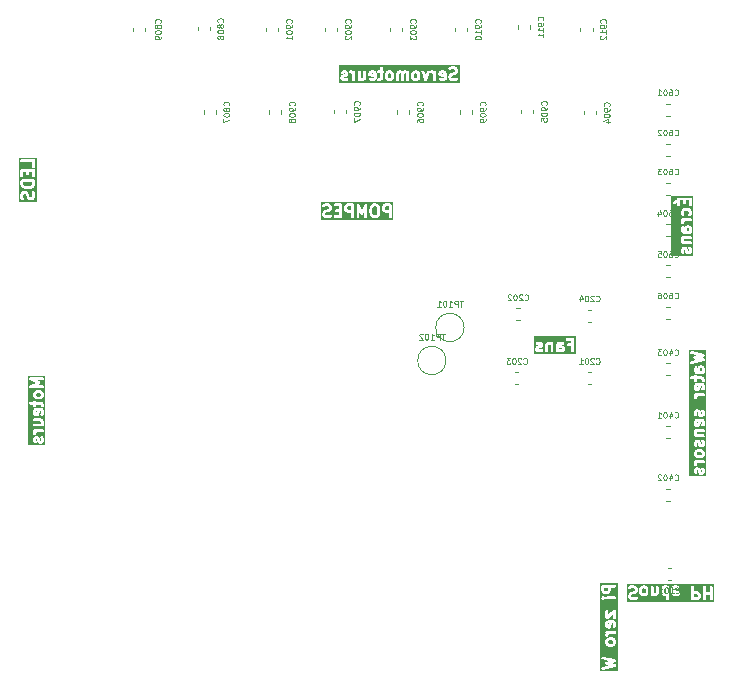
<source format=gbr>
%TF.GenerationSoftware,KiCad,Pcbnew,9.0.7*%
%TF.CreationDate,2026-02-05T13:38:50+01:00*%
%TF.ProjectId,PCB_Aquarium_v2,5043425f-4171-4756-9172-69756d5f7632,rev?*%
%TF.SameCoordinates,Original*%
%TF.FileFunction,Legend,Bot*%
%TF.FilePolarity,Positive*%
%FSLAX46Y46*%
G04 Gerber Fmt 4.6, Leading zero omitted, Abs format (unit mm)*
G04 Created by KiCad (PCBNEW 9.0.7) date 2026-02-05 13:38:50*
%MOMM*%
%LPD*%
G01*
G04 APERTURE LIST*
%ADD10C,0.250000*%
%ADD11C,0.125000*%
%ADD12C,0.120000*%
G04 APERTURE END LIST*
D10*
G36*
X181198149Y-79024970D02*
G01*
X181254560Y-79081381D01*
X181290050Y-79223341D01*
X181290050Y-79525896D01*
X181254560Y-79667855D01*
X181198146Y-79724269D01*
X181147447Y-79749619D01*
X181015988Y-79749619D01*
X180965287Y-79724268D01*
X180908873Y-79667855D01*
X180873384Y-79525896D01*
X180873384Y-79223341D01*
X180908874Y-79081381D01*
X180965284Y-79024970D01*
X181015988Y-78999619D01*
X181147447Y-78999619D01*
X181198149Y-79024970D01*
G37*
G36*
X179051955Y-79273428D02*
G01*
X178825512Y-79273428D01*
X178774810Y-79248077D01*
X178755877Y-79229145D01*
X178730527Y-79178444D01*
X178730527Y-79094603D01*
X178755877Y-79043901D01*
X178774810Y-79024969D01*
X178825512Y-78999619D01*
X179051955Y-78999619D01*
X179051955Y-79273428D01*
G37*
G36*
X182242431Y-79273428D02*
G01*
X182015988Y-79273428D01*
X181965286Y-79248077D01*
X181946353Y-79229145D01*
X181921003Y-79178444D01*
X181921003Y-79094603D01*
X181946353Y-79043901D01*
X181965286Y-79024969D01*
X182015988Y-78999619D01*
X182242431Y-78999619D01*
X182242431Y-79273428D01*
G37*
G36*
X182617431Y-80124619D02*
G01*
X176498384Y-80124619D01*
X176498384Y-79588904D01*
X176623384Y-79588904D01*
X176623384Y-79684142D01*
X176625786Y-79708528D01*
X176627504Y-79712676D01*
X176627823Y-79717158D01*
X176636581Y-79740044D01*
X176684199Y-79835281D01*
X176690806Y-79845777D01*
X176692069Y-79848825D01*
X176694886Y-79852258D01*
X176697254Y-79856019D01*
X176699748Y-79858182D01*
X176707614Y-79867767D01*
X176755233Y-79915387D01*
X176764821Y-79923256D01*
X176766983Y-79925749D01*
X176770737Y-79928112D01*
X176774174Y-79930933D01*
X176777227Y-79932197D01*
X176787720Y-79938803D01*
X176882958Y-79986422D01*
X176905844Y-79995180D01*
X176910324Y-79995498D01*
X176914474Y-79997217D01*
X176938860Y-79999619D01*
X177176955Y-79999619D01*
X177189298Y-79998403D01*
X177192589Y-79998637D01*
X177196918Y-79997652D01*
X177201341Y-79997217D01*
X177204392Y-79995953D01*
X177216483Y-79993204D01*
X177359340Y-79945586D01*
X177381715Y-79935595D01*
X177418561Y-79903640D01*
X177440373Y-79860016D01*
X177443830Y-79811366D01*
X177428407Y-79765097D01*
X177396451Y-79728251D01*
X177352827Y-79706439D01*
X177304177Y-79702982D01*
X177280283Y-79708415D01*
X177156672Y-79749619D01*
X176968369Y-79749619D01*
X176917667Y-79724268D01*
X176898735Y-79705336D01*
X176873384Y-79654634D01*
X176873384Y-79618412D01*
X176898734Y-79567710D01*
X176917667Y-79548778D01*
X176982488Y-79516368D01*
X177159653Y-79472077D01*
X177161452Y-79471433D01*
X177162352Y-79471370D01*
X177172498Y-79467487D01*
X177182728Y-79463832D01*
X177183452Y-79463295D01*
X177185238Y-79462612D01*
X177280475Y-79414994D01*
X177290973Y-79408384D01*
X177294020Y-79407123D01*
X177297451Y-79404307D01*
X177301213Y-79401939D01*
X177303376Y-79399444D01*
X177312962Y-79391578D01*
X177360581Y-79343960D01*
X177368450Y-79334371D01*
X177370942Y-79332210D01*
X177373307Y-79328452D01*
X177376126Y-79325018D01*
X177377389Y-79321967D01*
X177383996Y-79311473D01*
X177431615Y-79216235D01*
X177440373Y-79193349D01*
X177440691Y-79188868D01*
X177442410Y-79184719D01*
X177444812Y-79160333D01*
X177444812Y-79065095D01*
X177442410Y-79040709D01*
X177440691Y-79036559D01*
X177440373Y-79032079D01*
X177431615Y-79009193D01*
X177383996Y-78913955D01*
X177377389Y-78903460D01*
X177376126Y-78900410D01*
X177373307Y-78896975D01*
X177370942Y-78893218D01*
X177368450Y-78891056D01*
X177360581Y-78881468D01*
X177329345Y-78850233D01*
X177578167Y-78850233D01*
X177578167Y-78899005D01*
X177596831Y-78944065D01*
X177631319Y-78978553D01*
X177676379Y-78997217D01*
X177700765Y-78999619D01*
X178051955Y-78999619D01*
X178051955Y-79225809D01*
X177843622Y-79225809D01*
X177819236Y-79228211D01*
X177774176Y-79246875D01*
X177739688Y-79281363D01*
X177721024Y-79326423D01*
X177721024Y-79375195D01*
X177739688Y-79420255D01*
X177774176Y-79454743D01*
X177819236Y-79473407D01*
X177843622Y-79475809D01*
X178051955Y-79475809D01*
X178051955Y-79749619D01*
X177700765Y-79749619D01*
X177676379Y-79752021D01*
X177631319Y-79770685D01*
X177596831Y-79805173D01*
X177578167Y-79850233D01*
X177578167Y-79899005D01*
X177596831Y-79944065D01*
X177631319Y-79978553D01*
X177676379Y-79997217D01*
X177700765Y-79999619D01*
X178176955Y-79999619D01*
X178201341Y-79997217D01*
X178246401Y-79978553D01*
X178280889Y-79944065D01*
X178299553Y-79899005D01*
X178301955Y-79874619D01*
X178301955Y-79065095D01*
X178480527Y-79065095D01*
X178480527Y-79207952D01*
X178482929Y-79232338D01*
X178484647Y-79236486D01*
X178484966Y-79240968D01*
X178493724Y-79263854D01*
X178541342Y-79359091D01*
X178547951Y-79369589D01*
X178549213Y-79372636D01*
X178552028Y-79376067D01*
X178554397Y-79379829D01*
X178556891Y-79381992D01*
X178564758Y-79391578D01*
X178612376Y-79439197D01*
X178621964Y-79447066D01*
X178624126Y-79449558D01*
X178627883Y-79451923D01*
X178631318Y-79454742D01*
X178634368Y-79456005D01*
X178644863Y-79462612D01*
X178740101Y-79510231D01*
X178762987Y-79518989D01*
X178767467Y-79519307D01*
X178771617Y-79521026D01*
X178796003Y-79523428D01*
X179051955Y-79523428D01*
X179051955Y-79874619D01*
X179054357Y-79899005D01*
X179073021Y-79944065D01*
X179107509Y-79978553D01*
X179152569Y-79997217D01*
X179201341Y-79997217D01*
X179246401Y-79978553D01*
X179280889Y-79944065D01*
X179299553Y-79899005D01*
X179301955Y-79874619D01*
X179301955Y-78874619D01*
X179528146Y-78874619D01*
X179528146Y-79874619D01*
X179530548Y-79899005D01*
X179549212Y-79944065D01*
X179583700Y-79978553D01*
X179628760Y-79997217D01*
X179677532Y-79997217D01*
X179722592Y-79978553D01*
X179757080Y-79944065D01*
X179775744Y-79899005D01*
X179778146Y-79874619D01*
X179778146Y-79438065D01*
X179873206Y-79641765D01*
X179878495Y-79650694D01*
X179879596Y-79653720D01*
X179881555Y-79655860D01*
X179885695Y-79662847D01*
X179899703Y-79675675D01*
X179912536Y-79689688D01*
X179917568Y-79692036D01*
X179921664Y-79695787D01*
X179939514Y-79702278D01*
X179956732Y-79710313D01*
X179962281Y-79710556D01*
X179967501Y-79712455D01*
X179986479Y-79711620D01*
X180005458Y-79712455D01*
X180010677Y-79710556D01*
X180016226Y-79710313D01*
X180033439Y-79702279D01*
X180051295Y-79695787D01*
X180055391Y-79692035D01*
X180060422Y-79689688D01*
X180073252Y-79675677D01*
X180087263Y-79662847D01*
X180091402Y-79655860D01*
X180093362Y-79653720D01*
X180094462Y-79650694D01*
X180099752Y-79641765D01*
X180194812Y-79438064D01*
X180194812Y-79874619D01*
X180197214Y-79899005D01*
X180215878Y-79944065D01*
X180250366Y-79978553D01*
X180295426Y-79997217D01*
X180344198Y-79997217D01*
X180389258Y-79978553D01*
X180423746Y-79944065D01*
X180442410Y-79899005D01*
X180444812Y-79874619D01*
X180444812Y-79207952D01*
X180623384Y-79207952D01*
X180623384Y-79541285D01*
X180623803Y-79545539D01*
X180623532Y-79547361D01*
X180624881Y-79556489D01*
X180625786Y-79565671D01*
X180626490Y-79567372D01*
X180627116Y-79571602D01*
X180674735Y-79762078D01*
X180682980Y-79785153D01*
X180688512Y-79792619D01*
X180692069Y-79801207D01*
X180707614Y-79820149D01*
X180802852Y-79915388D01*
X180812440Y-79923257D01*
X180814602Y-79925749D01*
X180818359Y-79928114D01*
X180821794Y-79930933D01*
X180824844Y-79932196D01*
X180835339Y-79938803D01*
X180930577Y-79986422D01*
X180953463Y-79995180D01*
X180957943Y-79995498D01*
X180962093Y-79997217D01*
X180986479Y-79999619D01*
X181176955Y-79999619D01*
X181201341Y-79997217D01*
X181205489Y-79995498D01*
X181209971Y-79995180D01*
X181232857Y-79986422D01*
X181328094Y-79938804D01*
X181338590Y-79932196D01*
X181341640Y-79930933D01*
X181345074Y-79928114D01*
X181348832Y-79925749D01*
X181350993Y-79923257D01*
X181360582Y-79915388D01*
X181455820Y-79820149D01*
X181471365Y-79801207D01*
X181474922Y-79792618D01*
X181480454Y-79785153D01*
X181488699Y-79762078D01*
X181536318Y-79571602D01*
X181536943Y-79567372D01*
X181537648Y-79565671D01*
X181538552Y-79556491D01*
X181539902Y-79547362D01*
X181539630Y-79545539D01*
X181540050Y-79541285D01*
X181540050Y-79207952D01*
X181539630Y-79203697D01*
X181539902Y-79201875D01*
X181538552Y-79192745D01*
X181537648Y-79183566D01*
X181536943Y-79181864D01*
X181536318Y-79177635D01*
X181508183Y-79065095D01*
X181671003Y-79065095D01*
X181671003Y-79207952D01*
X181673405Y-79232338D01*
X181675123Y-79236486D01*
X181675442Y-79240968D01*
X181684200Y-79263854D01*
X181731818Y-79359091D01*
X181738427Y-79369589D01*
X181739689Y-79372636D01*
X181742504Y-79376067D01*
X181744873Y-79379829D01*
X181747367Y-79381992D01*
X181755234Y-79391578D01*
X181802852Y-79439197D01*
X181812440Y-79447066D01*
X181814602Y-79449558D01*
X181818359Y-79451923D01*
X181821794Y-79454742D01*
X181824844Y-79456005D01*
X181835339Y-79462612D01*
X181930577Y-79510231D01*
X181953463Y-79518989D01*
X181957943Y-79519307D01*
X181962093Y-79521026D01*
X181986479Y-79523428D01*
X182242431Y-79523428D01*
X182242431Y-79874619D01*
X182244833Y-79899005D01*
X182263497Y-79944065D01*
X182297985Y-79978553D01*
X182343045Y-79997217D01*
X182391817Y-79997217D01*
X182436877Y-79978553D01*
X182471365Y-79944065D01*
X182490029Y-79899005D01*
X182492431Y-79874619D01*
X182492431Y-78874619D01*
X182490029Y-78850233D01*
X182471365Y-78805173D01*
X182436877Y-78770685D01*
X182391817Y-78752021D01*
X182367431Y-78749619D01*
X181986479Y-78749619D01*
X181962093Y-78752021D01*
X181957943Y-78753739D01*
X181953463Y-78754058D01*
X181930577Y-78762816D01*
X181835339Y-78810435D01*
X181824844Y-78817041D01*
X181821794Y-78818305D01*
X181818359Y-78821123D01*
X181814602Y-78823489D01*
X181812440Y-78825980D01*
X181802852Y-78833850D01*
X181755234Y-78881469D01*
X181747367Y-78891054D01*
X181744873Y-78893218D01*
X181742504Y-78896979D01*
X181739689Y-78900411D01*
X181738427Y-78903457D01*
X181731818Y-78913956D01*
X181684200Y-79009193D01*
X181675442Y-79032079D01*
X181675123Y-79036560D01*
X181673405Y-79040709D01*
X181671003Y-79065095D01*
X181508183Y-79065095D01*
X181488699Y-78987159D01*
X181480454Y-78964084D01*
X181474920Y-78956615D01*
X181471364Y-78948030D01*
X181455819Y-78929088D01*
X181360581Y-78833850D01*
X181350995Y-78825983D01*
X181348832Y-78823489D01*
X181345070Y-78821120D01*
X181341639Y-78818305D01*
X181338592Y-78817043D01*
X181328094Y-78810434D01*
X181232857Y-78762816D01*
X181209971Y-78754058D01*
X181205489Y-78753739D01*
X181201341Y-78752021D01*
X181176955Y-78749619D01*
X180986479Y-78749619D01*
X180962093Y-78752021D01*
X180957943Y-78753739D01*
X180953463Y-78754058D01*
X180930577Y-78762816D01*
X180835339Y-78810435D01*
X180824842Y-78817042D01*
X180821795Y-78818305D01*
X180818363Y-78821121D01*
X180814602Y-78823489D01*
X180812438Y-78825983D01*
X180802853Y-78833850D01*
X180707615Y-78929088D01*
X180692070Y-78948030D01*
X180688513Y-78956615D01*
X180682980Y-78964084D01*
X180674735Y-78987159D01*
X180627116Y-79177635D01*
X180626490Y-79181864D01*
X180625786Y-79183566D01*
X180624881Y-79192747D01*
X180623532Y-79201876D01*
X180623803Y-79203697D01*
X180623384Y-79207952D01*
X180444812Y-79207952D01*
X180444812Y-78874619D01*
X180443233Y-78858591D01*
X180443363Y-78855640D01*
X180442786Y-78854054D01*
X180442410Y-78850233D01*
X180434110Y-78830196D01*
X180426695Y-78809803D01*
X180424812Y-78807747D01*
X180423746Y-78805173D01*
X180408408Y-78789835D01*
X180393755Y-78773835D01*
X180391229Y-78772656D01*
X180389258Y-78770685D01*
X180369219Y-78762384D01*
X180349559Y-78753210D01*
X180346772Y-78753087D01*
X180344198Y-78752021D01*
X180322512Y-78752021D01*
X180300834Y-78751068D01*
X180298213Y-78752021D01*
X180295426Y-78752021D01*
X180275382Y-78760323D01*
X180254997Y-78767736D01*
X180252941Y-78769618D01*
X180250366Y-78770685D01*
X180235023Y-78786027D01*
X180219028Y-78800676D01*
X180217070Y-78803980D01*
X180215878Y-78805173D01*
X180214748Y-78807900D01*
X180206539Y-78821758D01*
X179986478Y-79293315D01*
X179766419Y-78821758D01*
X179758209Y-78807900D01*
X179757080Y-78805173D01*
X179755887Y-78803980D01*
X179753930Y-78800676D01*
X179737929Y-78786022D01*
X179722592Y-78770685D01*
X179720017Y-78769618D01*
X179717962Y-78767736D01*
X179697568Y-78760320D01*
X179677532Y-78752021D01*
X179674746Y-78752021D01*
X179672125Y-78751068D01*
X179650446Y-78752021D01*
X179628760Y-78752021D01*
X179626185Y-78753087D01*
X179623399Y-78753210D01*
X179603738Y-78762384D01*
X179583700Y-78770685D01*
X179581728Y-78772656D01*
X179579203Y-78773835D01*
X179564549Y-78789835D01*
X179549212Y-78805173D01*
X179548145Y-78807747D01*
X179546263Y-78809803D01*
X179538847Y-78830196D01*
X179530548Y-78850233D01*
X179530171Y-78854054D01*
X179529595Y-78855640D01*
X179529724Y-78858591D01*
X179528146Y-78874619D01*
X179301955Y-78874619D01*
X179299553Y-78850233D01*
X179280889Y-78805173D01*
X179246401Y-78770685D01*
X179201341Y-78752021D01*
X179176955Y-78749619D01*
X178796003Y-78749619D01*
X178771617Y-78752021D01*
X178767467Y-78753739D01*
X178762987Y-78754058D01*
X178740101Y-78762816D01*
X178644863Y-78810435D01*
X178634368Y-78817041D01*
X178631318Y-78818305D01*
X178627883Y-78821123D01*
X178624126Y-78823489D01*
X178621964Y-78825980D01*
X178612376Y-78833850D01*
X178564758Y-78881469D01*
X178556891Y-78891054D01*
X178554397Y-78893218D01*
X178552028Y-78896979D01*
X178549213Y-78900411D01*
X178547951Y-78903457D01*
X178541342Y-78913956D01*
X178493724Y-79009193D01*
X178484966Y-79032079D01*
X178484647Y-79036560D01*
X178482929Y-79040709D01*
X178480527Y-79065095D01*
X178301955Y-79065095D01*
X178301955Y-78874619D01*
X178299553Y-78850233D01*
X178280889Y-78805173D01*
X178246401Y-78770685D01*
X178201341Y-78752021D01*
X178176955Y-78749619D01*
X177700765Y-78749619D01*
X177676379Y-78752021D01*
X177631319Y-78770685D01*
X177596831Y-78805173D01*
X177578167Y-78850233D01*
X177329345Y-78850233D01*
X177312962Y-78833850D01*
X177303376Y-78825983D01*
X177301213Y-78823489D01*
X177297451Y-78821120D01*
X177294020Y-78818305D01*
X177290973Y-78817043D01*
X177280475Y-78810434D01*
X177185238Y-78762816D01*
X177162352Y-78754058D01*
X177157870Y-78753739D01*
X177153722Y-78752021D01*
X177129336Y-78749619D01*
X176891241Y-78749619D01*
X176878897Y-78750834D01*
X176875606Y-78750601D01*
X176871276Y-78751585D01*
X176866855Y-78752021D01*
X176863805Y-78753284D01*
X176851712Y-78756034D01*
X176708856Y-78803653D01*
X176686481Y-78813643D01*
X176649635Y-78845598D01*
X176627823Y-78889223D01*
X176624366Y-78937872D01*
X176639789Y-78984141D01*
X176671744Y-79020987D01*
X176715369Y-79042799D01*
X176764018Y-79046256D01*
X176787912Y-79040823D01*
X176911527Y-78999619D01*
X177099828Y-78999619D01*
X177150529Y-79024969D01*
X177169461Y-79043902D01*
X177194812Y-79094603D01*
X177194812Y-79130824D01*
X177169461Y-79181525D01*
X177150529Y-79200458D01*
X177085709Y-79232868D01*
X176908543Y-79277160D01*
X176906743Y-79277803D01*
X176905844Y-79277867D01*
X176895697Y-79281749D01*
X176885468Y-79285405D01*
X176884743Y-79285941D01*
X176882958Y-79286625D01*
X176787720Y-79334244D01*
X176777225Y-79340850D01*
X176774175Y-79342114D01*
X176770740Y-79344932D01*
X176766983Y-79347298D01*
X176764821Y-79349789D01*
X176755233Y-79357659D01*
X176707615Y-79405278D01*
X176699748Y-79414863D01*
X176697254Y-79417027D01*
X176694885Y-79420788D01*
X176692070Y-79424220D01*
X176690808Y-79427266D01*
X176684199Y-79437765D01*
X176636581Y-79533002D01*
X176627823Y-79555888D01*
X176627504Y-79560369D01*
X176625786Y-79564518D01*
X176623384Y-79588904D01*
X176498384Y-79588904D01*
X176498384Y-78624619D01*
X182617431Y-78624619D01*
X182617431Y-80124619D01*
G37*
G36*
X196887118Y-90994454D02*
G01*
X196902907Y-91026031D01*
X196902907Y-91062252D01*
X196887117Y-91093831D01*
X196855542Y-91109619D01*
X196676717Y-91109619D01*
X196676717Y-90978666D01*
X196855542Y-90978666D01*
X196887118Y-90994454D01*
G37*
G36*
X198087431Y-91484619D02*
G01*
X194539812Y-91484619D01*
X194539812Y-91044142D01*
X194664812Y-91044142D01*
X194664812Y-91091761D01*
X194667214Y-91116147D01*
X194668932Y-91120296D01*
X194669251Y-91124776D01*
X194678008Y-91147662D01*
X194725627Y-91242901D01*
X194728194Y-91246979D01*
X194728836Y-91248904D01*
X194730914Y-91251300D01*
X194738681Y-91263638D01*
X194750523Y-91273909D01*
X194760792Y-91285749D01*
X194773125Y-91293513D01*
X194775526Y-91295595D01*
X194777453Y-91296237D01*
X194781529Y-91298803D01*
X194876767Y-91346422D01*
X194899653Y-91355180D01*
X194904133Y-91355498D01*
X194908283Y-91357217D01*
X194932669Y-91359619D01*
X195123145Y-91359619D01*
X195147531Y-91357217D01*
X195151679Y-91355498D01*
X195156161Y-91355180D01*
X195179047Y-91346422D01*
X195274284Y-91298804D01*
X195295022Y-91285749D01*
X195326978Y-91248904D01*
X195342401Y-91202634D01*
X195338943Y-91153984D01*
X195317132Y-91110361D01*
X195280287Y-91078405D01*
X195234016Y-91062982D01*
X195185367Y-91066439D01*
X195162481Y-91075197D01*
X195093637Y-91109619D01*
X194962178Y-91109619D01*
X194930601Y-91093830D01*
X194917661Y-91067951D01*
X194930600Y-91042073D01*
X194962178Y-91026285D01*
X195075526Y-91026285D01*
X195099912Y-91023883D01*
X195104060Y-91022164D01*
X195108542Y-91021846D01*
X195131428Y-91013088D01*
X195226665Y-90965470D01*
X195230743Y-90962902D01*
X195232668Y-90962261D01*
X195235065Y-90960181D01*
X195247403Y-90952415D01*
X195257672Y-90940574D01*
X195269513Y-90930305D01*
X195277279Y-90917968D01*
X195279359Y-90915570D01*
X195280000Y-90913644D01*
X195282567Y-90909568D01*
X195330186Y-90814330D01*
X195338944Y-90791444D01*
X195339262Y-90786963D01*
X195340981Y-90782814D01*
X195343383Y-90758428D01*
X195343383Y-90710809D01*
X195521955Y-90710809D01*
X195521955Y-91234619D01*
X195524357Y-91259005D01*
X195543021Y-91304065D01*
X195577509Y-91338553D01*
X195622569Y-91357217D01*
X195671341Y-91357217D01*
X195716401Y-91338553D01*
X195750889Y-91304065D01*
X195769553Y-91259005D01*
X195771955Y-91234619D01*
X195771955Y-90740317D01*
X195787743Y-90708740D01*
X195819321Y-90692952D01*
X195903161Y-90692952D01*
X195950526Y-90716634D01*
X195950526Y-91234619D01*
X195952928Y-91259005D01*
X195971592Y-91304065D01*
X196006080Y-91338553D01*
X196051140Y-91357217D01*
X196099912Y-91357217D01*
X196144972Y-91338553D01*
X196179460Y-91304065D01*
X196198124Y-91259005D01*
X196200526Y-91234619D01*
X196200526Y-90710809D01*
X196426717Y-90710809D01*
X196426717Y-91234619D01*
X196429119Y-91259005D01*
X196447783Y-91304065D01*
X196482271Y-91338553D01*
X196527331Y-91357217D01*
X196576103Y-91357217D01*
X196596828Y-91348632D01*
X196613939Y-91355180D01*
X196618419Y-91355498D01*
X196622569Y-91357217D01*
X196646955Y-91359619D01*
X196885050Y-91359619D01*
X196909436Y-91357217D01*
X196913584Y-91355498D01*
X196918066Y-91355180D01*
X196940952Y-91346422D01*
X197036189Y-91298804D01*
X197040266Y-91296237D01*
X197042193Y-91295595D01*
X197044592Y-91293513D01*
X197056927Y-91285749D01*
X197067193Y-91273911D01*
X197079038Y-91263639D01*
X197086805Y-91251299D01*
X197088883Y-91248904D01*
X197089524Y-91246980D01*
X197092092Y-91242901D01*
X197139711Y-91147662D01*
X197148468Y-91124777D01*
X197148786Y-91120296D01*
X197150505Y-91116147D01*
X197152907Y-91091761D01*
X197152907Y-90996523D01*
X197150505Y-90972137D01*
X197148786Y-90967987D01*
X197148468Y-90963507D01*
X197139710Y-90940621D01*
X197092091Y-90845383D01*
X197089524Y-90841306D01*
X197088883Y-90839381D01*
X197086803Y-90836982D01*
X197079037Y-90824646D01*
X197067196Y-90814376D01*
X197056927Y-90802536D01*
X197044589Y-90794769D01*
X197042192Y-90792690D01*
X197040267Y-90792048D01*
X197036189Y-90789481D01*
X196940952Y-90741863D01*
X196918066Y-90733105D01*
X196913584Y-90732786D01*
X196909436Y-90731068D01*
X196885050Y-90728666D01*
X196682542Y-90728666D01*
X196692505Y-90708740D01*
X196724083Y-90692952D01*
X196855542Y-90692952D01*
X196924386Y-90727374D01*
X196947272Y-90736132D01*
X196995921Y-90739589D01*
X197042192Y-90724166D01*
X197079037Y-90692210D01*
X197100848Y-90648587D01*
X197104306Y-90599937D01*
X197088883Y-90553667D01*
X197056927Y-90516822D01*
X197036189Y-90503767D01*
X196940952Y-90456149D01*
X196918066Y-90447391D01*
X196913584Y-90447072D01*
X196909436Y-90445354D01*
X196885050Y-90442952D01*
X196694574Y-90442952D01*
X196670188Y-90445354D01*
X196666038Y-90447072D01*
X196661558Y-90447391D01*
X196638672Y-90456149D01*
X196543434Y-90503768D01*
X196539357Y-90506334D01*
X196537432Y-90506976D01*
X196535033Y-90509055D01*
X196522697Y-90516822D01*
X196512427Y-90528662D01*
X196500587Y-90538932D01*
X196492820Y-90551269D01*
X196490741Y-90553667D01*
X196490099Y-90555591D01*
X196487532Y-90559670D01*
X196439914Y-90654907D01*
X196431156Y-90677793D01*
X196430837Y-90682274D01*
X196429119Y-90686423D01*
X196426717Y-90710809D01*
X196200526Y-90710809D01*
X196200526Y-90567952D01*
X196198124Y-90543566D01*
X196179460Y-90498506D01*
X196144972Y-90464018D01*
X196099912Y-90445354D01*
X196051140Y-90445354D01*
X196006080Y-90464018D01*
X196005489Y-90464608D01*
X195988571Y-90456149D01*
X195965685Y-90447391D01*
X195961203Y-90447072D01*
X195957055Y-90445354D01*
X195932669Y-90442952D01*
X195789812Y-90442952D01*
X195765426Y-90445354D01*
X195761276Y-90447072D01*
X195756796Y-90447391D01*
X195733910Y-90456149D01*
X195638672Y-90503768D01*
X195634595Y-90506334D01*
X195632670Y-90506976D01*
X195630271Y-90509055D01*
X195617935Y-90516822D01*
X195607665Y-90528662D01*
X195595825Y-90538932D01*
X195588058Y-90551269D01*
X195585979Y-90553667D01*
X195585337Y-90555591D01*
X195582770Y-90559670D01*
X195535152Y-90654907D01*
X195526394Y-90677793D01*
X195526075Y-90682274D01*
X195524357Y-90686423D01*
X195521955Y-90710809D01*
X195343383Y-90710809D01*
X195340981Y-90686423D01*
X195339262Y-90682273D01*
X195338944Y-90677793D01*
X195330186Y-90654907D01*
X195282567Y-90559669D01*
X195280000Y-90555592D01*
X195279359Y-90553667D01*
X195277279Y-90551268D01*
X195269513Y-90538932D01*
X195257672Y-90528662D01*
X195247403Y-90516822D01*
X195235065Y-90509055D01*
X195232668Y-90506976D01*
X195230743Y-90506334D01*
X195226665Y-90503767D01*
X195131428Y-90456149D01*
X195108542Y-90447391D01*
X195104060Y-90447072D01*
X195099912Y-90445354D01*
X195075526Y-90442952D01*
X194932669Y-90442952D01*
X194908283Y-90445354D01*
X194904133Y-90447072D01*
X194899653Y-90447391D01*
X194876767Y-90456149D01*
X194781529Y-90503768D01*
X194760792Y-90516822D01*
X194728836Y-90553667D01*
X194713412Y-90599937D01*
X194716870Y-90648587D01*
X194738682Y-90692210D01*
X194775527Y-90724166D01*
X194821797Y-90739590D01*
X194870447Y-90736132D01*
X194893333Y-90727374D01*
X194962178Y-90692952D01*
X195046018Y-90692952D01*
X195077594Y-90708740D01*
X195090533Y-90734618D01*
X195077594Y-90760496D01*
X195046018Y-90776285D01*
X194932669Y-90776285D01*
X194908283Y-90778687D01*
X194904133Y-90780405D01*
X194899653Y-90780724D01*
X194876767Y-90789482D01*
X194781529Y-90837101D01*
X194777452Y-90839667D01*
X194775527Y-90840309D01*
X194773128Y-90842388D01*
X194760792Y-90850155D01*
X194750522Y-90861995D01*
X194738682Y-90872265D01*
X194730915Y-90884602D01*
X194728836Y-90887000D01*
X194728194Y-90888924D01*
X194725627Y-90893003D01*
X194678009Y-90988240D01*
X194669251Y-91011126D01*
X194668932Y-91015607D01*
X194667214Y-91019756D01*
X194664812Y-91044142D01*
X194539812Y-91044142D01*
X194539812Y-90210233D01*
X197238643Y-90210233D01*
X197238643Y-90259005D01*
X197257307Y-90304065D01*
X197291795Y-90338553D01*
X197336855Y-90357217D01*
X197361241Y-90359619D01*
X197712431Y-90359619D01*
X197712431Y-90585809D01*
X197504098Y-90585809D01*
X197479712Y-90588211D01*
X197434652Y-90606875D01*
X197400164Y-90641363D01*
X197381500Y-90686423D01*
X197381500Y-90735195D01*
X197400164Y-90780255D01*
X197434652Y-90814743D01*
X197479712Y-90833407D01*
X197504098Y-90835809D01*
X197712431Y-90835809D01*
X197712431Y-91234619D01*
X197714833Y-91259005D01*
X197733497Y-91304065D01*
X197767985Y-91338553D01*
X197813045Y-91357217D01*
X197861817Y-91357217D01*
X197906877Y-91338553D01*
X197941365Y-91304065D01*
X197960029Y-91259005D01*
X197962431Y-91234619D01*
X197962431Y-90234619D01*
X197960029Y-90210233D01*
X197941365Y-90165173D01*
X197906877Y-90130685D01*
X197861817Y-90112021D01*
X197837431Y-90109619D01*
X197361241Y-90109619D01*
X197336855Y-90112021D01*
X197291795Y-90130685D01*
X197257307Y-90165173D01*
X197238643Y-90210233D01*
X194539812Y-90210233D01*
X194539812Y-89984619D01*
X198087431Y-89984619D01*
X198087431Y-91484619D01*
G37*
G36*
X152407303Y-96506524D02*
G01*
X152392952Y-96477822D01*
X152392952Y-96346362D01*
X152408740Y-96314785D01*
X152440318Y-96298997D01*
X152448809Y-96298997D01*
X152407303Y-96506524D01*
G37*
G36*
X152765336Y-94848157D02*
G01*
X152784268Y-94867089D01*
X152809619Y-94917790D01*
X152809619Y-95001630D01*
X152784268Y-95052331D01*
X152765336Y-95071264D01*
X152714634Y-95096615D01*
X152487937Y-95096615D01*
X152437235Y-95071264D01*
X152418302Y-95052332D01*
X152392952Y-95001631D01*
X152392952Y-94917790D01*
X152418302Y-94867088D01*
X152437235Y-94848156D01*
X152487937Y-94822806D01*
X152714634Y-94822806D01*
X152765336Y-94848157D01*
G37*
G36*
X153184619Y-99233521D02*
G01*
X151686068Y-99233521D01*
X151686068Y-98697807D01*
X152142952Y-98697807D01*
X152142952Y-98840664D01*
X152145354Y-98865050D01*
X152147072Y-98869198D01*
X152147391Y-98873680D01*
X152156149Y-98896566D01*
X152203767Y-98991803D01*
X152216822Y-99012541D01*
X152253667Y-99044497D01*
X152299937Y-99059920D01*
X152348587Y-99056462D01*
X152392210Y-99034651D01*
X152424166Y-98997806D01*
X152439589Y-98951535D01*
X152436132Y-98902886D01*
X152427374Y-98880000D01*
X152392952Y-98811156D01*
X152392952Y-98727315D01*
X152408740Y-98695738D01*
X152434618Y-98682799D01*
X152460496Y-98695738D01*
X152476285Y-98727315D01*
X152476285Y-98840664D01*
X152478687Y-98865050D01*
X152480405Y-98869198D01*
X152480724Y-98873680D01*
X152489482Y-98896566D01*
X152537100Y-98991803D01*
X152539667Y-98995881D01*
X152540309Y-98997806D01*
X152542388Y-99000203D01*
X152550155Y-99012541D01*
X152561995Y-99022810D01*
X152572265Y-99034651D01*
X152584601Y-99042417D01*
X152587000Y-99044497D01*
X152588925Y-99045138D01*
X152593002Y-99047705D01*
X152688240Y-99095324D01*
X152711126Y-99104082D01*
X152715606Y-99104400D01*
X152719756Y-99106119D01*
X152744142Y-99108521D01*
X152791761Y-99108521D01*
X152816147Y-99106119D01*
X152820296Y-99104400D01*
X152824776Y-99104082D01*
X152847662Y-99095325D01*
X152942901Y-99047706D01*
X152946979Y-99045138D01*
X152948904Y-99044497D01*
X152951300Y-99042418D01*
X152963638Y-99034652D01*
X152973909Y-99022809D01*
X152985749Y-99012541D01*
X152993513Y-99000207D01*
X152995595Y-98997807D01*
X152996237Y-98995879D01*
X152998803Y-98991804D01*
X153046422Y-98896566D01*
X153055180Y-98873680D01*
X153055498Y-98869199D01*
X153057217Y-98865050D01*
X153059619Y-98840664D01*
X153059619Y-98650188D01*
X153057217Y-98625802D01*
X153055498Y-98621652D01*
X153055180Y-98617172D01*
X153046422Y-98594286D01*
X152998803Y-98499048D01*
X152985749Y-98478311D01*
X152948904Y-98446355D01*
X152902634Y-98430931D01*
X152853984Y-98434389D01*
X152810361Y-98456201D01*
X152778405Y-98493046D01*
X152762981Y-98539316D01*
X152766439Y-98587966D01*
X152775197Y-98610852D01*
X152809619Y-98679696D01*
X152809619Y-98811155D01*
X152793830Y-98842731D01*
X152767951Y-98855671D01*
X152742073Y-98842732D01*
X152726285Y-98811156D01*
X152726285Y-98697807D01*
X152723883Y-98673421D01*
X152722164Y-98669271D01*
X152721846Y-98664791D01*
X152713088Y-98641905D01*
X152665469Y-98546667D01*
X152662902Y-98542590D01*
X152662261Y-98540665D01*
X152660181Y-98538266D01*
X152652415Y-98525930D01*
X152640574Y-98515660D01*
X152630305Y-98503820D01*
X152617967Y-98496053D01*
X152615570Y-98493974D01*
X152613645Y-98493332D01*
X152609567Y-98490765D01*
X152514330Y-98443147D01*
X152491444Y-98434389D01*
X152486962Y-98434070D01*
X152482814Y-98432352D01*
X152458428Y-98429950D01*
X152410809Y-98429950D01*
X152386423Y-98432352D01*
X152382273Y-98434070D01*
X152377793Y-98434389D01*
X152354907Y-98443147D01*
X152259669Y-98490766D01*
X152255592Y-98493332D01*
X152253667Y-98493974D01*
X152251268Y-98496053D01*
X152238932Y-98503820D01*
X152228662Y-98515660D01*
X152216822Y-98525930D01*
X152209055Y-98538267D01*
X152206976Y-98540665D01*
X152206334Y-98542589D01*
X152203767Y-98546668D01*
X152156149Y-98641905D01*
X152147391Y-98664791D01*
X152147072Y-98669272D01*
X152145354Y-98673421D01*
X152142952Y-98697807D01*
X151686068Y-98697807D01*
X151686068Y-98173997D01*
X152142952Y-98173997D01*
X152142952Y-98269235D01*
X152145354Y-98293621D01*
X152164018Y-98338681D01*
X152198506Y-98373169D01*
X152243566Y-98391833D01*
X152292338Y-98391833D01*
X152337398Y-98373169D01*
X152371886Y-98338681D01*
X152390550Y-98293621D01*
X152392952Y-98269235D01*
X152392952Y-98203505D01*
X152418302Y-98152803D01*
X152437235Y-98133871D01*
X152487937Y-98108521D01*
X152934619Y-98108521D01*
X152959005Y-98106119D01*
X153004065Y-98087455D01*
X153038553Y-98052967D01*
X153057217Y-98007907D01*
X153057217Y-97959135D01*
X153038553Y-97914075D01*
X153004065Y-97879587D01*
X152959005Y-97860923D01*
X152934619Y-97858521D01*
X152267952Y-97858521D01*
X152243566Y-97860923D01*
X152198506Y-97879587D01*
X152164018Y-97914075D01*
X152145354Y-97959135D01*
X152145354Y-98007907D01*
X152164018Y-98052967D01*
X152180481Y-98069430D01*
X152156149Y-98118095D01*
X152147391Y-98140981D01*
X152147072Y-98145462D01*
X152145354Y-98149611D01*
X152142952Y-98173997D01*
X151686068Y-98173997D01*
X151686068Y-97054373D01*
X152145354Y-97054373D01*
X152145354Y-97103145D01*
X152164018Y-97148205D01*
X152198506Y-97182693D01*
X152243566Y-97201357D01*
X152267952Y-97203759D01*
X152762252Y-97203759D01*
X152793830Y-97219548D01*
X152809619Y-97251124D01*
X152809619Y-97334964D01*
X152785936Y-97382330D01*
X152267952Y-97382330D01*
X152243566Y-97384732D01*
X152198506Y-97403396D01*
X152164018Y-97437884D01*
X152145354Y-97482944D01*
X152145354Y-97531716D01*
X152164018Y-97576776D01*
X152198506Y-97611264D01*
X152243566Y-97629928D01*
X152267952Y-97632330D01*
X152934619Y-97632330D01*
X152959005Y-97629928D01*
X153004065Y-97611264D01*
X153038553Y-97576776D01*
X153057217Y-97531716D01*
X153057217Y-97482944D01*
X153038553Y-97437884D01*
X153037962Y-97437293D01*
X153046422Y-97420375D01*
X153055180Y-97397489D01*
X153055498Y-97393008D01*
X153057217Y-97388859D01*
X153059619Y-97364473D01*
X153059619Y-97221616D01*
X153057217Y-97197230D01*
X153055498Y-97193080D01*
X153055180Y-97188600D01*
X153046422Y-97165714D01*
X152998803Y-97070476D01*
X152996237Y-97066400D01*
X152995595Y-97064473D01*
X152993513Y-97062072D01*
X152985749Y-97049739D01*
X152973909Y-97039470D01*
X152963638Y-97027628D01*
X152951300Y-97019861D01*
X152948904Y-97017783D01*
X152946979Y-97017141D01*
X152942901Y-97014574D01*
X152847662Y-96966955D01*
X152824776Y-96958198D01*
X152820296Y-96957879D01*
X152816147Y-96956161D01*
X152791761Y-96953759D01*
X152267952Y-96953759D01*
X152243566Y-96956161D01*
X152198506Y-96974825D01*
X152164018Y-97009313D01*
X152145354Y-97054373D01*
X151686068Y-97054373D01*
X151686068Y-96316854D01*
X152142952Y-96316854D01*
X152142952Y-96507330D01*
X152145354Y-96531716D01*
X152147072Y-96535864D01*
X152147391Y-96540346D01*
X152156149Y-96563232D01*
X152203767Y-96658469D01*
X152206334Y-96662547D01*
X152206976Y-96664472D01*
X152209055Y-96666869D01*
X152216822Y-96679207D01*
X152228662Y-96689476D01*
X152238932Y-96701317D01*
X152251268Y-96709083D01*
X152253667Y-96711163D01*
X152255592Y-96711804D01*
X152259669Y-96714371D01*
X152354907Y-96761990D01*
X152377793Y-96770748D01*
X152382273Y-96771066D01*
X152386423Y-96772785D01*
X152410809Y-96775187D01*
X152505916Y-96775187D01*
X152506047Y-96775187D01*
X152530433Y-96772785D01*
X152541747Y-96768098D01*
X152553761Y-96765722D01*
X152564058Y-96758857D01*
X152575493Y-96754121D01*
X152584152Y-96745461D01*
X152594343Y-96738668D01*
X152601230Y-96728383D01*
X152609981Y-96719633D01*
X152614667Y-96708318D01*
X152621482Y-96698143D01*
X152628620Y-96674702D01*
X152703761Y-96298997D01*
X152762252Y-96298997D01*
X152793830Y-96314786D01*
X152809619Y-96346362D01*
X152809619Y-96477821D01*
X152775197Y-96546666D01*
X152766439Y-96569552D01*
X152762981Y-96618202D01*
X152778405Y-96664472D01*
X152810361Y-96701317D01*
X152853984Y-96723129D01*
X152902634Y-96726587D01*
X152948904Y-96711163D01*
X152985749Y-96679207D01*
X152998803Y-96658470D01*
X153046422Y-96563232D01*
X153055180Y-96540346D01*
X153055498Y-96535865D01*
X153057217Y-96531716D01*
X153059619Y-96507330D01*
X153059619Y-96316854D01*
X153057217Y-96292468D01*
X153055498Y-96288318D01*
X153055180Y-96283838D01*
X153046422Y-96260952D01*
X152998803Y-96165714D01*
X152996237Y-96161638D01*
X152995595Y-96159711D01*
X152993513Y-96157310D01*
X152985749Y-96144977D01*
X152973909Y-96134708D01*
X152963638Y-96122866D01*
X152951300Y-96115099D01*
X152948904Y-96113021D01*
X152946979Y-96112379D01*
X152942901Y-96109812D01*
X152847662Y-96062193D01*
X152824776Y-96053436D01*
X152820296Y-96053117D01*
X152816147Y-96051399D01*
X152791761Y-96048997D01*
X152410809Y-96048997D01*
X152386423Y-96051399D01*
X152382273Y-96053117D01*
X152377793Y-96053436D01*
X152354907Y-96062194D01*
X152259669Y-96109813D01*
X152255592Y-96112379D01*
X152253667Y-96113021D01*
X152251268Y-96115100D01*
X152238932Y-96122867D01*
X152228662Y-96134707D01*
X152216822Y-96144977D01*
X152209055Y-96157314D01*
X152206976Y-96159712D01*
X152206334Y-96161636D01*
X152203767Y-96165715D01*
X152156149Y-96260952D01*
X152147391Y-96283838D01*
X152147072Y-96288319D01*
X152145354Y-96292468D01*
X152142952Y-96316854D01*
X151686068Y-96316854D01*
X151686068Y-95625801D01*
X151812021Y-95625801D01*
X151812021Y-95674573D01*
X151830685Y-95719633D01*
X151865173Y-95754121D01*
X151910233Y-95772785D01*
X151934619Y-95775187D01*
X152142952Y-95775187D01*
X152142952Y-95888282D01*
X152145354Y-95912668D01*
X152164018Y-95957728D01*
X152198506Y-95992216D01*
X152243566Y-96010880D01*
X152292338Y-96010880D01*
X152337398Y-95992216D01*
X152371886Y-95957728D01*
X152390550Y-95912668D01*
X152392952Y-95888282D01*
X152392952Y-95775187D01*
X152762252Y-95775187D01*
X152793830Y-95790976D01*
X152809619Y-95822552D01*
X152809619Y-95888282D01*
X152812021Y-95912668D01*
X152830685Y-95957728D01*
X152865173Y-95992216D01*
X152910233Y-96010880D01*
X152959005Y-96010880D01*
X153004065Y-95992216D01*
X153038553Y-95957728D01*
X153057217Y-95912668D01*
X153059619Y-95888282D01*
X153059619Y-95793044D01*
X153057217Y-95768658D01*
X153055498Y-95764508D01*
X153055180Y-95760028D01*
X153046422Y-95737142D01*
X152998803Y-95641904D01*
X152996237Y-95637828D01*
X152995595Y-95635901D01*
X152993513Y-95633500D01*
X152985749Y-95621167D01*
X152973909Y-95610898D01*
X152963638Y-95599056D01*
X152951300Y-95591289D01*
X152948904Y-95589211D01*
X152946979Y-95588569D01*
X152942901Y-95586002D01*
X152847662Y-95538383D01*
X152824776Y-95529626D01*
X152820296Y-95529307D01*
X152816147Y-95527589D01*
X152791761Y-95525187D01*
X152392952Y-95525187D01*
X152392952Y-95507330D01*
X152390550Y-95482944D01*
X152371886Y-95437884D01*
X152337398Y-95403396D01*
X152292338Y-95384732D01*
X152243566Y-95384732D01*
X152198506Y-95403396D01*
X152164018Y-95437884D01*
X152145354Y-95482944D01*
X152142952Y-95507330D01*
X152142952Y-95525187D01*
X151934619Y-95525187D01*
X151910233Y-95527589D01*
X151865173Y-95546253D01*
X151830685Y-95580741D01*
X151812021Y-95625801D01*
X151686068Y-95625801D01*
X151686068Y-94888282D01*
X152142952Y-94888282D01*
X152142952Y-95031139D01*
X152145354Y-95055525D01*
X152147072Y-95059673D01*
X152147391Y-95064155D01*
X152156149Y-95087041D01*
X152203767Y-95182278D01*
X152210376Y-95192776D01*
X152211638Y-95195823D01*
X152214453Y-95199254D01*
X152216822Y-95203016D01*
X152219316Y-95205179D01*
X152227183Y-95214765D01*
X152274801Y-95262384D01*
X152284389Y-95270253D01*
X152286551Y-95272745D01*
X152290308Y-95275110D01*
X152293743Y-95277929D01*
X152296793Y-95279192D01*
X152307288Y-95285799D01*
X152402526Y-95333418D01*
X152425412Y-95342176D01*
X152429892Y-95342494D01*
X152434042Y-95344213D01*
X152458428Y-95346615D01*
X152744142Y-95346615D01*
X152768528Y-95344213D01*
X152772676Y-95342494D01*
X152777158Y-95342176D01*
X152800044Y-95333418D01*
X152895281Y-95285800D01*
X152905777Y-95279192D01*
X152908825Y-95277930D01*
X152912258Y-95275112D01*
X152916019Y-95272745D01*
X152918182Y-95270250D01*
X152927767Y-95262385D01*
X152975387Y-95214766D01*
X152983256Y-95205177D01*
X152985749Y-95203016D01*
X152988112Y-95199261D01*
X152990933Y-95195825D01*
X152992197Y-95192771D01*
X152998803Y-95182279D01*
X153046422Y-95087041D01*
X153055180Y-95064155D01*
X153055498Y-95059674D01*
X153057217Y-95055525D01*
X153059619Y-95031139D01*
X153059619Y-94888282D01*
X153057217Y-94863896D01*
X153055498Y-94859746D01*
X153055180Y-94855266D01*
X153046422Y-94832380D01*
X152998803Y-94737142D01*
X152992197Y-94726649D01*
X152990933Y-94723596D01*
X152988112Y-94720159D01*
X152985749Y-94716405D01*
X152983256Y-94714243D01*
X152975387Y-94704655D01*
X152927767Y-94657036D01*
X152918182Y-94649170D01*
X152916019Y-94646676D01*
X152912258Y-94644308D01*
X152908825Y-94641491D01*
X152905777Y-94640228D01*
X152895281Y-94633621D01*
X152800044Y-94586003D01*
X152777158Y-94577245D01*
X152772676Y-94576926D01*
X152768528Y-94575208D01*
X152744142Y-94572806D01*
X152458428Y-94572806D01*
X152434042Y-94575208D01*
X152429892Y-94576926D01*
X152425412Y-94577245D01*
X152402526Y-94586003D01*
X152307288Y-94633622D01*
X152296793Y-94640228D01*
X152293743Y-94641492D01*
X152290308Y-94644310D01*
X152286551Y-94646676D01*
X152284389Y-94649167D01*
X152274801Y-94657037D01*
X152227183Y-94704656D01*
X152219316Y-94714241D01*
X152216822Y-94716405D01*
X152214453Y-94720166D01*
X152211638Y-94723598D01*
X152210376Y-94726644D01*
X152203767Y-94737143D01*
X152156149Y-94832380D01*
X152147391Y-94855266D01*
X152147072Y-94859747D01*
X152145354Y-94863896D01*
X152142952Y-94888282D01*
X151686068Y-94888282D01*
X151686068Y-93621547D01*
X151811068Y-93621547D01*
X151812021Y-93624167D01*
X151812021Y-93626954D01*
X151820320Y-93646990D01*
X151827736Y-93667384D01*
X151829618Y-93669439D01*
X151830685Y-93672014D01*
X151846022Y-93687351D01*
X151860676Y-93703352D01*
X151863980Y-93705309D01*
X151865173Y-93706502D01*
X151867900Y-93707631D01*
X151881758Y-93715841D01*
X152353315Y-93935901D01*
X151881758Y-94155961D01*
X151867900Y-94164170D01*
X151865173Y-94165300D01*
X151863980Y-94166492D01*
X151860676Y-94168450D01*
X151846022Y-94184450D01*
X151830685Y-94199788D01*
X151829618Y-94202362D01*
X151827736Y-94204418D01*
X151820320Y-94224811D01*
X151812021Y-94244848D01*
X151812021Y-94247634D01*
X151811068Y-94250255D01*
X151812021Y-94271933D01*
X151812021Y-94293620D01*
X151813087Y-94296194D01*
X151813210Y-94298981D01*
X151822384Y-94318641D01*
X151830685Y-94338680D01*
X151832656Y-94340651D01*
X151833835Y-94343177D01*
X151849835Y-94357830D01*
X151865173Y-94373168D01*
X151867747Y-94374234D01*
X151869803Y-94376117D01*
X151890196Y-94383532D01*
X151910233Y-94391832D01*
X151914054Y-94392208D01*
X151915640Y-94392785D01*
X151918591Y-94392655D01*
X151934619Y-94394234D01*
X152934619Y-94394234D01*
X152959005Y-94391832D01*
X153004065Y-94373168D01*
X153038553Y-94338680D01*
X153057217Y-94293620D01*
X153057217Y-94244848D01*
X153038553Y-94199788D01*
X153004065Y-94165300D01*
X152959005Y-94146636D01*
X152934619Y-94144234D01*
X152498065Y-94144234D01*
X152701765Y-94049174D01*
X152710694Y-94043884D01*
X152713720Y-94042784D01*
X152715860Y-94040824D01*
X152722847Y-94036685D01*
X152735675Y-94022676D01*
X152749688Y-94009844D01*
X152752036Y-94004811D01*
X152755787Y-94000716D01*
X152762278Y-93982865D01*
X152770313Y-93965648D01*
X152770556Y-93960098D01*
X152772455Y-93954879D01*
X152771620Y-93935901D01*
X152772455Y-93916923D01*
X152770556Y-93911703D01*
X152770313Y-93906154D01*
X152762278Y-93888936D01*
X152755787Y-93871086D01*
X152752036Y-93866990D01*
X152749688Y-93861958D01*
X152735675Y-93849125D01*
X152722847Y-93835117D01*
X152715860Y-93830977D01*
X152713720Y-93829018D01*
X152710694Y-93827917D01*
X152701765Y-93822628D01*
X152498065Y-93727568D01*
X152934619Y-93727568D01*
X152959005Y-93725166D01*
X153004065Y-93706502D01*
X153038553Y-93672014D01*
X153057217Y-93626954D01*
X153057217Y-93578182D01*
X153038553Y-93533122D01*
X153004065Y-93498634D01*
X152959005Y-93479970D01*
X152934619Y-93477568D01*
X151934619Y-93477568D01*
X151918591Y-93479146D01*
X151915640Y-93479017D01*
X151914054Y-93479593D01*
X151910233Y-93479970D01*
X151890196Y-93488269D01*
X151869803Y-93495685D01*
X151867747Y-93497567D01*
X151865173Y-93498634D01*
X151849835Y-93513971D01*
X151833835Y-93528625D01*
X151832656Y-93531150D01*
X151830685Y-93533122D01*
X151822384Y-93553160D01*
X151813210Y-93572821D01*
X151813087Y-93575607D01*
X151812021Y-93578182D01*
X151812021Y-93599868D01*
X151811068Y-93621547D01*
X151686068Y-93621547D01*
X151686068Y-93352568D01*
X153184619Y-93352568D01*
X153184619Y-99233521D01*
G37*
G36*
X208380428Y-111841921D02*
G01*
X208399360Y-111860854D01*
X208424711Y-111911555D01*
X208424711Y-111995395D01*
X208399360Y-112046096D01*
X208380428Y-112065029D01*
X208329727Y-112090380D01*
X208103283Y-112090380D01*
X208103283Y-111816571D01*
X208329727Y-111816571D01*
X208380428Y-111841921D01*
G37*
G36*
X205758044Y-111757047D02*
G01*
X205626839Y-111757047D01*
X205576137Y-111731696D01*
X205557204Y-111712764D01*
X205531854Y-111662063D01*
X205531854Y-111435365D01*
X205557204Y-111384663D01*
X205576136Y-111365731D01*
X205626840Y-111340380D01*
X205758044Y-111340380D01*
X205758044Y-111757047D01*
G37*
G36*
X203951856Y-111365731D02*
G01*
X203970788Y-111384664D01*
X203996139Y-111435365D01*
X203996139Y-111662062D01*
X203970788Y-111712763D01*
X203951856Y-111731696D01*
X203901155Y-111757047D01*
X203817315Y-111757047D01*
X203766613Y-111731696D01*
X203747680Y-111712764D01*
X203722330Y-111662063D01*
X203722330Y-111435365D01*
X203747680Y-111384663D01*
X203766612Y-111365731D01*
X203817316Y-111340380D01*
X203901154Y-111340380D01*
X203951856Y-111365731D01*
G37*
G36*
X206644143Y-111742695D02*
G01*
X206615441Y-111757047D01*
X206483982Y-111757047D01*
X206452404Y-111741258D01*
X206436616Y-111709682D01*
X206436616Y-111701190D01*
X206644143Y-111742695D01*
G37*
G36*
X209799711Y-112465380D02*
G01*
X202394949Y-112465380D01*
X202394949Y-111929666D01*
X202519949Y-111929666D01*
X202519949Y-112024904D01*
X202522351Y-112049290D01*
X202524069Y-112053438D01*
X202524388Y-112057920D01*
X202533146Y-112080806D01*
X202580764Y-112176043D01*
X202587373Y-112186541D01*
X202588635Y-112189588D01*
X202591450Y-112193019D01*
X202593819Y-112196781D01*
X202596313Y-112198944D01*
X202604180Y-112208530D01*
X202651798Y-112256149D01*
X202661386Y-112264018D01*
X202663548Y-112266510D01*
X202667305Y-112268875D01*
X202670740Y-112271694D01*
X202673790Y-112272957D01*
X202684285Y-112279564D01*
X202779523Y-112327183D01*
X202802409Y-112335941D01*
X202806889Y-112336259D01*
X202811039Y-112337978D01*
X202835425Y-112340380D01*
X203073520Y-112340380D01*
X203085863Y-112339164D01*
X203089154Y-112339398D01*
X203093483Y-112338413D01*
X203097906Y-112337978D01*
X203100957Y-112336714D01*
X203113048Y-112333965D01*
X203255905Y-112286347D01*
X203278280Y-112276356D01*
X203315126Y-112244401D01*
X203336938Y-112200777D01*
X203340395Y-112152127D01*
X203324972Y-112105858D01*
X203293016Y-112069012D01*
X203249392Y-112047200D01*
X203200742Y-112043743D01*
X203176848Y-112049176D01*
X203053237Y-112090380D01*
X202864934Y-112090380D01*
X202814232Y-112065029D01*
X202795299Y-112046097D01*
X202769949Y-111995396D01*
X202769949Y-111959174D01*
X202795299Y-111908472D01*
X202814232Y-111889540D01*
X202879053Y-111857130D01*
X203056218Y-111812839D01*
X203058017Y-111812195D01*
X203058917Y-111812132D01*
X203069063Y-111808249D01*
X203079293Y-111804594D01*
X203080017Y-111804057D01*
X203081803Y-111803374D01*
X203177040Y-111755756D01*
X203187538Y-111749146D01*
X203190585Y-111747885D01*
X203194016Y-111745069D01*
X203197778Y-111742701D01*
X203199941Y-111740206D01*
X203209527Y-111732340D01*
X203257146Y-111684722D01*
X203265015Y-111675133D01*
X203267507Y-111672972D01*
X203269872Y-111669214D01*
X203272691Y-111665780D01*
X203273954Y-111662729D01*
X203280561Y-111652235D01*
X203328180Y-111556997D01*
X203336938Y-111534111D01*
X203337256Y-111529630D01*
X203338975Y-111525481D01*
X203341377Y-111501095D01*
X203341377Y-111405857D01*
X203472330Y-111405857D01*
X203472330Y-111691571D01*
X203474732Y-111715957D01*
X203476450Y-111720105D01*
X203476769Y-111724587D01*
X203485527Y-111747473D01*
X203533145Y-111842710D01*
X203539754Y-111853208D01*
X203541016Y-111856255D01*
X203543831Y-111859686D01*
X203546200Y-111863448D01*
X203548694Y-111865611D01*
X203556561Y-111875197D01*
X203604179Y-111922816D01*
X203613767Y-111930685D01*
X203615929Y-111933177D01*
X203619686Y-111935542D01*
X203623121Y-111938361D01*
X203626171Y-111939624D01*
X203636666Y-111946231D01*
X203731904Y-111993850D01*
X203754790Y-112002608D01*
X203759270Y-112002926D01*
X203763420Y-112004645D01*
X203787806Y-112007047D01*
X203930663Y-112007047D01*
X203955049Y-112004645D01*
X203959197Y-112002926D01*
X203963679Y-112002608D01*
X203986565Y-111993850D01*
X204081802Y-111946232D01*
X204092300Y-111939622D01*
X204095347Y-111938361D01*
X204098778Y-111935545D01*
X204102540Y-111933177D01*
X204104703Y-111930682D01*
X204114289Y-111922816D01*
X204161908Y-111875198D01*
X204169777Y-111865609D01*
X204172269Y-111863448D01*
X204174634Y-111859690D01*
X204177453Y-111856256D01*
X204178716Y-111853205D01*
X204185323Y-111842711D01*
X204232942Y-111747473D01*
X204241700Y-111724587D01*
X204242018Y-111720106D01*
X204243737Y-111715957D01*
X204246139Y-111691571D01*
X204246139Y-111405857D01*
X204243737Y-111381471D01*
X204242018Y-111377321D01*
X204241700Y-111372841D01*
X204232942Y-111349955D01*
X204185323Y-111254717D01*
X204178716Y-111244222D01*
X204177453Y-111241172D01*
X204174634Y-111237737D01*
X204172269Y-111233980D01*
X204169777Y-111231818D01*
X204161908Y-111222230D01*
X204155058Y-111215380D01*
X204424711Y-111215380D01*
X204424711Y-111882047D01*
X204427113Y-111906433D01*
X204445777Y-111951493D01*
X204480265Y-111985981D01*
X204525325Y-112004645D01*
X204574097Y-112004645D01*
X204619157Y-111985981D01*
X204619747Y-111985390D01*
X204636666Y-111993850D01*
X204659552Y-112002608D01*
X204664032Y-112002926D01*
X204668182Y-112004645D01*
X204692568Y-112007047D01*
X204835425Y-112007047D01*
X204859811Y-112004645D01*
X204863959Y-112002926D01*
X204868441Y-112002608D01*
X204891327Y-111993850D01*
X204986564Y-111946232D01*
X204990642Y-111943664D01*
X204992567Y-111943023D01*
X204994964Y-111940943D01*
X205007302Y-111933177D01*
X205017571Y-111921336D01*
X205029412Y-111911067D01*
X205037178Y-111898730D01*
X205039258Y-111896332D01*
X205039899Y-111894406D01*
X205042466Y-111890330D01*
X205090085Y-111795092D01*
X205098843Y-111772206D01*
X205099161Y-111767725D01*
X205100880Y-111763576D01*
X205103282Y-111739190D01*
X205103282Y-111405857D01*
X205281854Y-111405857D01*
X205281854Y-111691571D01*
X205284256Y-111715957D01*
X205285974Y-111720105D01*
X205286293Y-111724587D01*
X205295051Y-111747473D01*
X205342669Y-111842710D01*
X205349278Y-111853208D01*
X205350540Y-111856255D01*
X205353355Y-111859686D01*
X205355724Y-111863448D01*
X205358218Y-111865611D01*
X205366085Y-111875197D01*
X205413703Y-111922816D01*
X205423291Y-111930685D01*
X205425453Y-111933177D01*
X205429210Y-111935542D01*
X205432645Y-111938361D01*
X205435695Y-111939624D01*
X205446190Y-111946231D01*
X205541428Y-111993850D01*
X205564314Y-112002608D01*
X205568794Y-112002926D01*
X205572944Y-112004645D01*
X205597330Y-112007047D01*
X205758044Y-112007047D01*
X205758044Y-112215380D01*
X205760446Y-112239766D01*
X205779110Y-112284826D01*
X205813598Y-112319314D01*
X205858658Y-112337978D01*
X205907430Y-112337978D01*
X205952490Y-112319314D01*
X205986978Y-112284826D01*
X206005642Y-112239766D01*
X206008044Y-112215380D01*
X206008044Y-111358238D01*
X206186616Y-111358238D01*
X206186616Y-111739190D01*
X206189018Y-111763576D01*
X206190736Y-111767724D01*
X206191055Y-111772206D01*
X206199813Y-111795092D01*
X206247431Y-111890329D01*
X206249998Y-111894407D01*
X206250640Y-111896332D01*
X206252719Y-111898729D01*
X206260486Y-111911067D01*
X206272326Y-111921336D01*
X206282596Y-111933177D01*
X206294932Y-111940943D01*
X206297331Y-111943023D01*
X206299256Y-111943664D01*
X206303333Y-111946231D01*
X206398571Y-111993850D01*
X206421457Y-112002608D01*
X206425937Y-112002926D01*
X206430087Y-112004645D01*
X206454473Y-112007047D01*
X206644949Y-112007047D01*
X206669335Y-112004645D01*
X206673483Y-112002926D01*
X206677965Y-112002608D01*
X206700851Y-111993850D01*
X206796088Y-111946232D01*
X206800166Y-111943664D01*
X206802091Y-111943023D01*
X206804488Y-111940943D01*
X206816826Y-111933177D01*
X206827095Y-111921336D01*
X206838936Y-111911067D01*
X206846702Y-111898730D01*
X206848782Y-111896332D01*
X206849423Y-111894406D01*
X206851990Y-111890330D01*
X206899609Y-111795092D01*
X206908367Y-111772206D01*
X206908685Y-111767725D01*
X206910404Y-111763576D01*
X206912806Y-111739190D01*
X206912806Y-111643952D01*
X206910404Y-111619566D01*
X206905717Y-111608250D01*
X206903341Y-111596238D01*
X206896476Y-111585941D01*
X206891740Y-111574506D01*
X206883078Y-111565844D01*
X206876286Y-111555656D01*
X206866004Y-111548770D01*
X206857252Y-111540018D01*
X206845935Y-111535330D01*
X206835761Y-111528517D01*
X206812320Y-111521379D01*
X206436616Y-111446238D01*
X206436616Y-111387746D01*
X206452404Y-111356169D01*
X206483983Y-111340380D01*
X206615440Y-111340380D01*
X206684285Y-111374803D01*
X206707170Y-111383561D01*
X206755820Y-111387019D01*
X206802090Y-111371596D01*
X206838936Y-111339640D01*
X206860748Y-111296017D01*
X206864206Y-111247367D01*
X206853544Y-111215380D01*
X207853283Y-111215380D01*
X207853283Y-112215380D01*
X207855685Y-112239766D01*
X207874349Y-112284826D01*
X207908837Y-112319314D01*
X207953897Y-112337978D01*
X207978283Y-112340380D01*
X208359235Y-112340380D01*
X208383621Y-112337978D01*
X208387769Y-112336259D01*
X208392251Y-112335941D01*
X208415137Y-112327183D01*
X208510374Y-112279565D01*
X208520872Y-112272955D01*
X208523919Y-112271694D01*
X208527350Y-112268878D01*
X208531112Y-112266510D01*
X208533275Y-112264015D01*
X208542861Y-112256149D01*
X208590480Y-112208531D01*
X208598349Y-112198942D01*
X208600841Y-112196781D01*
X208603206Y-112193023D01*
X208606025Y-112189589D01*
X208607288Y-112186538D01*
X208613895Y-112176044D01*
X208661514Y-112080806D01*
X208670272Y-112057920D01*
X208670590Y-112053439D01*
X208672309Y-112049290D01*
X208674711Y-112024904D01*
X208674711Y-111882047D01*
X208672309Y-111857661D01*
X208670590Y-111853511D01*
X208670272Y-111849031D01*
X208661514Y-111826145D01*
X208613895Y-111730907D01*
X208607288Y-111720412D01*
X208606025Y-111717362D01*
X208603206Y-111713927D01*
X208600841Y-111710170D01*
X208598349Y-111708008D01*
X208590480Y-111698420D01*
X208542861Y-111650802D01*
X208533275Y-111642935D01*
X208531112Y-111640441D01*
X208527350Y-111638072D01*
X208523919Y-111635257D01*
X208520872Y-111633995D01*
X208510374Y-111627386D01*
X208415137Y-111579768D01*
X208392251Y-111571010D01*
X208387769Y-111570691D01*
X208383621Y-111568973D01*
X208359235Y-111566571D01*
X208103283Y-111566571D01*
X208103283Y-111215380D01*
X208853283Y-111215380D01*
X208853283Y-112215380D01*
X208855685Y-112239766D01*
X208874349Y-112284826D01*
X208908837Y-112319314D01*
X208953897Y-112337978D01*
X209002669Y-112337978D01*
X209047729Y-112319314D01*
X209082217Y-112284826D01*
X209100881Y-112239766D01*
X209103283Y-112215380D01*
X209103283Y-111864190D01*
X209424711Y-111864190D01*
X209424711Y-112215380D01*
X209427113Y-112239766D01*
X209445777Y-112284826D01*
X209480265Y-112319314D01*
X209525325Y-112337978D01*
X209574097Y-112337978D01*
X209619157Y-112319314D01*
X209653645Y-112284826D01*
X209672309Y-112239766D01*
X209674711Y-112215380D01*
X209674711Y-111215380D01*
X209672309Y-111190994D01*
X209653645Y-111145934D01*
X209619157Y-111111446D01*
X209574097Y-111092782D01*
X209525325Y-111092782D01*
X209480265Y-111111446D01*
X209445777Y-111145934D01*
X209427113Y-111190994D01*
X209424711Y-111215380D01*
X209424711Y-111614190D01*
X209103283Y-111614190D01*
X209103283Y-111215380D01*
X209100881Y-111190994D01*
X209082217Y-111145934D01*
X209047729Y-111111446D01*
X209002669Y-111092782D01*
X208953897Y-111092782D01*
X208908837Y-111111446D01*
X208874349Y-111145934D01*
X208855685Y-111190994D01*
X208853283Y-111215380D01*
X208103283Y-111215380D01*
X208100881Y-111190994D01*
X208082217Y-111145934D01*
X208047729Y-111111446D01*
X208002669Y-111092782D01*
X207953897Y-111092782D01*
X207908837Y-111111446D01*
X207874349Y-111145934D01*
X207855685Y-111190994D01*
X207853283Y-111215380D01*
X206853544Y-111215380D01*
X206848783Y-111201097D01*
X206816827Y-111164252D01*
X206796090Y-111151197D01*
X206700852Y-111103577D01*
X206677966Y-111094820D01*
X206673486Y-111094501D01*
X206669335Y-111092782D01*
X206644949Y-111090380D01*
X206454473Y-111090380D01*
X206430087Y-111092782D01*
X206425938Y-111094500D01*
X206421456Y-111094819D01*
X206398571Y-111103577D01*
X206303332Y-111151197D01*
X206299254Y-111153763D01*
X206297331Y-111154405D01*
X206294935Y-111156482D01*
X206282595Y-111164251D01*
X206272323Y-111176094D01*
X206260486Y-111186361D01*
X206252719Y-111198698D01*
X206250639Y-111201097D01*
X206249997Y-111203022D01*
X206247431Y-111207099D01*
X206199813Y-111302336D01*
X206191055Y-111325222D01*
X206190736Y-111329703D01*
X206189018Y-111333852D01*
X206186616Y-111358238D01*
X206008044Y-111358238D01*
X206008044Y-111215380D01*
X206005642Y-111190994D01*
X205986978Y-111145934D01*
X205952490Y-111111446D01*
X205907430Y-111092782D01*
X205858658Y-111092782D01*
X205837932Y-111101366D01*
X205820823Y-111094820D01*
X205816343Y-111094501D01*
X205812192Y-111092782D01*
X205787806Y-111090380D01*
X205597330Y-111090380D01*
X205572944Y-111092782D01*
X205568795Y-111094500D01*
X205564313Y-111094819D01*
X205541428Y-111103577D01*
X205446189Y-111151197D01*
X205435692Y-111157804D01*
X205432645Y-111159067D01*
X205429213Y-111161883D01*
X205425452Y-111164251D01*
X205423288Y-111166745D01*
X205413703Y-111174612D01*
X205366085Y-111222231D01*
X205358218Y-111231816D01*
X205355724Y-111233980D01*
X205353355Y-111237741D01*
X205350540Y-111241173D01*
X205349278Y-111244219D01*
X205342669Y-111254718D01*
X205295051Y-111349955D01*
X205286293Y-111372841D01*
X205285974Y-111377322D01*
X205284256Y-111381471D01*
X205281854Y-111405857D01*
X205103282Y-111405857D01*
X205103282Y-111215380D01*
X205100880Y-111190994D01*
X205082216Y-111145934D01*
X205047728Y-111111446D01*
X205002668Y-111092782D01*
X204953896Y-111092782D01*
X204908836Y-111111446D01*
X204874348Y-111145934D01*
X204855684Y-111190994D01*
X204853282Y-111215380D01*
X204853282Y-111709681D01*
X204837493Y-111741258D01*
X204805917Y-111757047D01*
X204722077Y-111757047D01*
X204674711Y-111733364D01*
X204674711Y-111215380D01*
X204672309Y-111190994D01*
X204653645Y-111145934D01*
X204619157Y-111111446D01*
X204574097Y-111092782D01*
X204525325Y-111092782D01*
X204480265Y-111111446D01*
X204445777Y-111145934D01*
X204427113Y-111190994D01*
X204424711Y-111215380D01*
X204155058Y-111215380D01*
X204114289Y-111174612D01*
X204104704Y-111166746D01*
X204102541Y-111164252D01*
X204098779Y-111161884D01*
X204095347Y-111159067D01*
X204092300Y-111157804D01*
X204081804Y-111151197D01*
X203986566Y-111103577D01*
X203963680Y-111094820D01*
X203959200Y-111094501D01*
X203955049Y-111092782D01*
X203930663Y-111090380D01*
X203787806Y-111090380D01*
X203763420Y-111092782D01*
X203759271Y-111094500D01*
X203754789Y-111094819D01*
X203731904Y-111103577D01*
X203636665Y-111151197D01*
X203626168Y-111157804D01*
X203623121Y-111159067D01*
X203619689Y-111161883D01*
X203615928Y-111164251D01*
X203613764Y-111166745D01*
X203604179Y-111174612D01*
X203556561Y-111222231D01*
X203548694Y-111231816D01*
X203546200Y-111233980D01*
X203543831Y-111237741D01*
X203541016Y-111241173D01*
X203539754Y-111244219D01*
X203533145Y-111254718D01*
X203485527Y-111349955D01*
X203476769Y-111372841D01*
X203476450Y-111377322D01*
X203474732Y-111381471D01*
X203472330Y-111405857D01*
X203341377Y-111405857D01*
X203338975Y-111381471D01*
X203337256Y-111377321D01*
X203336938Y-111372841D01*
X203328180Y-111349955D01*
X203280561Y-111254717D01*
X203273954Y-111244222D01*
X203272691Y-111241172D01*
X203269872Y-111237737D01*
X203267507Y-111233980D01*
X203265015Y-111231818D01*
X203257146Y-111222230D01*
X203209527Y-111174612D01*
X203199942Y-111166746D01*
X203197779Y-111164252D01*
X203194017Y-111161884D01*
X203190585Y-111159067D01*
X203187538Y-111157804D01*
X203177042Y-111151197D01*
X203081804Y-111103577D01*
X203058918Y-111094820D01*
X203054438Y-111094501D01*
X203050287Y-111092782D01*
X203025901Y-111090380D01*
X202787806Y-111090380D01*
X202775462Y-111091595D01*
X202772171Y-111091362D01*
X202767841Y-111092346D01*
X202763420Y-111092782D01*
X202760370Y-111094045D01*
X202748277Y-111096795D01*
X202605420Y-111144415D01*
X202583045Y-111154405D01*
X202546199Y-111186361D01*
X202524388Y-111229985D01*
X202520931Y-111278635D01*
X202536354Y-111324904D01*
X202568310Y-111361750D01*
X202611934Y-111383561D01*
X202660584Y-111387018D01*
X202684478Y-111381585D01*
X202808090Y-111340380D01*
X202996392Y-111340380D01*
X203047094Y-111365731D01*
X203066026Y-111384664D01*
X203091377Y-111435365D01*
X203091377Y-111471586D01*
X203066026Y-111522287D01*
X203047094Y-111541220D01*
X202982274Y-111573630D01*
X202805108Y-111617922D01*
X202803308Y-111618565D01*
X202802409Y-111618629D01*
X202792262Y-111622511D01*
X202782033Y-111626167D01*
X202781308Y-111626703D01*
X202779523Y-111627387D01*
X202684285Y-111675006D01*
X202673790Y-111681612D01*
X202670740Y-111682876D01*
X202667305Y-111685694D01*
X202663548Y-111688060D01*
X202661386Y-111690551D01*
X202651798Y-111698421D01*
X202604180Y-111746040D01*
X202596313Y-111755625D01*
X202593819Y-111757789D01*
X202591450Y-111761550D01*
X202588635Y-111764982D01*
X202587373Y-111768028D01*
X202580764Y-111778527D01*
X202533146Y-111873764D01*
X202524388Y-111896650D01*
X202524069Y-111901131D01*
X202522351Y-111905280D01*
X202519949Y-111929666D01*
X202394949Y-111929666D01*
X202394949Y-110965380D01*
X209799711Y-110965380D01*
X209799711Y-112465380D01*
G37*
G36*
X201215336Y-115769110D02*
G01*
X201234268Y-115788042D01*
X201259619Y-115838743D01*
X201259619Y-115922583D01*
X201234268Y-115973284D01*
X201215336Y-115992217D01*
X201164634Y-116017568D01*
X200937937Y-116017568D01*
X200887235Y-115992217D01*
X200868302Y-115973285D01*
X200842952Y-115922584D01*
X200842952Y-115838743D01*
X200868302Y-115788041D01*
X200887235Y-115769109D01*
X200937937Y-115743759D01*
X201164634Y-115743759D01*
X201215336Y-115769110D01*
G37*
G36*
X200857303Y-114475095D02*
G01*
X200842952Y-114446393D01*
X200842952Y-114314933D01*
X200858740Y-114283356D01*
X200890318Y-114267568D01*
X200898809Y-114267568D01*
X200857303Y-114475095D01*
G37*
G36*
X200783428Y-111494011D02*
G01*
X200758077Y-111544712D01*
X200739145Y-111563645D01*
X200688444Y-111588996D01*
X200604604Y-111588996D01*
X200553902Y-111563645D01*
X200534969Y-111544713D01*
X200509619Y-111494012D01*
X200509619Y-111267568D01*
X200783428Y-111267568D01*
X200783428Y-111494011D01*
G37*
G36*
X201634619Y-118344862D02*
G01*
X200134619Y-118344862D01*
X200134619Y-117233134D01*
X200259707Y-117233134D01*
X200267426Y-117281291D01*
X200292988Y-117322830D01*
X200332500Y-117351423D01*
X200355666Y-117359408D01*
X200873759Y-117482763D01*
X200638125Y-117545599D01*
X200632413Y-117547740D01*
X200630012Y-117548060D01*
X200627160Y-117549710D01*
X200615182Y-117554203D01*
X200602082Y-117564229D01*
X200587802Y-117572497D01*
X200582881Y-117578926D01*
X200576452Y-117583847D01*
X200568184Y-117598127D01*
X200558158Y-117611227D01*
X200556071Y-117619049D01*
X200552015Y-117626057D01*
X200549841Y-117642411D01*
X200545591Y-117658352D01*
X200546657Y-117666378D01*
X200545591Y-117674404D01*
X200549841Y-117690344D01*
X200552015Y-117706699D01*
X200556071Y-117713706D01*
X200558158Y-117721529D01*
X200568184Y-117734628D01*
X200576452Y-117748909D01*
X200582881Y-117753829D01*
X200587802Y-117760259D01*
X200602082Y-117768526D01*
X200615182Y-117778553D01*
X200627160Y-117783045D01*
X200630012Y-117784696D01*
X200632413Y-117785015D01*
X200638125Y-117787157D01*
X200873760Y-117849992D01*
X200355666Y-117973349D01*
X200332500Y-117981334D01*
X200292988Y-118009928D01*
X200267426Y-118051466D01*
X200259707Y-118099623D01*
X200271003Y-118147069D01*
X200299597Y-118186581D01*
X200341135Y-118212143D01*
X200389292Y-118219862D01*
X200413572Y-118216551D01*
X201413572Y-117978455D01*
X201421939Y-117975570D01*
X201424941Y-117975172D01*
X201427654Y-117973600D01*
X201436738Y-117970470D01*
X201451440Y-117959829D01*
X201467150Y-117950735D01*
X201471051Y-117945638D01*
X201476250Y-117941876D01*
X201485762Y-117926418D01*
X201496794Y-117912006D01*
X201498447Y-117905805D01*
X201501812Y-117900338D01*
X201504684Y-117882416D01*
X201509361Y-117864880D01*
X201508515Y-117858516D01*
X201509531Y-117852181D01*
X201505329Y-117834532D01*
X201502938Y-117816533D01*
X201499720Y-117810976D01*
X201498235Y-117804735D01*
X201487595Y-117790033D01*
X201478500Y-117774323D01*
X201473403Y-117770421D01*
X201469641Y-117765223D01*
X201454183Y-117755710D01*
X201439771Y-117744679D01*
X201430775Y-117741305D01*
X201428103Y-117739661D01*
X201425110Y-117739181D01*
X201416827Y-117736075D01*
X201155462Y-117666378D01*
X201416827Y-117596681D01*
X201425110Y-117593574D01*
X201428103Y-117593095D01*
X201430775Y-117591450D01*
X201439771Y-117588077D01*
X201454180Y-117577047D01*
X201469642Y-117567533D01*
X201473405Y-117562332D01*
X201478500Y-117558433D01*
X201487594Y-117542725D01*
X201498235Y-117528021D01*
X201499720Y-117521779D01*
X201502938Y-117516223D01*
X201505329Y-117498223D01*
X201509531Y-117480575D01*
X201508515Y-117474239D01*
X201509361Y-117467876D01*
X201504684Y-117450339D01*
X201501812Y-117432418D01*
X201498447Y-117426950D01*
X201496794Y-117420750D01*
X201485764Y-117406340D01*
X201476250Y-117390879D01*
X201471049Y-117387115D01*
X201467150Y-117382021D01*
X201451443Y-117372927D01*
X201436738Y-117362286D01*
X201427654Y-117359155D01*
X201424941Y-117357584D01*
X201421939Y-117357185D01*
X201413572Y-117354301D01*
X200413572Y-117116206D01*
X200389292Y-117112895D01*
X200341135Y-117120614D01*
X200299596Y-117146176D01*
X200271003Y-117185688D01*
X200259707Y-117233134D01*
X200134619Y-117233134D01*
X200134619Y-115809235D01*
X200592952Y-115809235D01*
X200592952Y-115952092D01*
X200595354Y-115976478D01*
X200597072Y-115980626D01*
X200597391Y-115985108D01*
X200606149Y-116007994D01*
X200653767Y-116103231D01*
X200660376Y-116113729D01*
X200661638Y-116116776D01*
X200664453Y-116120207D01*
X200666822Y-116123969D01*
X200669316Y-116126132D01*
X200677183Y-116135718D01*
X200724801Y-116183337D01*
X200734389Y-116191206D01*
X200736551Y-116193698D01*
X200740308Y-116196063D01*
X200743743Y-116198882D01*
X200746793Y-116200145D01*
X200757288Y-116206752D01*
X200852526Y-116254371D01*
X200875412Y-116263129D01*
X200879892Y-116263447D01*
X200884042Y-116265166D01*
X200908428Y-116267568D01*
X201194142Y-116267568D01*
X201218528Y-116265166D01*
X201222676Y-116263447D01*
X201227158Y-116263129D01*
X201250044Y-116254371D01*
X201345281Y-116206753D01*
X201355777Y-116200145D01*
X201358825Y-116198883D01*
X201362258Y-116196065D01*
X201366019Y-116193698D01*
X201368182Y-116191203D01*
X201377767Y-116183338D01*
X201425387Y-116135719D01*
X201433256Y-116126130D01*
X201435749Y-116123969D01*
X201438112Y-116120214D01*
X201440933Y-116116778D01*
X201442197Y-116113724D01*
X201448803Y-116103232D01*
X201496422Y-116007994D01*
X201505180Y-115985108D01*
X201505498Y-115980627D01*
X201507217Y-115976478D01*
X201509619Y-115952092D01*
X201509619Y-115809235D01*
X201507217Y-115784849D01*
X201505498Y-115780699D01*
X201505180Y-115776219D01*
X201496422Y-115753333D01*
X201448803Y-115658095D01*
X201442197Y-115647602D01*
X201440933Y-115644549D01*
X201438112Y-115641112D01*
X201435749Y-115637358D01*
X201433256Y-115635196D01*
X201425387Y-115625608D01*
X201377767Y-115577989D01*
X201368182Y-115570123D01*
X201366019Y-115567629D01*
X201362258Y-115565261D01*
X201358825Y-115562444D01*
X201355777Y-115561181D01*
X201345281Y-115554574D01*
X201250044Y-115506956D01*
X201227158Y-115498198D01*
X201222676Y-115497879D01*
X201218528Y-115496161D01*
X201194142Y-115493759D01*
X200908428Y-115493759D01*
X200884042Y-115496161D01*
X200879892Y-115497879D01*
X200875412Y-115498198D01*
X200852526Y-115506956D01*
X200757288Y-115554575D01*
X200746793Y-115561181D01*
X200743743Y-115562445D01*
X200740308Y-115565263D01*
X200736551Y-115567629D01*
X200734389Y-115570120D01*
X200724801Y-115577990D01*
X200677183Y-115625609D01*
X200669316Y-115635194D01*
X200666822Y-115637358D01*
X200664453Y-115641119D01*
X200661638Y-115644551D01*
X200660376Y-115647597D01*
X200653767Y-115658096D01*
X200606149Y-115753333D01*
X200597391Y-115776219D01*
X200597072Y-115780700D01*
X200595354Y-115784849D01*
X200592952Y-115809235D01*
X200134619Y-115809235D01*
X200134619Y-115237806D01*
X200592952Y-115237806D01*
X200592952Y-115333044D01*
X200595354Y-115357430D01*
X200614018Y-115402490D01*
X200648506Y-115436978D01*
X200693566Y-115455642D01*
X200742338Y-115455642D01*
X200787398Y-115436978D01*
X200821886Y-115402490D01*
X200840550Y-115357430D01*
X200842952Y-115333044D01*
X200842952Y-115267314D01*
X200868302Y-115216612D01*
X200887235Y-115197680D01*
X200937937Y-115172330D01*
X201384619Y-115172330D01*
X201409005Y-115169928D01*
X201454065Y-115151264D01*
X201488553Y-115116776D01*
X201507217Y-115071716D01*
X201507217Y-115022944D01*
X201488553Y-114977884D01*
X201454065Y-114943396D01*
X201409005Y-114924732D01*
X201384619Y-114922330D01*
X200717952Y-114922330D01*
X200693566Y-114924732D01*
X200648506Y-114943396D01*
X200614018Y-114977884D01*
X200595354Y-115022944D01*
X200595354Y-115071716D01*
X200614018Y-115116776D01*
X200630481Y-115133239D01*
X200606149Y-115181904D01*
X200597391Y-115204790D01*
X200597072Y-115209271D01*
X200595354Y-115213420D01*
X200592952Y-115237806D01*
X200134619Y-115237806D01*
X200134619Y-114285425D01*
X200592952Y-114285425D01*
X200592952Y-114475901D01*
X200595354Y-114500287D01*
X200597072Y-114504435D01*
X200597391Y-114508917D01*
X200606149Y-114531803D01*
X200653767Y-114627040D01*
X200656334Y-114631118D01*
X200656976Y-114633043D01*
X200659055Y-114635440D01*
X200666822Y-114647778D01*
X200678662Y-114658047D01*
X200688932Y-114669888D01*
X200701268Y-114677654D01*
X200703667Y-114679734D01*
X200705592Y-114680375D01*
X200709669Y-114682942D01*
X200804907Y-114730561D01*
X200827793Y-114739319D01*
X200832273Y-114739637D01*
X200836423Y-114741356D01*
X200860809Y-114743758D01*
X200955916Y-114743758D01*
X200956047Y-114743758D01*
X200980433Y-114741356D01*
X200991747Y-114736669D01*
X201003761Y-114734293D01*
X201014058Y-114727428D01*
X201025493Y-114722692D01*
X201034152Y-114714032D01*
X201044343Y-114707239D01*
X201051230Y-114696954D01*
X201059981Y-114688204D01*
X201064667Y-114676889D01*
X201071482Y-114666714D01*
X201078620Y-114643273D01*
X201153761Y-114267568D01*
X201212252Y-114267568D01*
X201243830Y-114283357D01*
X201259619Y-114314933D01*
X201259619Y-114446392D01*
X201225197Y-114515237D01*
X201216439Y-114538123D01*
X201212981Y-114586773D01*
X201228405Y-114633043D01*
X201260361Y-114669888D01*
X201303984Y-114691700D01*
X201352634Y-114695158D01*
X201398904Y-114679734D01*
X201435749Y-114647778D01*
X201448803Y-114627041D01*
X201496422Y-114531803D01*
X201505180Y-114508917D01*
X201505498Y-114504436D01*
X201507217Y-114500287D01*
X201509619Y-114475901D01*
X201509619Y-114285425D01*
X201507217Y-114261039D01*
X201505498Y-114256889D01*
X201505180Y-114252409D01*
X201496422Y-114229523D01*
X201448803Y-114134285D01*
X201446237Y-114130209D01*
X201445595Y-114128282D01*
X201443513Y-114125881D01*
X201435749Y-114113548D01*
X201423909Y-114103279D01*
X201413638Y-114091437D01*
X201401300Y-114083670D01*
X201398904Y-114081592D01*
X201396979Y-114080950D01*
X201392901Y-114078383D01*
X201297662Y-114030764D01*
X201274776Y-114022007D01*
X201270296Y-114021688D01*
X201266147Y-114019970D01*
X201241761Y-114017568D01*
X200860809Y-114017568D01*
X200836423Y-114019970D01*
X200832273Y-114021688D01*
X200827793Y-114022007D01*
X200804907Y-114030765D01*
X200709669Y-114078384D01*
X200705592Y-114080950D01*
X200703667Y-114081592D01*
X200701268Y-114083671D01*
X200688932Y-114091438D01*
X200678662Y-114103278D01*
X200666822Y-114113548D01*
X200659055Y-114125885D01*
X200656976Y-114128283D01*
X200656334Y-114130207D01*
X200653767Y-114134286D01*
X200606149Y-114229523D01*
X200597391Y-114252409D01*
X200597072Y-114256890D01*
X200595354Y-114261039D01*
X200592952Y-114285425D01*
X200134619Y-114285425D01*
X200134619Y-113285425D01*
X200592952Y-113285425D01*
X200592952Y-113809234D01*
X200593638Y-113816202D01*
X200593322Y-113818840D01*
X200594210Y-113822009D01*
X200595354Y-113833620D01*
X200601882Y-113849381D01*
X200606485Y-113865802D01*
X200611135Y-113871721D01*
X200614018Y-113878680D01*
X200626080Y-113890742D01*
X200636617Y-113904153D01*
X200643180Y-113907842D01*
X200648506Y-113913168D01*
X200664264Y-113919695D01*
X200679132Y-113928053D01*
X200686608Y-113928950D01*
X200693566Y-113931832D01*
X200710624Y-113931832D01*
X200727558Y-113933864D01*
X200734808Y-113931832D01*
X200742338Y-113931832D01*
X200758099Y-113925303D01*
X200774520Y-113920701D01*
X200784354Y-113914428D01*
X200787398Y-113913168D01*
X200789277Y-113911288D01*
X200795180Y-113907524D01*
X201259619Y-113542608D01*
X201259619Y-113809234D01*
X201262021Y-113833620D01*
X201280685Y-113878680D01*
X201315173Y-113913168D01*
X201360233Y-113931832D01*
X201409005Y-113931832D01*
X201454065Y-113913168D01*
X201488553Y-113878680D01*
X201507217Y-113833620D01*
X201509619Y-113809234D01*
X201509619Y-113285425D01*
X201508932Y-113278456D01*
X201509249Y-113275819D01*
X201508360Y-113272649D01*
X201507217Y-113261039D01*
X201500688Y-113245277D01*
X201496086Y-113228857D01*
X201491435Y-113222937D01*
X201488553Y-113215979D01*
X201476490Y-113203916D01*
X201465954Y-113190506D01*
X201459390Y-113186816D01*
X201454065Y-113181491D01*
X201438306Y-113174963D01*
X201423439Y-113166606D01*
X201415962Y-113165708D01*
X201409005Y-113162827D01*
X201391947Y-113162827D01*
X201375013Y-113160795D01*
X201367763Y-113162827D01*
X201360233Y-113162827D01*
X201344471Y-113169355D01*
X201328051Y-113173958D01*
X201318216Y-113180230D01*
X201315173Y-113181491D01*
X201313293Y-113183370D01*
X201307391Y-113187135D01*
X200842952Y-113552050D01*
X200842952Y-113285425D01*
X200840550Y-113261039D01*
X200821886Y-113215979D01*
X200787398Y-113181491D01*
X200742338Y-113162827D01*
X200693566Y-113162827D01*
X200648506Y-113181491D01*
X200614018Y-113215979D01*
X200595354Y-113261039D01*
X200592952Y-113285425D01*
X200134619Y-113285425D01*
X200134619Y-112118182D01*
X200262021Y-112118182D01*
X200262021Y-112166954D01*
X200280685Y-112212014D01*
X200280690Y-112212019D01*
X200296231Y-112230956D01*
X200343849Y-112278575D01*
X200362791Y-112294120D01*
X200407851Y-112312785D01*
X200456624Y-112312785D01*
X200456625Y-112312785D01*
X200501684Y-112294120D01*
X200520626Y-112278575D01*
X200568245Y-112230957D01*
X200583790Y-112212015D01*
X200583791Y-112212014D01*
X200598904Y-112175525D01*
X200614018Y-112212014D01*
X200648506Y-112246502D01*
X200693566Y-112265166D01*
X200717952Y-112267568D01*
X201384619Y-112267568D01*
X201409005Y-112265166D01*
X201454065Y-112246502D01*
X201488553Y-112212014D01*
X201507217Y-112166954D01*
X201507217Y-112118182D01*
X201488553Y-112073122D01*
X201454065Y-112038634D01*
X201409005Y-112019970D01*
X201384619Y-112017568D01*
X200717952Y-112017568D01*
X200693566Y-112019970D01*
X200648506Y-112038634D01*
X200614018Y-112073122D01*
X200598904Y-112109610D01*
X200583791Y-112073122D01*
X200583790Y-112073121D01*
X200568245Y-112054179D01*
X200520626Y-112006561D01*
X200501684Y-111991016D01*
X200456625Y-111972351D01*
X200456624Y-111972351D01*
X200407851Y-111972351D01*
X200362791Y-111991016D01*
X200343849Y-112006561D01*
X200296231Y-112054180D01*
X200280690Y-112073116D01*
X200280685Y-112073122D01*
X200262021Y-112118182D01*
X200134619Y-112118182D01*
X200134619Y-111142568D01*
X200259619Y-111142568D01*
X200259619Y-111523520D01*
X200262021Y-111547906D01*
X200263739Y-111552054D01*
X200264058Y-111556536D01*
X200272816Y-111579422D01*
X200320434Y-111674659D01*
X200327043Y-111685157D01*
X200328305Y-111688204D01*
X200331120Y-111691635D01*
X200333489Y-111695397D01*
X200335983Y-111697560D01*
X200343850Y-111707146D01*
X200391468Y-111754765D01*
X200401056Y-111762634D01*
X200403218Y-111765126D01*
X200406975Y-111767491D01*
X200410410Y-111770310D01*
X200413460Y-111771573D01*
X200423955Y-111778180D01*
X200519193Y-111825799D01*
X200542079Y-111834557D01*
X200546559Y-111834875D01*
X200550709Y-111836594D01*
X200575095Y-111838996D01*
X200717952Y-111838996D01*
X200742338Y-111836594D01*
X200746486Y-111834875D01*
X200750968Y-111834557D01*
X200773854Y-111825799D01*
X200869091Y-111778181D01*
X200879589Y-111771571D01*
X200882636Y-111770310D01*
X200886067Y-111767494D01*
X200889829Y-111765126D01*
X200891992Y-111762631D01*
X200901578Y-111754765D01*
X200949197Y-111707147D01*
X200957066Y-111697558D01*
X200959558Y-111695397D01*
X200961923Y-111691639D01*
X200964742Y-111688205D01*
X200966005Y-111685154D01*
X200972612Y-111674660D01*
X201020231Y-111579422D01*
X201028989Y-111556536D01*
X201029307Y-111552055D01*
X201031026Y-111547906D01*
X201033428Y-111523520D01*
X201033428Y-111267568D01*
X201384619Y-111267568D01*
X201409005Y-111265166D01*
X201454065Y-111246502D01*
X201488553Y-111212014D01*
X201507217Y-111166954D01*
X201507217Y-111118182D01*
X201488553Y-111073122D01*
X201454065Y-111038634D01*
X201409005Y-111019970D01*
X201384619Y-111017568D01*
X200384619Y-111017568D01*
X200360233Y-111019970D01*
X200315173Y-111038634D01*
X200280685Y-111073122D01*
X200262021Y-111118182D01*
X200259619Y-111142568D01*
X200134619Y-111142568D01*
X200134619Y-110892568D01*
X201634619Y-110892568D01*
X201634619Y-118344862D01*
G37*
G36*
X208715336Y-99813397D02*
G01*
X208734268Y-99832329D01*
X208759619Y-99883030D01*
X208759619Y-99966870D01*
X208734268Y-100017571D01*
X208715336Y-100036504D01*
X208664634Y-100061855D01*
X208437937Y-100061855D01*
X208387235Y-100036504D01*
X208368302Y-100017572D01*
X208342952Y-99966871D01*
X208342952Y-99883030D01*
X208368302Y-99832328D01*
X208387235Y-99813396D01*
X208437937Y-99788046D01*
X208664634Y-99788046D01*
X208715336Y-99813397D01*
G37*
G36*
X208357303Y-97424144D02*
G01*
X208342952Y-97395442D01*
X208342952Y-97263982D01*
X208358740Y-97232405D01*
X208390318Y-97216617D01*
X208398809Y-97216617D01*
X208357303Y-97424144D01*
G37*
G36*
X208357303Y-94376524D02*
G01*
X208342952Y-94347822D01*
X208342952Y-94216362D01*
X208358740Y-94184785D01*
X208390318Y-94168997D01*
X208398809Y-94168997D01*
X208357303Y-94376524D01*
G37*
G36*
X208743830Y-92708595D02*
G01*
X208759619Y-92740171D01*
X208759619Y-92918996D01*
X208628666Y-92918996D01*
X208628666Y-92740171D01*
X208644454Y-92708594D01*
X208676032Y-92692806D01*
X208712252Y-92692806D01*
X208743830Y-92708595D01*
G37*
G36*
X209134619Y-101865427D02*
G01*
X207634707Y-101865427D01*
X207634707Y-101329713D01*
X208092952Y-101329713D01*
X208092952Y-101472570D01*
X208095354Y-101496956D01*
X208097072Y-101501104D01*
X208097391Y-101505586D01*
X208106149Y-101528472D01*
X208153767Y-101623709D01*
X208166822Y-101644447D01*
X208203667Y-101676403D01*
X208249937Y-101691826D01*
X208298587Y-101688368D01*
X208342210Y-101666557D01*
X208374166Y-101629712D01*
X208389589Y-101583441D01*
X208386132Y-101534792D01*
X208377374Y-101511906D01*
X208342952Y-101443062D01*
X208342952Y-101359221D01*
X208358740Y-101327644D01*
X208384618Y-101314705D01*
X208410496Y-101327644D01*
X208426285Y-101359221D01*
X208426285Y-101472570D01*
X208428687Y-101496956D01*
X208430405Y-101501104D01*
X208430724Y-101505586D01*
X208439482Y-101528472D01*
X208487100Y-101623709D01*
X208489667Y-101627787D01*
X208490309Y-101629712D01*
X208492388Y-101632109D01*
X208500155Y-101644447D01*
X208511995Y-101654716D01*
X208522265Y-101666557D01*
X208534601Y-101674323D01*
X208537000Y-101676403D01*
X208538925Y-101677044D01*
X208543002Y-101679611D01*
X208638240Y-101727230D01*
X208661126Y-101735988D01*
X208665606Y-101736306D01*
X208669756Y-101738025D01*
X208694142Y-101740427D01*
X208741761Y-101740427D01*
X208766147Y-101738025D01*
X208770296Y-101736306D01*
X208774776Y-101735988D01*
X208797662Y-101727231D01*
X208892901Y-101679612D01*
X208896979Y-101677044D01*
X208898904Y-101676403D01*
X208901300Y-101674324D01*
X208913638Y-101666558D01*
X208923909Y-101654715D01*
X208935749Y-101644447D01*
X208943513Y-101632113D01*
X208945595Y-101629713D01*
X208946237Y-101627785D01*
X208948803Y-101623710D01*
X208996422Y-101528472D01*
X209005180Y-101505586D01*
X209005498Y-101501105D01*
X209007217Y-101496956D01*
X209009619Y-101472570D01*
X209009619Y-101282094D01*
X209007217Y-101257708D01*
X209005498Y-101253558D01*
X209005180Y-101249078D01*
X208996422Y-101226192D01*
X208948803Y-101130954D01*
X208935749Y-101110217D01*
X208898904Y-101078261D01*
X208852634Y-101062837D01*
X208803984Y-101066295D01*
X208760361Y-101088107D01*
X208728405Y-101124952D01*
X208712981Y-101171222D01*
X208716439Y-101219872D01*
X208725197Y-101242758D01*
X208759619Y-101311602D01*
X208759619Y-101443061D01*
X208743830Y-101474637D01*
X208717951Y-101487577D01*
X208692073Y-101474638D01*
X208676285Y-101443062D01*
X208676285Y-101329713D01*
X208673883Y-101305327D01*
X208672164Y-101301177D01*
X208671846Y-101296697D01*
X208663088Y-101273811D01*
X208615469Y-101178573D01*
X208612902Y-101174496D01*
X208612261Y-101172571D01*
X208610181Y-101170172D01*
X208602415Y-101157836D01*
X208590574Y-101147566D01*
X208580305Y-101135726D01*
X208567967Y-101127959D01*
X208565570Y-101125880D01*
X208563645Y-101125238D01*
X208559567Y-101122671D01*
X208464330Y-101075053D01*
X208441444Y-101066295D01*
X208436962Y-101065976D01*
X208432814Y-101064258D01*
X208408428Y-101061856D01*
X208360809Y-101061856D01*
X208336423Y-101064258D01*
X208332273Y-101065976D01*
X208327793Y-101066295D01*
X208304907Y-101075053D01*
X208209669Y-101122672D01*
X208205592Y-101125238D01*
X208203667Y-101125880D01*
X208201268Y-101127959D01*
X208188932Y-101135726D01*
X208178662Y-101147566D01*
X208166822Y-101157836D01*
X208159055Y-101170173D01*
X208156976Y-101172571D01*
X208156334Y-101174495D01*
X208153767Y-101178574D01*
X208106149Y-101273811D01*
X208097391Y-101296697D01*
X208097072Y-101301178D01*
X208095354Y-101305327D01*
X208092952Y-101329713D01*
X207634707Y-101329713D01*
X207634707Y-100805903D01*
X208092952Y-100805903D01*
X208092952Y-100901141D01*
X208095354Y-100925527D01*
X208114018Y-100970587D01*
X208148506Y-101005075D01*
X208193566Y-101023739D01*
X208242338Y-101023739D01*
X208287398Y-101005075D01*
X208321886Y-100970587D01*
X208340550Y-100925527D01*
X208342952Y-100901141D01*
X208342952Y-100835411D01*
X208368302Y-100784709D01*
X208387235Y-100765777D01*
X208437937Y-100740427D01*
X208884619Y-100740427D01*
X208909005Y-100738025D01*
X208954065Y-100719361D01*
X208988553Y-100684873D01*
X209007217Y-100639813D01*
X209007217Y-100591041D01*
X208988553Y-100545981D01*
X208954065Y-100511493D01*
X208909005Y-100492829D01*
X208884619Y-100490427D01*
X208217952Y-100490427D01*
X208193566Y-100492829D01*
X208148506Y-100511493D01*
X208114018Y-100545981D01*
X208095354Y-100591041D01*
X208095354Y-100639813D01*
X208114018Y-100684873D01*
X208130481Y-100701336D01*
X208106149Y-100750001D01*
X208097391Y-100772887D01*
X208097072Y-100777368D01*
X208095354Y-100781517D01*
X208092952Y-100805903D01*
X207634707Y-100805903D01*
X207634707Y-99853522D01*
X208092952Y-99853522D01*
X208092952Y-99996379D01*
X208095354Y-100020765D01*
X208097072Y-100024913D01*
X208097391Y-100029395D01*
X208106149Y-100052281D01*
X208153767Y-100147518D01*
X208160376Y-100158016D01*
X208161638Y-100161063D01*
X208164453Y-100164494D01*
X208166822Y-100168256D01*
X208169316Y-100170419D01*
X208177183Y-100180005D01*
X208224801Y-100227624D01*
X208234389Y-100235493D01*
X208236551Y-100237985D01*
X208240308Y-100240350D01*
X208243743Y-100243169D01*
X208246793Y-100244432D01*
X208257288Y-100251039D01*
X208352526Y-100298658D01*
X208375412Y-100307416D01*
X208379892Y-100307734D01*
X208384042Y-100309453D01*
X208408428Y-100311855D01*
X208694142Y-100311855D01*
X208718528Y-100309453D01*
X208722676Y-100307734D01*
X208727158Y-100307416D01*
X208750044Y-100298658D01*
X208845281Y-100251040D01*
X208855777Y-100244432D01*
X208858825Y-100243170D01*
X208862258Y-100240352D01*
X208866019Y-100237985D01*
X208868182Y-100235490D01*
X208877767Y-100227625D01*
X208925387Y-100180006D01*
X208933256Y-100170417D01*
X208935749Y-100168256D01*
X208938112Y-100164501D01*
X208940933Y-100161065D01*
X208942197Y-100158011D01*
X208948803Y-100147519D01*
X208996422Y-100052281D01*
X209005180Y-100029395D01*
X209005498Y-100024914D01*
X209007217Y-100020765D01*
X209009619Y-99996379D01*
X209009619Y-99853522D01*
X209007217Y-99829136D01*
X209005498Y-99824986D01*
X209005180Y-99820506D01*
X208996422Y-99797620D01*
X208948803Y-99702382D01*
X208942197Y-99691889D01*
X208940933Y-99688836D01*
X208938112Y-99685399D01*
X208935749Y-99681645D01*
X208933256Y-99679483D01*
X208925387Y-99669895D01*
X208877767Y-99622276D01*
X208868182Y-99614410D01*
X208866019Y-99611916D01*
X208862258Y-99609548D01*
X208858825Y-99606731D01*
X208855777Y-99605468D01*
X208845281Y-99598861D01*
X208750044Y-99551243D01*
X208727158Y-99542485D01*
X208722676Y-99542166D01*
X208718528Y-99540448D01*
X208694142Y-99538046D01*
X208408428Y-99538046D01*
X208384042Y-99540448D01*
X208379892Y-99542166D01*
X208375412Y-99542485D01*
X208352526Y-99551243D01*
X208257288Y-99598862D01*
X208246793Y-99605468D01*
X208243743Y-99606732D01*
X208240308Y-99609550D01*
X208236551Y-99611916D01*
X208234389Y-99614407D01*
X208224801Y-99622277D01*
X208177183Y-99669896D01*
X208169316Y-99679481D01*
X208166822Y-99681645D01*
X208164453Y-99685406D01*
X208161638Y-99688838D01*
X208160376Y-99691884D01*
X208153767Y-99702383D01*
X208106149Y-99797620D01*
X208097391Y-99820506D01*
X208097072Y-99824987D01*
X208095354Y-99829136D01*
X208092952Y-99853522D01*
X207634707Y-99853522D01*
X207634707Y-98996379D01*
X208092952Y-98996379D01*
X208092952Y-99139236D01*
X208095354Y-99163622D01*
X208097072Y-99167770D01*
X208097391Y-99172252D01*
X208106149Y-99195138D01*
X208153767Y-99290375D01*
X208166822Y-99311113D01*
X208203667Y-99343069D01*
X208249937Y-99358492D01*
X208298587Y-99355034D01*
X208342210Y-99333223D01*
X208374166Y-99296378D01*
X208389589Y-99250107D01*
X208386132Y-99201458D01*
X208377374Y-99178572D01*
X208342952Y-99109728D01*
X208342952Y-99025887D01*
X208358740Y-98994310D01*
X208384618Y-98981371D01*
X208410496Y-98994310D01*
X208426285Y-99025887D01*
X208426285Y-99139236D01*
X208428687Y-99163622D01*
X208430405Y-99167770D01*
X208430724Y-99172252D01*
X208439482Y-99195138D01*
X208487100Y-99290375D01*
X208489667Y-99294453D01*
X208490309Y-99296378D01*
X208492388Y-99298775D01*
X208500155Y-99311113D01*
X208511995Y-99321382D01*
X208522265Y-99333223D01*
X208534601Y-99340989D01*
X208537000Y-99343069D01*
X208538925Y-99343710D01*
X208543002Y-99346277D01*
X208638240Y-99393896D01*
X208661126Y-99402654D01*
X208665606Y-99402972D01*
X208669756Y-99404691D01*
X208694142Y-99407093D01*
X208741761Y-99407093D01*
X208766147Y-99404691D01*
X208770296Y-99402972D01*
X208774776Y-99402654D01*
X208797662Y-99393897D01*
X208892901Y-99346278D01*
X208896979Y-99343710D01*
X208898904Y-99343069D01*
X208901300Y-99340990D01*
X208913638Y-99333224D01*
X208923909Y-99321381D01*
X208935749Y-99311113D01*
X208943513Y-99298779D01*
X208945595Y-99296379D01*
X208946237Y-99294451D01*
X208948803Y-99290376D01*
X208996422Y-99195138D01*
X209005180Y-99172252D01*
X209005498Y-99167771D01*
X209007217Y-99163622D01*
X209009619Y-99139236D01*
X209009619Y-98948760D01*
X209007217Y-98924374D01*
X209005498Y-98920224D01*
X209005180Y-98915744D01*
X208996422Y-98892858D01*
X208948803Y-98797620D01*
X208935749Y-98776883D01*
X208898904Y-98744927D01*
X208852634Y-98729503D01*
X208803984Y-98732961D01*
X208760361Y-98754773D01*
X208728405Y-98791618D01*
X208712981Y-98837888D01*
X208716439Y-98886538D01*
X208725197Y-98909424D01*
X208759619Y-98978268D01*
X208759619Y-99109727D01*
X208743830Y-99141303D01*
X208717951Y-99154243D01*
X208692073Y-99141304D01*
X208676285Y-99109728D01*
X208676285Y-98996379D01*
X208673883Y-98971993D01*
X208672164Y-98967843D01*
X208671846Y-98963363D01*
X208663088Y-98940477D01*
X208615469Y-98845239D01*
X208612902Y-98841162D01*
X208612261Y-98839237D01*
X208610181Y-98836838D01*
X208602415Y-98824502D01*
X208590574Y-98814232D01*
X208580305Y-98802392D01*
X208567967Y-98794625D01*
X208565570Y-98792546D01*
X208563645Y-98791904D01*
X208559567Y-98789337D01*
X208464330Y-98741719D01*
X208441444Y-98732961D01*
X208436962Y-98732642D01*
X208432814Y-98730924D01*
X208408428Y-98728522D01*
X208360809Y-98728522D01*
X208336423Y-98730924D01*
X208332273Y-98732642D01*
X208327793Y-98732961D01*
X208304907Y-98741719D01*
X208209669Y-98789338D01*
X208205592Y-98791904D01*
X208203667Y-98792546D01*
X208201268Y-98794625D01*
X208188932Y-98802392D01*
X208178662Y-98814232D01*
X208166822Y-98824502D01*
X208159055Y-98836839D01*
X208156976Y-98839237D01*
X208156334Y-98841161D01*
X208153767Y-98845240D01*
X208106149Y-98940477D01*
X208097391Y-98963363D01*
X208097072Y-98967844D01*
X208095354Y-98971993D01*
X208092952Y-98996379D01*
X207634707Y-98996379D01*
X207634707Y-98139236D01*
X208092952Y-98139236D01*
X208092952Y-98282093D01*
X208095354Y-98306479D01*
X208097072Y-98310627D01*
X208097391Y-98315109D01*
X208106149Y-98337995D01*
X208153767Y-98433232D01*
X208156334Y-98437310D01*
X208156976Y-98439235D01*
X208159055Y-98441632D01*
X208166822Y-98453970D01*
X208178662Y-98464239D01*
X208188932Y-98476080D01*
X208201268Y-98483846D01*
X208203667Y-98485926D01*
X208205592Y-98486567D01*
X208209669Y-98489134D01*
X208304907Y-98536753D01*
X208327793Y-98545511D01*
X208332273Y-98545829D01*
X208336423Y-98547548D01*
X208360809Y-98549950D01*
X208884619Y-98549950D01*
X208909005Y-98547548D01*
X208954065Y-98528884D01*
X208988553Y-98494396D01*
X209007217Y-98449336D01*
X209007217Y-98400564D01*
X208988553Y-98355504D01*
X208954065Y-98321016D01*
X208909005Y-98302352D01*
X208884619Y-98299950D01*
X208390318Y-98299950D01*
X208358740Y-98284161D01*
X208342952Y-98252585D01*
X208342952Y-98168744D01*
X208366635Y-98121379D01*
X208884619Y-98121379D01*
X208909005Y-98118977D01*
X208954065Y-98100313D01*
X208988553Y-98065825D01*
X209007217Y-98020765D01*
X209007217Y-97971993D01*
X208988553Y-97926933D01*
X208954065Y-97892445D01*
X208909005Y-97873781D01*
X208884619Y-97871379D01*
X208217952Y-97871379D01*
X208193566Y-97873781D01*
X208148506Y-97892445D01*
X208114018Y-97926933D01*
X208095354Y-97971993D01*
X208095354Y-98020765D01*
X208114018Y-98065825D01*
X208114608Y-98066415D01*
X208106149Y-98083334D01*
X208097391Y-98106220D01*
X208097072Y-98110701D01*
X208095354Y-98114850D01*
X208092952Y-98139236D01*
X207634707Y-98139236D01*
X207634707Y-97234474D01*
X208092952Y-97234474D01*
X208092952Y-97424950D01*
X208095354Y-97449336D01*
X208097072Y-97453484D01*
X208097391Y-97457966D01*
X208106149Y-97480852D01*
X208153767Y-97576089D01*
X208156334Y-97580167D01*
X208156976Y-97582092D01*
X208159055Y-97584489D01*
X208166822Y-97596827D01*
X208178662Y-97607096D01*
X208188932Y-97618937D01*
X208201268Y-97626703D01*
X208203667Y-97628783D01*
X208205592Y-97629424D01*
X208209669Y-97631991D01*
X208304907Y-97679610D01*
X208327793Y-97688368D01*
X208332273Y-97688686D01*
X208336423Y-97690405D01*
X208360809Y-97692807D01*
X208455916Y-97692807D01*
X208456047Y-97692807D01*
X208480433Y-97690405D01*
X208491747Y-97685718D01*
X208503761Y-97683342D01*
X208514058Y-97676477D01*
X208525493Y-97671741D01*
X208534152Y-97663081D01*
X208544343Y-97656288D01*
X208551230Y-97646003D01*
X208559981Y-97637253D01*
X208564667Y-97625938D01*
X208571482Y-97615763D01*
X208578620Y-97592322D01*
X208653761Y-97216617D01*
X208712252Y-97216617D01*
X208743830Y-97232406D01*
X208759619Y-97263982D01*
X208759619Y-97395441D01*
X208725197Y-97464286D01*
X208716439Y-97487172D01*
X208712981Y-97535822D01*
X208728405Y-97582092D01*
X208760361Y-97618937D01*
X208803984Y-97640749D01*
X208852634Y-97644207D01*
X208898904Y-97628783D01*
X208935749Y-97596827D01*
X208948803Y-97576090D01*
X208996422Y-97480852D01*
X209005180Y-97457966D01*
X209005498Y-97453485D01*
X209007217Y-97449336D01*
X209009619Y-97424950D01*
X209009619Y-97234474D01*
X209007217Y-97210088D01*
X209005498Y-97205938D01*
X209005180Y-97201458D01*
X208996422Y-97178572D01*
X208948803Y-97083334D01*
X208946237Y-97079258D01*
X208945595Y-97077331D01*
X208943513Y-97074930D01*
X208935749Y-97062597D01*
X208923909Y-97052328D01*
X208913638Y-97040486D01*
X208901300Y-97032719D01*
X208898904Y-97030641D01*
X208896979Y-97029999D01*
X208892901Y-97027432D01*
X208797662Y-96979813D01*
X208774776Y-96971056D01*
X208770296Y-96970737D01*
X208766147Y-96969019D01*
X208741761Y-96966617D01*
X208360809Y-96966617D01*
X208336423Y-96969019D01*
X208332273Y-96970737D01*
X208327793Y-96971056D01*
X208304907Y-96979814D01*
X208209669Y-97027433D01*
X208205592Y-97029999D01*
X208203667Y-97030641D01*
X208201268Y-97032720D01*
X208188932Y-97040487D01*
X208178662Y-97052327D01*
X208166822Y-97062597D01*
X208159055Y-97074934D01*
X208156976Y-97077332D01*
X208156334Y-97079256D01*
X208153767Y-97083335D01*
X208106149Y-97178572D01*
X208097391Y-97201458D01*
X208097072Y-97205939D01*
X208095354Y-97210088D01*
X208092952Y-97234474D01*
X207634707Y-97234474D01*
X207634707Y-96424950D01*
X208092952Y-96424950D01*
X208092952Y-96567807D01*
X208095354Y-96592193D01*
X208097072Y-96596341D01*
X208097391Y-96600823D01*
X208106149Y-96623709D01*
X208153767Y-96718946D01*
X208166822Y-96739684D01*
X208203667Y-96771640D01*
X208249937Y-96787063D01*
X208298587Y-96783605D01*
X208342210Y-96761794D01*
X208374166Y-96724949D01*
X208389589Y-96678678D01*
X208386132Y-96630029D01*
X208377374Y-96607143D01*
X208342952Y-96538299D01*
X208342952Y-96454458D01*
X208358740Y-96422881D01*
X208384618Y-96409942D01*
X208410496Y-96422881D01*
X208426285Y-96454458D01*
X208426285Y-96567807D01*
X208428687Y-96592193D01*
X208430405Y-96596341D01*
X208430724Y-96600823D01*
X208439482Y-96623709D01*
X208487100Y-96718946D01*
X208489667Y-96723024D01*
X208490309Y-96724949D01*
X208492388Y-96727346D01*
X208500155Y-96739684D01*
X208511995Y-96749953D01*
X208522265Y-96761794D01*
X208534601Y-96769560D01*
X208537000Y-96771640D01*
X208538925Y-96772281D01*
X208543002Y-96774848D01*
X208638240Y-96822467D01*
X208661126Y-96831225D01*
X208665606Y-96831543D01*
X208669756Y-96833262D01*
X208694142Y-96835664D01*
X208741761Y-96835664D01*
X208766147Y-96833262D01*
X208770296Y-96831543D01*
X208774776Y-96831225D01*
X208797662Y-96822468D01*
X208892901Y-96774849D01*
X208896979Y-96772281D01*
X208898904Y-96771640D01*
X208901300Y-96769561D01*
X208913638Y-96761795D01*
X208923909Y-96749952D01*
X208935749Y-96739684D01*
X208943513Y-96727350D01*
X208945595Y-96724950D01*
X208946237Y-96723022D01*
X208948803Y-96718947D01*
X208996422Y-96623709D01*
X209005180Y-96600823D01*
X209005498Y-96596342D01*
X209007217Y-96592193D01*
X209009619Y-96567807D01*
X209009619Y-96377331D01*
X209007217Y-96352945D01*
X209005498Y-96348795D01*
X209005180Y-96344315D01*
X208996422Y-96321429D01*
X208948803Y-96226191D01*
X208935749Y-96205454D01*
X208898904Y-96173498D01*
X208852634Y-96158074D01*
X208803984Y-96161532D01*
X208760361Y-96183344D01*
X208728405Y-96220189D01*
X208712981Y-96266459D01*
X208716439Y-96315109D01*
X208725197Y-96337995D01*
X208759619Y-96406839D01*
X208759619Y-96538298D01*
X208743830Y-96569874D01*
X208717951Y-96582814D01*
X208692073Y-96569875D01*
X208676285Y-96538299D01*
X208676285Y-96424950D01*
X208673883Y-96400564D01*
X208672164Y-96396414D01*
X208671846Y-96391934D01*
X208663088Y-96369048D01*
X208615469Y-96273810D01*
X208612902Y-96269733D01*
X208612261Y-96267808D01*
X208610181Y-96265409D01*
X208602415Y-96253073D01*
X208590574Y-96242803D01*
X208580305Y-96230963D01*
X208567967Y-96223196D01*
X208565570Y-96221117D01*
X208563645Y-96220475D01*
X208559567Y-96217908D01*
X208464330Y-96170290D01*
X208441444Y-96161532D01*
X208436962Y-96161213D01*
X208432814Y-96159495D01*
X208408428Y-96157093D01*
X208360809Y-96157093D01*
X208336423Y-96159495D01*
X208332273Y-96161213D01*
X208327793Y-96161532D01*
X208304907Y-96170290D01*
X208209669Y-96217909D01*
X208205592Y-96220475D01*
X208203667Y-96221117D01*
X208201268Y-96223196D01*
X208188932Y-96230963D01*
X208178662Y-96242803D01*
X208166822Y-96253073D01*
X208159055Y-96265410D01*
X208156976Y-96267808D01*
X208156334Y-96269732D01*
X208153767Y-96273811D01*
X208106149Y-96369048D01*
X208097391Y-96391934D01*
X208097072Y-96396415D01*
X208095354Y-96400564D01*
X208092952Y-96424950D01*
X207634707Y-96424950D01*
X207634707Y-95139235D01*
X208092952Y-95139235D01*
X208092952Y-95234473D01*
X208095354Y-95258859D01*
X208114018Y-95303919D01*
X208148506Y-95338407D01*
X208193566Y-95357071D01*
X208242338Y-95357071D01*
X208287398Y-95338407D01*
X208321886Y-95303919D01*
X208340550Y-95258859D01*
X208342952Y-95234473D01*
X208342952Y-95168743D01*
X208368302Y-95118041D01*
X208387235Y-95099109D01*
X208437937Y-95073759D01*
X208884619Y-95073759D01*
X208909005Y-95071357D01*
X208954065Y-95052693D01*
X208988553Y-95018205D01*
X209007217Y-94973145D01*
X209007217Y-94924373D01*
X208988553Y-94879313D01*
X208954065Y-94844825D01*
X208909005Y-94826161D01*
X208884619Y-94823759D01*
X208217952Y-94823759D01*
X208193566Y-94826161D01*
X208148506Y-94844825D01*
X208114018Y-94879313D01*
X208095354Y-94924373D01*
X208095354Y-94973145D01*
X208114018Y-95018205D01*
X208130481Y-95034668D01*
X208106149Y-95083333D01*
X208097391Y-95106219D01*
X208097072Y-95110700D01*
X208095354Y-95114849D01*
X208092952Y-95139235D01*
X207634707Y-95139235D01*
X207634707Y-94186854D01*
X208092952Y-94186854D01*
X208092952Y-94377330D01*
X208095354Y-94401716D01*
X208097072Y-94405864D01*
X208097391Y-94410346D01*
X208106149Y-94433232D01*
X208153767Y-94528469D01*
X208156334Y-94532547D01*
X208156976Y-94534472D01*
X208159055Y-94536869D01*
X208166822Y-94549207D01*
X208178662Y-94559476D01*
X208188932Y-94571317D01*
X208201268Y-94579083D01*
X208203667Y-94581163D01*
X208205592Y-94581804D01*
X208209669Y-94584371D01*
X208304907Y-94631990D01*
X208327793Y-94640748D01*
X208332273Y-94641066D01*
X208336423Y-94642785D01*
X208360809Y-94645187D01*
X208455916Y-94645187D01*
X208456047Y-94645187D01*
X208480433Y-94642785D01*
X208491747Y-94638098D01*
X208503761Y-94635722D01*
X208514058Y-94628857D01*
X208525493Y-94624121D01*
X208534152Y-94615461D01*
X208544343Y-94608668D01*
X208551230Y-94598383D01*
X208559981Y-94589633D01*
X208564667Y-94578318D01*
X208571482Y-94568143D01*
X208578620Y-94544702D01*
X208653761Y-94168997D01*
X208712252Y-94168997D01*
X208743830Y-94184786D01*
X208759619Y-94216362D01*
X208759619Y-94347821D01*
X208725197Y-94416666D01*
X208716439Y-94439552D01*
X208712981Y-94488202D01*
X208728405Y-94534472D01*
X208760361Y-94571317D01*
X208803984Y-94593129D01*
X208852634Y-94596587D01*
X208898904Y-94581163D01*
X208935749Y-94549207D01*
X208948803Y-94528470D01*
X208996422Y-94433232D01*
X209005180Y-94410346D01*
X209005498Y-94405865D01*
X209007217Y-94401716D01*
X209009619Y-94377330D01*
X209009619Y-94186854D01*
X209007217Y-94162468D01*
X209005498Y-94158318D01*
X209005180Y-94153838D01*
X208996422Y-94130952D01*
X208948803Y-94035714D01*
X208946237Y-94031638D01*
X208945595Y-94029711D01*
X208943513Y-94027310D01*
X208935749Y-94014977D01*
X208923909Y-94004708D01*
X208913638Y-93992866D01*
X208901300Y-93985099D01*
X208898904Y-93983021D01*
X208896979Y-93982379D01*
X208892901Y-93979812D01*
X208797662Y-93932193D01*
X208774776Y-93923436D01*
X208770296Y-93923117D01*
X208766147Y-93921399D01*
X208741761Y-93918997D01*
X208360809Y-93918997D01*
X208336423Y-93921399D01*
X208332273Y-93923117D01*
X208327793Y-93923436D01*
X208304907Y-93932194D01*
X208209669Y-93979813D01*
X208205592Y-93982379D01*
X208203667Y-93983021D01*
X208201268Y-93985100D01*
X208188932Y-93992867D01*
X208178662Y-94004707D01*
X208166822Y-94014977D01*
X208159055Y-94027314D01*
X208156976Y-94029712D01*
X208156334Y-94031636D01*
X208153767Y-94035715D01*
X208106149Y-94130952D01*
X208097391Y-94153838D01*
X208097072Y-94158319D01*
X208095354Y-94162468D01*
X208092952Y-94186854D01*
X207634707Y-94186854D01*
X207634707Y-93495801D01*
X207762021Y-93495801D01*
X207762021Y-93544573D01*
X207780685Y-93589633D01*
X207815173Y-93624121D01*
X207860233Y-93642785D01*
X207884619Y-93645187D01*
X208092952Y-93645187D01*
X208092952Y-93758282D01*
X208095354Y-93782668D01*
X208114018Y-93827728D01*
X208148506Y-93862216D01*
X208193566Y-93880880D01*
X208242338Y-93880880D01*
X208287398Y-93862216D01*
X208321886Y-93827728D01*
X208340550Y-93782668D01*
X208342952Y-93758282D01*
X208342952Y-93645187D01*
X208712252Y-93645187D01*
X208743830Y-93660976D01*
X208759619Y-93692552D01*
X208759619Y-93758282D01*
X208762021Y-93782668D01*
X208780685Y-93827728D01*
X208815173Y-93862216D01*
X208860233Y-93880880D01*
X208909005Y-93880880D01*
X208954065Y-93862216D01*
X208988553Y-93827728D01*
X209007217Y-93782668D01*
X209009619Y-93758282D01*
X209009619Y-93663044D01*
X209007217Y-93638658D01*
X209005498Y-93634508D01*
X209005180Y-93630028D01*
X208996422Y-93607142D01*
X208948803Y-93511904D01*
X208946237Y-93507828D01*
X208945595Y-93505901D01*
X208943513Y-93503500D01*
X208935749Y-93491167D01*
X208923909Y-93480898D01*
X208913638Y-93469056D01*
X208901300Y-93461289D01*
X208898904Y-93459211D01*
X208896979Y-93458569D01*
X208892901Y-93456002D01*
X208797662Y-93408383D01*
X208774776Y-93399626D01*
X208770296Y-93399307D01*
X208766147Y-93397589D01*
X208741761Y-93395187D01*
X208342952Y-93395187D01*
X208342952Y-93377330D01*
X208340550Y-93352944D01*
X208321886Y-93307884D01*
X208287398Y-93273396D01*
X208242338Y-93254732D01*
X208193566Y-93254732D01*
X208148506Y-93273396D01*
X208114018Y-93307884D01*
X208095354Y-93352944D01*
X208092952Y-93377330D01*
X208092952Y-93395187D01*
X207884619Y-93395187D01*
X207860233Y-93397589D01*
X207815173Y-93416253D01*
X207780685Y-93450741D01*
X207762021Y-93495801D01*
X207634707Y-93495801D01*
X207634707Y-92710663D01*
X208092952Y-92710663D01*
X208092952Y-92901139D01*
X208095354Y-92925525D01*
X208097072Y-92929673D01*
X208097391Y-92934155D01*
X208106149Y-92957041D01*
X208153767Y-93052278D01*
X208156334Y-93056356D01*
X208156976Y-93058281D01*
X208159055Y-93060678D01*
X208166822Y-93073016D01*
X208178662Y-93083285D01*
X208188932Y-93095126D01*
X208201268Y-93102892D01*
X208203667Y-93104972D01*
X208205592Y-93105613D01*
X208209669Y-93108180D01*
X208304907Y-93155799D01*
X208327793Y-93164557D01*
X208332273Y-93164875D01*
X208336423Y-93166594D01*
X208360809Y-93168996D01*
X208884619Y-93168996D01*
X208909005Y-93166594D01*
X208954065Y-93147930D01*
X208988553Y-93113442D01*
X209007217Y-93068382D01*
X209007217Y-93019610D01*
X208998632Y-92998884D01*
X209005180Y-92981774D01*
X209005498Y-92977293D01*
X209007217Y-92973144D01*
X209009619Y-92948758D01*
X209009619Y-92710663D01*
X209007217Y-92686277D01*
X209005498Y-92682127D01*
X209005180Y-92677647D01*
X208996422Y-92654761D01*
X208948803Y-92559523D01*
X208946237Y-92555447D01*
X208945595Y-92553520D01*
X208943513Y-92551119D01*
X208935749Y-92538786D01*
X208923909Y-92528517D01*
X208913638Y-92516675D01*
X208901300Y-92508908D01*
X208898904Y-92506830D01*
X208896979Y-92506188D01*
X208892901Y-92503621D01*
X208797662Y-92456002D01*
X208774776Y-92447245D01*
X208770296Y-92446926D01*
X208766147Y-92445208D01*
X208741761Y-92442806D01*
X208646523Y-92442806D01*
X208622137Y-92445208D01*
X208617987Y-92446926D01*
X208613507Y-92447245D01*
X208590621Y-92456003D01*
X208495383Y-92503622D01*
X208491306Y-92506188D01*
X208489381Y-92506830D01*
X208486982Y-92508909D01*
X208474646Y-92516676D01*
X208464376Y-92528516D01*
X208452536Y-92538786D01*
X208444769Y-92551123D01*
X208442690Y-92553521D01*
X208442048Y-92555445D01*
X208439481Y-92559524D01*
X208391863Y-92654761D01*
X208383105Y-92677647D01*
X208382786Y-92682128D01*
X208381068Y-92686277D01*
X208378666Y-92710663D01*
X208378666Y-92913170D01*
X208358740Y-92903207D01*
X208342952Y-92871631D01*
X208342952Y-92740171D01*
X208377374Y-92671327D01*
X208386132Y-92648441D01*
X208389589Y-92599792D01*
X208374166Y-92553521D01*
X208342210Y-92516676D01*
X208298587Y-92494865D01*
X208249937Y-92491407D01*
X208203667Y-92506830D01*
X208166822Y-92538786D01*
X208153767Y-92559524D01*
X208106149Y-92654761D01*
X208097391Y-92677647D01*
X208097072Y-92682128D01*
X208095354Y-92686277D01*
X208092952Y-92710663D01*
X207634707Y-92710663D01*
X207634707Y-91372657D01*
X207759707Y-91372657D01*
X207767426Y-91420814D01*
X207792988Y-91462353D01*
X207832500Y-91490946D01*
X207855666Y-91498931D01*
X208373759Y-91622286D01*
X208138125Y-91685122D01*
X208132413Y-91687263D01*
X208130012Y-91687583D01*
X208127160Y-91689233D01*
X208115182Y-91693726D01*
X208102082Y-91703752D01*
X208087802Y-91712020D01*
X208082881Y-91718449D01*
X208076452Y-91723370D01*
X208068184Y-91737650D01*
X208058158Y-91750750D01*
X208056071Y-91758572D01*
X208052015Y-91765580D01*
X208049841Y-91781934D01*
X208045591Y-91797875D01*
X208046657Y-91805901D01*
X208045591Y-91813927D01*
X208049841Y-91829867D01*
X208052015Y-91846222D01*
X208056071Y-91853229D01*
X208058158Y-91861052D01*
X208068184Y-91874151D01*
X208076452Y-91888432D01*
X208082881Y-91893352D01*
X208087802Y-91899782D01*
X208102082Y-91908049D01*
X208115182Y-91918076D01*
X208127160Y-91922568D01*
X208130012Y-91924219D01*
X208132413Y-91924538D01*
X208138125Y-91926680D01*
X208373760Y-91989515D01*
X207855666Y-92112872D01*
X207832500Y-92120857D01*
X207792988Y-92149451D01*
X207767426Y-92190989D01*
X207759707Y-92239146D01*
X207771003Y-92286592D01*
X207799597Y-92326104D01*
X207841135Y-92351666D01*
X207889292Y-92359385D01*
X207913572Y-92356074D01*
X208913572Y-92117978D01*
X208921939Y-92115093D01*
X208924941Y-92114695D01*
X208927654Y-92113123D01*
X208936738Y-92109993D01*
X208951440Y-92099352D01*
X208967150Y-92090258D01*
X208971051Y-92085161D01*
X208976250Y-92081399D01*
X208985762Y-92065941D01*
X208996794Y-92051529D01*
X208998447Y-92045328D01*
X209001812Y-92039861D01*
X209004684Y-92021939D01*
X209009361Y-92004403D01*
X209008515Y-91998039D01*
X209009531Y-91991704D01*
X209005329Y-91974055D01*
X209002938Y-91956056D01*
X208999720Y-91950499D01*
X208998235Y-91944258D01*
X208987595Y-91929556D01*
X208978500Y-91913846D01*
X208973403Y-91909944D01*
X208969641Y-91904746D01*
X208954183Y-91895233D01*
X208939771Y-91884202D01*
X208930775Y-91880828D01*
X208928103Y-91879184D01*
X208925110Y-91878704D01*
X208916827Y-91875598D01*
X208655462Y-91805901D01*
X208916827Y-91736204D01*
X208925110Y-91733097D01*
X208928103Y-91732618D01*
X208930775Y-91730973D01*
X208939771Y-91727600D01*
X208954180Y-91716570D01*
X208969642Y-91707056D01*
X208973405Y-91701855D01*
X208978500Y-91697956D01*
X208987594Y-91682248D01*
X208998235Y-91667544D01*
X208999720Y-91661302D01*
X209002938Y-91655746D01*
X209005329Y-91637746D01*
X209009531Y-91620098D01*
X209008515Y-91613762D01*
X209009361Y-91607399D01*
X209004684Y-91589862D01*
X209001812Y-91571941D01*
X208998447Y-91566473D01*
X208996794Y-91560273D01*
X208985764Y-91545863D01*
X208976250Y-91530402D01*
X208971049Y-91526638D01*
X208967150Y-91521544D01*
X208951443Y-91512450D01*
X208936738Y-91501809D01*
X208927654Y-91498678D01*
X208924941Y-91497107D01*
X208921939Y-91496708D01*
X208913572Y-91493824D01*
X207913572Y-91255729D01*
X207889292Y-91252418D01*
X207841135Y-91260137D01*
X207799596Y-91285699D01*
X207771003Y-91325211D01*
X207759707Y-91372657D01*
X207634707Y-91372657D01*
X207634707Y-91127418D01*
X209134619Y-91127418D01*
X209134619Y-101865427D01*
G37*
G36*
X207643830Y-80846691D02*
G01*
X207659619Y-80878267D01*
X207659619Y-81057092D01*
X207528666Y-81057092D01*
X207528666Y-80878267D01*
X207544454Y-80846690D01*
X207576032Y-80830902D01*
X207612252Y-80830902D01*
X207643830Y-80846691D01*
G37*
G36*
X208034619Y-83193997D02*
G01*
X206156068Y-83193997D01*
X206156068Y-82658283D01*
X206992952Y-82658283D01*
X206992952Y-82801140D01*
X206995354Y-82825526D01*
X206997072Y-82829674D01*
X206997391Y-82834156D01*
X207006149Y-82857042D01*
X207053767Y-82952279D01*
X207066822Y-82973017D01*
X207103667Y-83004973D01*
X207149937Y-83020396D01*
X207198587Y-83016938D01*
X207242210Y-82995127D01*
X207274166Y-82958282D01*
X207289589Y-82912011D01*
X207286132Y-82863362D01*
X207277374Y-82840476D01*
X207242952Y-82771632D01*
X207242952Y-82687791D01*
X207258740Y-82656214D01*
X207284618Y-82643275D01*
X207310496Y-82656214D01*
X207326285Y-82687791D01*
X207326285Y-82801140D01*
X207328687Y-82825526D01*
X207330405Y-82829674D01*
X207330724Y-82834156D01*
X207339482Y-82857042D01*
X207387100Y-82952279D01*
X207389667Y-82956357D01*
X207390309Y-82958282D01*
X207392388Y-82960679D01*
X207400155Y-82973017D01*
X207411995Y-82983286D01*
X207422265Y-82995127D01*
X207434601Y-83002893D01*
X207437000Y-83004973D01*
X207438925Y-83005614D01*
X207443002Y-83008181D01*
X207538240Y-83055800D01*
X207561126Y-83064558D01*
X207565606Y-83064876D01*
X207569756Y-83066595D01*
X207594142Y-83068997D01*
X207641761Y-83068997D01*
X207666147Y-83066595D01*
X207670296Y-83064876D01*
X207674776Y-83064558D01*
X207697662Y-83055801D01*
X207792901Y-83008182D01*
X207796979Y-83005614D01*
X207798904Y-83004973D01*
X207801300Y-83002894D01*
X207813638Y-82995128D01*
X207823909Y-82983285D01*
X207835749Y-82973017D01*
X207843513Y-82960683D01*
X207845595Y-82958283D01*
X207846237Y-82956355D01*
X207848803Y-82952280D01*
X207896422Y-82857042D01*
X207905180Y-82834156D01*
X207905498Y-82829675D01*
X207907217Y-82825526D01*
X207909619Y-82801140D01*
X207909619Y-82610664D01*
X207907217Y-82586278D01*
X207905498Y-82582128D01*
X207905180Y-82577648D01*
X207896422Y-82554762D01*
X207848803Y-82459524D01*
X207835749Y-82438787D01*
X207798904Y-82406831D01*
X207752634Y-82391407D01*
X207703984Y-82394865D01*
X207660361Y-82416677D01*
X207628405Y-82453522D01*
X207612981Y-82499792D01*
X207616439Y-82548442D01*
X207625197Y-82571328D01*
X207659619Y-82640172D01*
X207659619Y-82771631D01*
X207643830Y-82803207D01*
X207617951Y-82816147D01*
X207592073Y-82803208D01*
X207576285Y-82771632D01*
X207576285Y-82658283D01*
X207573883Y-82633897D01*
X207572164Y-82629747D01*
X207571846Y-82625267D01*
X207563088Y-82602381D01*
X207515469Y-82507143D01*
X207512902Y-82503066D01*
X207512261Y-82501141D01*
X207510181Y-82498742D01*
X207502415Y-82486406D01*
X207490574Y-82476136D01*
X207480305Y-82464296D01*
X207467967Y-82456529D01*
X207465570Y-82454450D01*
X207463645Y-82453808D01*
X207459567Y-82451241D01*
X207364330Y-82403623D01*
X207341444Y-82394865D01*
X207336962Y-82394546D01*
X207332814Y-82392828D01*
X207308428Y-82390426D01*
X207260809Y-82390426D01*
X207236423Y-82392828D01*
X207232273Y-82394546D01*
X207227793Y-82394865D01*
X207204907Y-82403623D01*
X207109669Y-82451242D01*
X207105592Y-82453808D01*
X207103667Y-82454450D01*
X207101268Y-82456529D01*
X207088932Y-82464296D01*
X207078662Y-82476136D01*
X207066822Y-82486406D01*
X207059055Y-82498743D01*
X207056976Y-82501141D01*
X207056334Y-82503065D01*
X207053767Y-82507144D01*
X207006149Y-82602381D01*
X206997391Y-82625267D01*
X206997072Y-82629748D01*
X206995354Y-82633897D01*
X206992952Y-82658283D01*
X206156068Y-82658283D01*
X206156068Y-81801140D01*
X206992952Y-81801140D01*
X206992952Y-81943997D01*
X206995354Y-81968383D01*
X206997072Y-81972531D01*
X206997391Y-81977013D01*
X207006149Y-81999899D01*
X207053767Y-82095136D01*
X207056334Y-82099214D01*
X207056976Y-82101139D01*
X207059055Y-82103536D01*
X207066822Y-82115874D01*
X207078662Y-82126143D01*
X207088932Y-82137984D01*
X207101268Y-82145750D01*
X207103667Y-82147830D01*
X207105592Y-82148471D01*
X207109669Y-82151038D01*
X207204907Y-82198657D01*
X207227793Y-82207415D01*
X207232273Y-82207733D01*
X207236423Y-82209452D01*
X207260809Y-82211854D01*
X207784619Y-82211854D01*
X207809005Y-82209452D01*
X207854065Y-82190788D01*
X207888553Y-82156300D01*
X207907217Y-82111240D01*
X207907217Y-82062468D01*
X207888553Y-82017408D01*
X207854065Y-81982920D01*
X207809005Y-81964256D01*
X207784619Y-81961854D01*
X207290318Y-81961854D01*
X207258740Y-81946065D01*
X207242952Y-81914489D01*
X207242952Y-81830648D01*
X207266635Y-81783283D01*
X207784619Y-81783283D01*
X207809005Y-81780881D01*
X207854065Y-81762217D01*
X207888553Y-81727729D01*
X207907217Y-81682669D01*
X207907217Y-81633897D01*
X207888553Y-81588837D01*
X207854065Y-81554349D01*
X207809005Y-81535685D01*
X207784619Y-81533283D01*
X207117952Y-81533283D01*
X207093566Y-81535685D01*
X207048506Y-81554349D01*
X207014018Y-81588837D01*
X206995354Y-81633897D01*
X206995354Y-81682669D01*
X207014018Y-81727729D01*
X207014608Y-81728319D01*
X207006149Y-81745238D01*
X206997391Y-81768124D01*
X206997072Y-81772605D01*
X206995354Y-81776754D01*
X206992952Y-81801140D01*
X206156068Y-81801140D01*
X206156068Y-80848759D01*
X206992952Y-80848759D01*
X206992952Y-81039235D01*
X206995354Y-81063621D01*
X206997072Y-81067769D01*
X206997391Y-81072251D01*
X207006149Y-81095137D01*
X207053767Y-81190374D01*
X207056334Y-81194452D01*
X207056976Y-81196377D01*
X207059055Y-81198774D01*
X207066822Y-81211112D01*
X207078662Y-81221381D01*
X207088932Y-81233222D01*
X207101268Y-81240988D01*
X207103667Y-81243068D01*
X207105592Y-81243709D01*
X207109669Y-81246276D01*
X207204907Y-81293895D01*
X207227793Y-81302653D01*
X207232273Y-81302971D01*
X207236423Y-81304690D01*
X207260809Y-81307092D01*
X207784619Y-81307092D01*
X207809005Y-81304690D01*
X207854065Y-81286026D01*
X207888553Y-81251538D01*
X207907217Y-81206478D01*
X207907217Y-81157706D01*
X207898632Y-81136980D01*
X207905180Y-81119870D01*
X207905498Y-81115389D01*
X207907217Y-81111240D01*
X207909619Y-81086854D01*
X207909619Y-80848759D01*
X207907217Y-80824373D01*
X207905498Y-80820223D01*
X207905180Y-80815743D01*
X207896422Y-80792857D01*
X207848803Y-80697619D01*
X207846237Y-80693543D01*
X207845595Y-80691616D01*
X207843513Y-80689215D01*
X207835749Y-80676882D01*
X207823909Y-80666613D01*
X207813638Y-80654771D01*
X207801300Y-80647004D01*
X207798904Y-80644926D01*
X207796979Y-80644284D01*
X207792901Y-80641717D01*
X207697662Y-80594098D01*
X207674776Y-80585341D01*
X207670296Y-80585022D01*
X207666147Y-80583304D01*
X207641761Y-80580902D01*
X207546523Y-80580902D01*
X207522137Y-80583304D01*
X207517987Y-80585022D01*
X207513507Y-80585341D01*
X207490621Y-80594099D01*
X207395383Y-80641718D01*
X207391306Y-80644284D01*
X207389381Y-80644926D01*
X207386982Y-80647005D01*
X207374646Y-80654772D01*
X207364376Y-80666612D01*
X207352536Y-80676882D01*
X207344769Y-80689219D01*
X207342690Y-80691617D01*
X207342048Y-80693541D01*
X207339481Y-80697620D01*
X207291863Y-80792857D01*
X207283105Y-80815743D01*
X207282786Y-80820224D01*
X207281068Y-80824373D01*
X207278666Y-80848759D01*
X207278666Y-81051266D01*
X207258740Y-81041303D01*
X207242952Y-81009727D01*
X207242952Y-80878267D01*
X207277374Y-80809423D01*
X207286132Y-80786537D01*
X207289589Y-80737888D01*
X207274166Y-80691617D01*
X207242210Y-80654772D01*
X207198587Y-80632961D01*
X207149937Y-80629503D01*
X207103667Y-80644926D01*
X207066822Y-80676882D01*
X207053767Y-80697620D01*
X207006149Y-80792857D01*
X206997391Y-80815743D01*
X206997072Y-80820224D01*
X206995354Y-80824373D01*
X206992952Y-80848759D01*
X206156068Y-80848759D01*
X206156068Y-80324949D01*
X206992952Y-80324949D01*
X206992952Y-80420187D01*
X206995354Y-80444573D01*
X207014018Y-80489633D01*
X207048506Y-80524121D01*
X207093566Y-80542785D01*
X207142338Y-80542785D01*
X207187398Y-80524121D01*
X207221886Y-80489633D01*
X207240550Y-80444573D01*
X207242952Y-80420187D01*
X207242952Y-80354457D01*
X207268302Y-80303755D01*
X207287235Y-80284823D01*
X207337937Y-80259473D01*
X207784619Y-80259473D01*
X207809005Y-80257071D01*
X207854065Y-80238407D01*
X207888553Y-80203919D01*
X207907217Y-80158859D01*
X207907217Y-80110087D01*
X207888553Y-80065027D01*
X207854065Y-80030539D01*
X207809005Y-80011875D01*
X207784619Y-80009473D01*
X207117952Y-80009473D01*
X207093566Y-80011875D01*
X207048506Y-80030539D01*
X207014018Y-80065027D01*
X206995354Y-80110087D01*
X206995354Y-80158859D01*
X207014018Y-80203919D01*
X207030481Y-80220382D01*
X207006149Y-80269047D01*
X206997391Y-80291933D01*
X206997072Y-80296414D01*
X206995354Y-80300563D01*
X206992952Y-80324949D01*
X206156068Y-80324949D01*
X206156068Y-79420187D01*
X206992952Y-79420187D01*
X206992952Y-79610663D01*
X206995354Y-79635049D01*
X206997072Y-79639197D01*
X206997391Y-79643679D01*
X207006149Y-79666565D01*
X207053767Y-79761802D01*
X207066822Y-79782540D01*
X207103667Y-79814496D01*
X207149937Y-79829919D01*
X207198587Y-79826461D01*
X207242210Y-79804650D01*
X207274166Y-79767805D01*
X207289589Y-79721534D01*
X207286132Y-79672885D01*
X207277374Y-79649999D01*
X207242952Y-79581155D01*
X207242952Y-79449695D01*
X207268302Y-79398993D01*
X207287235Y-79380061D01*
X207337937Y-79354711D01*
X207564634Y-79354711D01*
X207615336Y-79380062D01*
X207634268Y-79398994D01*
X207659619Y-79449695D01*
X207659619Y-79581154D01*
X207625197Y-79649999D01*
X207616439Y-79672885D01*
X207612981Y-79721535D01*
X207628405Y-79767805D01*
X207660361Y-79804650D01*
X207703984Y-79826462D01*
X207752634Y-79829920D01*
X207798904Y-79814496D01*
X207835749Y-79782540D01*
X207848803Y-79761803D01*
X207896422Y-79666565D01*
X207905180Y-79643679D01*
X207905498Y-79639198D01*
X207907217Y-79635049D01*
X207909619Y-79610663D01*
X207909619Y-79420187D01*
X207907217Y-79395801D01*
X207905498Y-79391651D01*
X207905180Y-79387171D01*
X207896422Y-79364285D01*
X207848803Y-79269047D01*
X207842197Y-79258554D01*
X207840933Y-79255501D01*
X207838112Y-79252064D01*
X207835749Y-79248310D01*
X207833256Y-79246148D01*
X207825387Y-79236560D01*
X207777767Y-79188941D01*
X207768182Y-79181075D01*
X207766019Y-79178581D01*
X207762258Y-79176213D01*
X207758825Y-79173396D01*
X207755777Y-79172133D01*
X207745281Y-79165526D01*
X207650044Y-79117908D01*
X207627158Y-79109150D01*
X207622676Y-79108831D01*
X207618528Y-79107113D01*
X207594142Y-79104711D01*
X207308428Y-79104711D01*
X207284042Y-79107113D01*
X207279892Y-79108831D01*
X207275412Y-79109150D01*
X207252526Y-79117908D01*
X207157288Y-79165527D01*
X207146793Y-79172133D01*
X207143743Y-79173397D01*
X207140308Y-79176215D01*
X207136551Y-79178581D01*
X207134389Y-79181072D01*
X207124801Y-79188942D01*
X207077183Y-79236561D01*
X207069316Y-79246146D01*
X207066822Y-79248310D01*
X207064453Y-79252071D01*
X207061638Y-79255503D01*
X207060376Y-79258549D01*
X207053767Y-79269048D01*
X207006149Y-79364285D01*
X206997391Y-79387171D01*
X206997072Y-79391652D01*
X206995354Y-79395801D01*
X206992952Y-79420187D01*
X206156068Y-79420187D01*
X206156068Y-78681514D01*
X206281068Y-78681514D01*
X206281068Y-78730288D01*
X206299733Y-78775347D01*
X206334220Y-78809834D01*
X206379279Y-78828499D01*
X206428053Y-78828499D01*
X206473112Y-78809834D01*
X206492054Y-78794289D01*
X206634911Y-78651433D01*
X206650456Y-78632491D01*
X206659619Y-78610370D01*
X206659619Y-78848758D01*
X206662021Y-78873144D01*
X206680685Y-78918204D01*
X206715173Y-78952692D01*
X206760233Y-78971356D01*
X206809005Y-78971356D01*
X206854065Y-78952692D01*
X206888553Y-78918204D01*
X206907217Y-78873144D01*
X206909619Y-78848758D01*
X206909619Y-78497568D01*
X207135809Y-78497568D01*
X207135809Y-78705901D01*
X207138211Y-78730287D01*
X207156875Y-78775347D01*
X207191363Y-78809835D01*
X207236423Y-78828499D01*
X207285195Y-78828499D01*
X207330255Y-78809835D01*
X207364743Y-78775347D01*
X207383407Y-78730287D01*
X207385809Y-78705901D01*
X207385809Y-78497568D01*
X207659619Y-78497568D01*
X207659619Y-78848758D01*
X207662021Y-78873144D01*
X207680685Y-78918204D01*
X207715173Y-78952692D01*
X207760233Y-78971356D01*
X207809005Y-78971356D01*
X207854065Y-78952692D01*
X207888553Y-78918204D01*
X207907217Y-78873144D01*
X207909619Y-78848758D01*
X207909619Y-78372568D01*
X207907217Y-78348182D01*
X207888553Y-78303122D01*
X207854065Y-78268634D01*
X207809005Y-78249970D01*
X207784619Y-78247568D01*
X206784619Y-78247568D01*
X206760233Y-78249970D01*
X206715173Y-78268634D01*
X206680685Y-78303122D01*
X206662021Y-78348182D01*
X206659619Y-78372568D01*
X206659619Y-78515718D01*
X206650456Y-78493598D01*
X206615969Y-78459111D01*
X206570909Y-78440446D01*
X206522136Y-78440446D01*
X206477076Y-78459111D01*
X206458134Y-78474656D01*
X206315278Y-78617513D01*
X206299733Y-78636455D01*
X206281068Y-78681514D01*
X206156068Y-78681514D01*
X206156068Y-78122568D01*
X208034619Y-78122568D01*
X208034619Y-83193997D01*
G37*
G36*
X180959498Y-67748740D02*
G01*
X180975287Y-67780317D01*
X180975287Y-67788809D01*
X180767759Y-67747303D01*
X180796463Y-67732952D01*
X180927922Y-67732952D01*
X180959498Y-67748740D01*
G37*
G36*
X182407195Y-67758302D02*
G01*
X182426127Y-67777235D01*
X182451478Y-67827936D01*
X182451478Y-68054633D01*
X182426126Y-68105336D01*
X182407195Y-68124268D01*
X182356494Y-68149619D01*
X182272654Y-68149619D01*
X182221952Y-68124268D01*
X182203020Y-68105336D01*
X182177669Y-68054634D01*
X182177669Y-67827936D01*
X182203019Y-67777234D01*
X182221952Y-67758302D01*
X182272654Y-67732952D01*
X182356494Y-67732952D01*
X182407195Y-67758302D01*
G37*
G36*
X184645290Y-67758302D02*
G01*
X184664222Y-67777235D01*
X184689573Y-67827936D01*
X184689573Y-68054633D01*
X184664221Y-68105336D01*
X184645290Y-68124268D01*
X184594589Y-68149619D01*
X184510749Y-68149619D01*
X184460047Y-68124268D01*
X184441115Y-68105336D01*
X184415764Y-68054634D01*
X184415764Y-67827936D01*
X184441114Y-67777234D01*
X184460047Y-67758302D01*
X184510749Y-67732952D01*
X184594589Y-67732952D01*
X184645290Y-67758302D01*
G37*
G36*
X186911880Y-67748740D02*
G01*
X186927669Y-67780317D01*
X186927669Y-67788809D01*
X186720141Y-67747303D01*
X186748845Y-67732952D01*
X186880304Y-67732952D01*
X186911880Y-67748740D01*
G37*
G36*
X188255050Y-68524619D02*
G01*
X178040763Y-68524619D01*
X178040763Y-68084142D01*
X178165763Y-68084142D01*
X178165763Y-68131761D01*
X178168165Y-68156147D01*
X178169883Y-68160296D01*
X178170202Y-68164776D01*
X178178959Y-68187662D01*
X178226578Y-68282901D01*
X178229145Y-68286979D01*
X178229787Y-68288904D01*
X178231865Y-68291300D01*
X178239632Y-68303638D01*
X178251474Y-68313909D01*
X178261743Y-68325749D01*
X178274076Y-68333513D01*
X178276477Y-68335595D01*
X178278404Y-68336237D01*
X178282480Y-68338803D01*
X178377718Y-68386422D01*
X178400604Y-68395180D01*
X178405084Y-68395498D01*
X178409234Y-68397217D01*
X178433620Y-68399619D01*
X178624096Y-68399619D01*
X178648482Y-68397217D01*
X178652630Y-68395498D01*
X178657112Y-68395180D01*
X178679998Y-68386422D01*
X178775235Y-68338804D01*
X178795973Y-68325749D01*
X178827929Y-68288904D01*
X178843352Y-68242634D01*
X178839894Y-68193984D01*
X178818083Y-68150361D01*
X178781238Y-68118405D01*
X178734967Y-68102982D01*
X178686318Y-68106439D01*
X178663432Y-68115197D01*
X178594588Y-68149619D01*
X178463129Y-68149619D01*
X178431552Y-68133830D01*
X178418612Y-68107951D01*
X178431551Y-68082073D01*
X178463129Y-68066285D01*
X178576477Y-68066285D01*
X178600863Y-68063883D01*
X178605011Y-68062164D01*
X178609493Y-68061846D01*
X178632379Y-68053088D01*
X178727616Y-68005470D01*
X178731694Y-68002902D01*
X178733619Y-68002261D01*
X178736016Y-68000181D01*
X178748354Y-67992415D01*
X178758623Y-67980574D01*
X178770464Y-67970305D01*
X178778230Y-67957968D01*
X178780310Y-67955570D01*
X178780951Y-67953644D01*
X178783518Y-67949568D01*
X178831137Y-67854330D01*
X178839895Y-67831444D01*
X178840213Y-67826963D01*
X178841932Y-67822814D01*
X178844334Y-67798428D01*
X178844334Y-67750809D01*
X178841932Y-67726423D01*
X178840213Y-67722273D01*
X178839895Y-67717793D01*
X178831137Y-67694907D01*
X178783518Y-67599669D01*
X178780951Y-67595592D01*
X178780310Y-67593667D01*
X178778230Y-67591268D01*
X178773381Y-67583566D01*
X178882451Y-67583566D01*
X178882451Y-67632338D01*
X178901115Y-67677398D01*
X178935603Y-67711886D01*
X178980663Y-67730550D01*
X179005049Y-67732952D01*
X179070779Y-67732952D01*
X179121480Y-67758302D01*
X179140412Y-67777235D01*
X179165763Y-67827936D01*
X179165763Y-68274619D01*
X179168165Y-68299005D01*
X179186829Y-68344065D01*
X179221317Y-68378553D01*
X179266377Y-68397217D01*
X179315149Y-68397217D01*
X179360209Y-68378553D01*
X179394697Y-68344065D01*
X179413361Y-68299005D01*
X179415763Y-68274619D01*
X179415763Y-67607952D01*
X179641954Y-67607952D01*
X179641954Y-68274619D01*
X179644356Y-68299005D01*
X179663020Y-68344065D01*
X179697508Y-68378553D01*
X179742568Y-68397217D01*
X179791340Y-68397217D01*
X179836400Y-68378553D01*
X179836990Y-68377962D01*
X179853909Y-68386422D01*
X179876795Y-68395180D01*
X179881275Y-68395498D01*
X179885425Y-68397217D01*
X179909811Y-68399619D01*
X180052668Y-68399619D01*
X180077054Y-68397217D01*
X180081202Y-68395498D01*
X180085684Y-68395180D01*
X180108570Y-68386422D01*
X180203807Y-68338804D01*
X180207884Y-68336237D01*
X180209811Y-68335595D01*
X180212210Y-68333513D01*
X180224545Y-68325749D01*
X180234811Y-68313911D01*
X180246656Y-68303639D01*
X180254423Y-68291299D01*
X180256501Y-68288904D01*
X180257142Y-68286980D01*
X180259710Y-68282901D01*
X180307329Y-68187662D01*
X180316086Y-68164777D01*
X180316404Y-68160296D01*
X180318123Y-68156147D01*
X180320525Y-68131761D01*
X180320525Y-67750809D01*
X180499097Y-67750809D01*
X180499097Y-67846047D01*
X180501499Y-67870433D01*
X180506185Y-67881747D01*
X180508562Y-67893761D01*
X180515426Y-67904058D01*
X180520163Y-67915493D01*
X180528822Y-67924152D01*
X180535616Y-67934343D01*
X180545900Y-67941230D01*
X180554651Y-67949981D01*
X180565965Y-67954667D01*
X180576141Y-67961482D01*
X180599582Y-67968620D01*
X180975287Y-68043761D01*
X180975287Y-68102252D01*
X180959497Y-68133831D01*
X180927922Y-68149619D01*
X180796463Y-68149619D01*
X180727618Y-68115197D01*
X180704732Y-68106439D01*
X180656082Y-68102981D01*
X180609812Y-68118405D01*
X180572967Y-68150361D01*
X180551155Y-68193984D01*
X180547697Y-68242634D01*
X180563121Y-68288904D01*
X180595077Y-68325749D01*
X180615814Y-68338803D01*
X180711052Y-68386422D01*
X180733938Y-68395180D01*
X180738418Y-68395498D01*
X180742568Y-68397217D01*
X180766954Y-68399619D01*
X180957430Y-68399619D01*
X180981816Y-68397217D01*
X180985964Y-68395498D01*
X180990446Y-68395180D01*
X181013332Y-68386422D01*
X181108569Y-68338804D01*
X181112646Y-68336237D01*
X181114573Y-68335595D01*
X181116972Y-68333513D01*
X181129307Y-68325749D01*
X181139573Y-68313911D01*
X181151418Y-68303639D01*
X181159185Y-68291299D01*
X181161263Y-68288904D01*
X181161904Y-68286980D01*
X181164472Y-68282901D01*
X181212091Y-68187662D01*
X181220848Y-68164777D01*
X181221166Y-68160296D01*
X181222885Y-68156147D01*
X181225287Y-68131761D01*
X181225287Y-67750809D01*
X181222885Y-67726423D01*
X181221166Y-67722273D01*
X181220848Y-67717793D01*
X181212090Y-67694907D01*
X181164471Y-67599669D01*
X181161904Y-67595592D01*
X181161263Y-67593667D01*
X181159183Y-67591268D01*
X181154334Y-67583566D01*
X181263404Y-67583566D01*
X181263404Y-67632338D01*
X181282068Y-67677398D01*
X181316556Y-67711886D01*
X181361616Y-67730550D01*
X181386002Y-67732952D01*
X181499097Y-67732952D01*
X181499097Y-68102252D01*
X181483307Y-68133831D01*
X181451732Y-68149619D01*
X181386002Y-68149619D01*
X181361616Y-68152021D01*
X181316556Y-68170685D01*
X181282068Y-68205173D01*
X181263404Y-68250233D01*
X181263404Y-68299005D01*
X181282068Y-68344065D01*
X181316556Y-68378553D01*
X181361616Y-68397217D01*
X181386002Y-68399619D01*
X181481240Y-68399619D01*
X181505626Y-68397217D01*
X181509774Y-68395498D01*
X181514256Y-68395180D01*
X181537142Y-68386422D01*
X181632379Y-68338804D01*
X181636456Y-68336237D01*
X181638383Y-68335595D01*
X181640782Y-68333513D01*
X181653117Y-68325749D01*
X181663383Y-68313911D01*
X181675228Y-68303639D01*
X181682995Y-68291299D01*
X181685073Y-68288904D01*
X181685714Y-68286980D01*
X181688282Y-68282901D01*
X181735901Y-68187662D01*
X181744658Y-68164777D01*
X181744976Y-68160296D01*
X181746695Y-68156147D01*
X181749097Y-68131761D01*
X181749097Y-67798428D01*
X181927669Y-67798428D01*
X181927669Y-68084142D01*
X181930071Y-68108528D01*
X181931789Y-68112676D01*
X181932108Y-68117158D01*
X181940866Y-68140044D01*
X181988484Y-68235281D01*
X181995091Y-68245777D01*
X181996354Y-68248825D01*
X181999171Y-68252258D01*
X182001539Y-68256019D01*
X182004033Y-68258182D01*
X182011899Y-68267767D01*
X182059518Y-68315387D01*
X182069106Y-68323256D01*
X182071268Y-68325749D01*
X182075022Y-68328112D01*
X182078459Y-68330933D01*
X182081512Y-68332197D01*
X182092005Y-68338803D01*
X182187243Y-68386422D01*
X182210129Y-68395180D01*
X182214609Y-68395498D01*
X182218759Y-68397217D01*
X182243145Y-68399619D01*
X182386002Y-68399619D01*
X182410388Y-68397217D01*
X182414536Y-68395498D01*
X182419018Y-68395180D01*
X182441904Y-68386422D01*
X182537141Y-68338804D01*
X182547637Y-68332196D01*
X182550687Y-68330933D01*
X182554120Y-68328114D01*
X182557879Y-68325749D01*
X182560041Y-68323255D01*
X182569629Y-68315387D01*
X182617248Y-68267768D01*
X182625115Y-68258180D01*
X182627608Y-68256019D01*
X182629974Y-68252259D01*
X182632793Y-68248825D01*
X182634055Y-68245776D01*
X182640662Y-68235282D01*
X182688281Y-68140044D01*
X182697039Y-68117158D01*
X182697357Y-68112677D01*
X182699076Y-68108528D01*
X182701478Y-68084142D01*
X182701478Y-67798428D01*
X182699076Y-67774042D01*
X182697357Y-67769892D01*
X182697039Y-67765412D01*
X182691451Y-67750809D01*
X182880049Y-67750809D01*
X182880049Y-68274619D01*
X182882451Y-68299005D01*
X182901115Y-68344065D01*
X182935603Y-68378553D01*
X182980663Y-68397217D01*
X183029435Y-68397217D01*
X183074495Y-68378553D01*
X183108983Y-68344065D01*
X183127647Y-68299005D01*
X183130049Y-68274619D01*
X183130049Y-67780317D01*
X183145836Y-67748741D01*
X183177416Y-67732952D01*
X183261256Y-67732952D01*
X183292832Y-67748740D01*
X183308621Y-67780317D01*
X183308621Y-68274619D01*
X183311023Y-68299005D01*
X183329687Y-68344065D01*
X183364175Y-68378553D01*
X183409235Y-68397217D01*
X183458007Y-68397217D01*
X183503067Y-68378553D01*
X183537555Y-68344065D01*
X183556219Y-68299005D01*
X183558621Y-68274619D01*
X183558621Y-67780317D01*
X183574409Y-67748740D01*
X183605987Y-67732952D01*
X183689827Y-67732952D01*
X183737192Y-67756634D01*
X183737192Y-68274619D01*
X183739594Y-68299005D01*
X183758258Y-68344065D01*
X183792746Y-68378553D01*
X183837806Y-68397217D01*
X183886578Y-68397217D01*
X183931638Y-68378553D01*
X183966126Y-68344065D01*
X183984790Y-68299005D01*
X183987192Y-68274619D01*
X183987192Y-67798428D01*
X184165764Y-67798428D01*
X184165764Y-68084142D01*
X184168166Y-68108528D01*
X184169884Y-68112676D01*
X184170203Y-68117158D01*
X184178961Y-68140044D01*
X184226579Y-68235281D01*
X184233186Y-68245777D01*
X184234449Y-68248825D01*
X184237266Y-68252258D01*
X184239634Y-68256019D01*
X184242128Y-68258182D01*
X184249994Y-68267767D01*
X184297613Y-68315387D01*
X184307201Y-68323256D01*
X184309363Y-68325749D01*
X184313117Y-68328112D01*
X184316554Y-68330933D01*
X184319607Y-68332197D01*
X184330100Y-68338803D01*
X184425338Y-68386422D01*
X184448224Y-68395180D01*
X184452704Y-68395498D01*
X184456854Y-68397217D01*
X184481240Y-68399619D01*
X184624097Y-68399619D01*
X184648483Y-68397217D01*
X184652631Y-68395498D01*
X184657113Y-68395180D01*
X184679999Y-68386422D01*
X184775236Y-68338804D01*
X184785732Y-68332196D01*
X184788782Y-68330933D01*
X184792215Y-68328114D01*
X184795974Y-68325749D01*
X184798136Y-68323255D01*
X184807724Y-68315387D01*
X184855343Y-68267768D01*
X184863210Y-68258180D01*
X184865703Y-68256019D01*
X184868069Y-68252259D01*
X184870888Y-68248825D01*
X184872150Y-68245776D01*
X184878757Y-68235282D01*
X184926376Y-68140044D01*
X184935134Y-68117158D01*
X184935452Y-68112677D01*
X184937171Y-68108528D01*
X184939573Y-68084142D01*
X184939573Y-67798428D01*
X184937171Y-67774042D01*
X184935452Y-67769892D01*
X184935134Y-67765412D01*
X184926376Y-67742526D01*
X184878757Y-67647288D01*
X184872150Y-67636793D01*
X184870887Y-67633743D01*
X184868068Y-67630308D01*
X184865703Y-67626551D01*
X184865323Y-67626221D01*
X185024249Y-67626221D01*
X185030189Y-67649994D01*
X185268284Y-68316661D01*
X185278748Y-68338818D01*
X185282958Y-68343469D01*
X185285645Y-68349141D01*
X185299204Y-68361416D01*
X185311480Y-68374976D01*
X185317152Y-68377662D01*
X185321803Y-68381873D01*
X185339027Y-68388024D01*
X185355558Y-68395855D01*
X185361823Y-68396166D01*
X185367733Y-68398277D01*
X185386008Y-68397368D01*
X185404271Y-68398276D01*
X185410177Y-68396166D01*
X185416445Y-68395855D01*
X185432977Y-68388024D01*
X185450201Y-68381873D01*
X185454852Y-68377662D01*
X185460524Y-68374976D01*
X185472799Y-68361416D01*
X185486359Y-68349141D01*
X185489045Y-68343469D01*
X185493256Y-68338818D01*
X185503720Y-68316661D01*
X185741815Y-67649994D01*
X185743731Y-67642323D01*
X185758259Y-67677398D01*
X185792747Y-67711886D01*
X185837807Y-67730550D01*
X185862193Y-67732952D01*
X185927923Y-67732952D01*
X185978624Y-67758302D01*
X185997556Y-67777235D01*
X186022907Y-67827936D01*
X186022907Y-68274619D01*
X186025309Y-68299005D01*
X186043973Y-68344065D01*
X186078461Y-68378553D01*
X186123521Y-68397217D01*
X186172293Y-68397217D01*
X186217353Y-68378553D01*
X186251841Y-68344065D01*
X186270505Y-68299005D01*
X186272907Y-68274619D01*
X186272907Y-67750809D01*
X186451479Y-67750809D01*
X186451479Y-67846047D01*
X186453881Y-67870433D01*
X186458567Y-67881747D01*
X186460944Y-67893761D01*
X186467808Y-67904058D01*
X186472545Y-67915493D01*
X186481204Y-67924152D01*
X186487998Y-67934343D01*
X186498282Y-67941230D01*
X186507033Y-67949981D01*
X186518347Y-67954667D01*
X186528523Y-67961482D01*
X186551964Y-67968620D01*
X186927669Y-68043761D01*
X186927669Y-68102252D01*
X186911879Y-68133831D01*
X186880304Y-68149619D01*
X186748845Y-68149619D01*
X186680000Y-68115197D01*
X186657114Y-68106439D01*
X186608464Y-68102981D01*
X186562194Y-68118405D01*
X186525349Y-68150361D01*
X186503537Y-68193984D01*
X186500079Y-68242634D01*
X186515503Y-68288904D01*
X186547459Y-68325749D01*
X186568196Y-68338803D01*
X186663434Y-68386422D01*
X186686320Y-68395180D01*
X186690800Y-68395498D01*
X186694950Y-68397217D01*
X186719336Y-68399619D01*
X186909812Y-68399619D01*
X186934198Y-68397217D01*
X186938346Y-68395498D01*
X186942828Y-68395180D01*
X186965714Y-68386422D01*
X187060951Y-68338804D01*
X187065028Y-68336237D01*
X187066955Y-68335595D01*
X187069354Y-68333513D01*
X187081689Y-68325749D01*
X187091955Y-68313911D01*
X187103800Y-68303639D01*
X187111567Y-68291299D01*
X187113645Y-68288904D01*
X187114286Y-68286980D01*
X187116854Y-68282901D01*
X187164473Y-68187662D01*
X187173230Y-68164777D01*
X187173548Y-68160296D01*
X187175267Y-68156147D01*
X187177669Y-68131761D01*
X187177669Y-67988904D01*
X187308622Y-67988904D01*
X187308622Y-68084142D01*
X187311024Y-68108528D01*
X187312742Y-68112676D01*
X187313061Y-68117158D01*
X187321819Y-68140044D01*
X187369437Y-68235281D01*
X187376044Y-68245777D01*
X187377307Y-68248825D01*
X187380124Y-68252258D01*
X187382492Y-68256019D01*
X187384986Y-68258182D01*
X187392852Y-68267767D01*
X187440471Y-68315387D01*
X187450059Y-68323256D01*
X187452221Y-68325749D01*
X187455975Y-68328112D01*
X187459412Y-68330933D01*
X187462465Y-68332197D01*
X187472958Y-68338803D01*
X187568196Y-68386422D01*
X187591082Y-68395180D01*
X187595562Y-68395498D01*
X187599712Y-68397217D01*
X187624098Y-68399619D01*
X187862193Y-68399619D01*
X187874536Y-68398403D01*
X187877827Y-68398637D01*
X187882156Y-68397652D01*
X187886579Y-68397217D01*
X187889630Y-68395953D01*
X187901721Y-68393204D01*
X188044578Y-68345586D01*
X188066953Y-68335595D01*
X188103799Y-68303640D01*
X188125611Y-68260016D01*
X188129068Y-68211366D01*
X188113645Y-68165097D01*
X188081689Y-68128251D01*
X188038065Y-68106439D01*
X187989415Y-68102982D01*
X187965521Y-68108415D01*
X187841910Y-68149619D01*
X187653607Y-68149619D01*
X187602905Y-68124268D01*
X187583973Y-68105336D01*
X187558622Y-68054634D01*
X187558622Y-68018412D01*
X187583972Y-67967710D01*
X187602905Y-67948778D01*
X187667726Y-67916368D01*
X187844891Y-67872077D01*
X187846690Y-67871433D01*
X187847590Y-67871370D01*
X187857736Y-67867487D01*
X187867966Y-67863832D01*
X187868690Y-67863295D01*
X187870476Y-67862612D01*
X187965713Y-67814994D01*
X187976211Y-67808384D01*
X187979258Y-67807123D01*
X187982689Y-67804307D01*
X187986451Y-67801939D01*
X187988614Y-67799444D01*
X187998200Y-67791578D01*
X188045819Y-67743960D01*
X188053688Y-67734371D01*
X188056180Y-67732210D01*
X188058545Y-67728452D01*
X188061364Y-67725018D01*
X188062627Y-67721967D01*
X188069234Y-67711473D01*
X188116853Y-67616235D01*
X188125611Y-67593349D01*
X188125929Y-67588868D01*
X188127648Y-67584719D01*
X188130050Y-67560333D01*
X188130050Y-67465095D01*
X188127648Y-67440709D01*
X188125929Y-67436559D01*
X188125611Y-67432079D01*
X188116853Y-67409193D01*
X188069234Y-67313955D01*
X188062627Y-67303460D01*
X188061364Y-67300410D01*
X188058545Y-67296975D01*
X188056180Y-67293218D01*
X188053688Y-67291056D01*
X188045819Y-67281468D01*
X187998200Y-67233850D01*
X187988614Y-67225983D01*
X187986451Y-67223489D01*
X187982689Y-67221120D01*
X187979258Y-67218305D01*
X187976211Y-67217043D01*
X187965713Y-67210434D01*
X187870476Y-67162816D01*
X187847590Y-67154058D01*
X187843108Y-67153739D01*
X187838960Y-67152021D01*
X187814574Y-67149619D01*
X187576479Y-67149619D01*
X187564135Y-67150834D01*
X187560844Y-67150601D01*
X187556514Y-67151585D01*
X187552093Y-67152021D01*
X187549043Y-67153284D01*
X187536950Y-67156034D01*
X187394094Y-67203653D01*
X187371719Y-67213643D01*
X187334873Y-67245598D01*
X187313061Y-67289223D01*
X187309604Y-67337872D01*
X187325027Y-67384141D01*
X187356982Y-67420987D01*
X187400607Y-67442799D01*
X187449256Y-67446256D01*
X187473150Y-67440823D01*
X187596765Y-67399619D01*
X187785066Y-67399619D01*
X187835767Y-67424969D01*
X187854699Y-67443902D01*
X187880050Y-67494603D01*
X187880050Y-67530824D01*
X187854699Y-67581525D01*
X187835767Y-67600458D01*
X187770947Y-67632868D01*
X187593781Y-67677160D01*
X187591981Y-67677803D01*
X187591082Y-67677867D01*
X187580935Y-67681749D01*
X187570706Y-67685405D01*
X187569981Y-67685941D01*
X187568196Y-67686625D01*
X187472958Y-67734244D01*
X187462463Y-67740850D01*
X187459413Y-67742114D01*
X187455978Y-67744932D01*
X187452221Y-67747298D01*
X187450059Y-67749789D01*
X187440471Y-67757659D01*
X187392853Y-67805278D01*
X187384986Y-67814863D01*
X187382492Y-67817027D01*
X187380123Y-67820788D01*
X187377308Y-67824220D01*
X187376046Y-67827266D01*
X187369437Y-67837765D01*
X187321819Y-67933002D01*
X187313061Y-67955888D01*
X187312742Y-67960369D01*
X187311024Y-67964518D01*
X187308622Y-67988904D01*
X187177669Y-67988904D01*
X187177669Y-67750809D01*
X187175267Y-67726423D01*
X187173548Y-67722273D01*
X187173230Y-67717793D01*
X187164472Y-67694907D01*
X187116853Y-67599669D01*
X187114286Y-67595592D01*
X187113645Y-67593667D01*
X187111565Y-67591268D01*
X187103799Y-67578932D01*
X187091958Y-67568662D01*
X187081689Y-67556822D01*
X187069351Y-67549055D01*
X187066954Y-67546976D01*
X187065029Y-67546334D01*
X187060951Y-67543767D01*
X186965714Y-67496149D01*
X186942828Y-67487391D01*
X186938346Y-67487072D01*
X186934198Y-67485354D01*
X186909812Y-67482952D01*
X186719336Y-67482952D01*
X186694950Y-67485354D01*
X186690800Y-67487072D01*
X186686320Y-67487391D01*
X186663434Y-67496149D01*
X186568196Y-67543768D01*
X186564119Y-67546334D01*
X186562194Y-67546976D01*
X186559795Y-67549055D01*
X186547459Y-67556822D01*
X186537189Y-67568662D01*
X186525349Y-67578932D01*
X186517582Y-67591269D01*
X186515503Y-67593667D01*
X186514861Y-67595591D01*
X186512294Y-67599670D01*
X186464676Y-67694907D01*
X186455918Y-67717793D01*
X186455599Y-67722274D01*
X186453881Y-67726423D01*
X186451479Y-67750809D01*
X186272907Y-67750809D01*
X186272907Y-67607952D01*
X186270505Y-67583566D01*
X186251841Y-67538506D01*
X186217353Y-67504018D01*
X186172293Y-67485354D01*
X186123521Y-67485354D01*
X186078461Y-67504018D01*
X186061997Y-67520481D01*
X186013333Y-67496149D01*
X185990447Y-67487391D01*
X185985965Y-67487072D01*
X185981817Y-67485354D01*
X185957431Y-67482952D01*
X185862193Y-67482952D01*
X185837807Y-67485354D01*
X185792747Y-67504018D01*
X185758259Y-67538506D01*
X185743610Y-67573872D01*
X185724454Y-67533430D01*
X185688296Y-67500698D01*
X185642366Y-67484295D01*
X185593653Y-67486716D01*
X185549575Y-67507595D01*
X185516843Y-67543753D01*
X185506379Y-67565910D01*
X185386002Y-67902966D01*
X185265625Y-67565910D01*
X185255161Y-67543753D01*
X185222429Y-67507595D01*
X185178350Y-67486716D01*
X185129638Y-67484294D01*
X185083708Y-67500698D01*
X185047550Y-67533430D01*
X185026671Y-67577509D01*
X185024249Y-67626221D01*
X184865323Y-67626221D01*
X184863211Y-67624389D01*
X184855342Y-67614801D01*
X184807723Y-67567183D01*
X184798137Y-67559316D01*
X184795974Y-67556822D01*
X184792212Y-67554453D01*
X184788781Y-67551638D01*
X184785734Y-67550376D01*
X184775236Y-67543767D01*
X184679999Y-67496149D01*
X184657113Y-67487391D01*
X184652631Y-67487072D01*
X184648483Y-67485354D01*
X184624097Y-67482952D01*
X184481240Y-67482952D01*
X184456854Y-67485354D01*
X184452704Y-67487072D01*
X184448224Y-67487391D01*
X184425338Y-67496149D01*
X184330100Y-67543768D01*
X184319605Y-67550374D01*
X184316555Y-67551638D01*
X184313120Y-67554456D01*
X184309363Y-67556822D01*
X184307201Y-67559313D01*
X184297613Y-67567183D01*
X184249995Y-67614802D01*
X184242128Y-67624387D01*
X184239634Y-67626551D01*
X184237265Y-67630312D01*
X184234450Y-67633744D01*
X184233188Y-67636790D01*
X184226579Y-67647289D01*
X184178961Y-67742526D01*
X184170203Y-67765412D01*
X184169884Y-67769893D01*
X184168166Y-67774042D01*
X184165764Y-67798428D01*
X183987192Y-67798428D01*
X183987192Y-67607952D01*
X183984790Y-67583566D01*
X183966126Y-67538506D01*
X183931638Y-67504018D01*
X183886578Y-67485354D01*
X183837806Y-67485354D01*
X183792746Y-67504018D01*
X183792155Y-67504608D01*
X183775237Y-67496149D01*
X183752351Y-67487391D01*
X183747869Y-67487072D01*
X183743721Y-67485354D01*
X183719335Y-67482952D01*
X183576478Y-67482952D01*
X183552092Y-67485354D01*
X183547942Y-67487072D01*
X183543462Y-67487391D01*
X183520576Y-67496149D01*
X183433621Y-67539626D01*
X183346666Y-67496149D01*
X183323780Y-67487391D01*
X183319298Y-67487072D01*
X183315150Y-67485354D01*
X183290764Y-67482952D01*
X183147907Y-67482952D01*
X183123521Y-67485354D01*
X183119371Y-67487072D01*
X183114891Y-67487391D01*
X183092006Y-67496148D01*
X182996767Y-67543767D01*
X182992687Y-67546334D01*
X182990764Y-67546976D01*
X182988368Y-67549053D01*
X182976029Y-67556821D01*
X182965756Y-67568665D01*
X182953919Y-67578932D01*
X182946154Y-67591266D01*
X182944073Y-67593666D01*
X182943430Y-67595592D01*
X182940864Y-67599670D01*
X182893246Y-67694907D01*
X182884488Y-67717793D01*
X182884169Y-67722274D01*
X182882451Y-67726423D01*
X182880049Y-67750809D01*
X182691451Y-67750809D01*
X182688281Y-67742526D01*
X182640662Y-67647288D01*
X182634055Y-67636793D01*
X182632792Y-67633743D01*
X182629973Y-67630308D01*
X182627608Y-67626551D01*
X182625116Y-67624389D01*
X182617247Y-67614801D01*
X182569628Y-67567183D01*
X182560042Y-67559316D01*
X182557879Y-67556822D01*
X182554117Y-67554453D01*
X182550686Y-67551638D01*
X182547639Y-67550376D01*
X182537141Y-67543767D01*
X182441904Y-67496149D01*
X182419018Y-67487391D01*
X182414536Y-67487072D01*
X182410388Y-67485354D01*
X182386002Y-67482952D01*
X182243145Y-67482952D01*
X182218759Y-67485354D01*
X182214609Y-67487072D01*
X182210129Y-67487391D01*
X182187243Y-67496149D01*
X182092005Y-67543768D01*
X182081510Y-67550374D01*
X182078460Y-67551638D01*
X182075025Y-67554456D01*
X182071268Y-67556822D01*
X182069106Y-67559313D01*
X182059518Y-67567183D01*
X182011900Y-67614802D01*
X182004033Y-67624387D01*
X182001539Y-67626551D01*
X181999170Y-67630312D01*
X181996355Y-67633744D01*
X181995093Y-67636790D01*
X181988484Y-67647289D01*
X181940866Y-67742526D01*
X181932108Y-67765412D01*
X181931789Y-67769893D01*
X181930071Y-67774042D01*
X181927669Y-67798428D01*
X181749097Y-67798428D01*
X181749097Y-67732952D01*
X181766954Y-67732952D01*
X181791340Y-67730550D01*
X181836400Y-67711886D01*
X181870888Y-67677398D01*
X181889552Y-67632338D01*
X181889552Y-67583566D01*
X181870888Y-67538506D01*
X181836400Y-67504018D01*
X181791340Y-67485354D01*
X181766954Y-67482952D01*
X181749097Y-67482952D01*
X181749097Y-67274619D01*
X181746695Y-67250233D01*
X181728031Y-67205173D01*
X181693543Y-67170685D01*
X181648483Y-67152021D01*
X181599711Y-67152021D01*
X181554651Y-67170685D01*
X181520163Y-67205173D01*
X181501499Y-67250233D01*
X181499097Y-67274619D01*
X181499097Y-67482952D01*
X181386002Y-67482952D01*
X181361616Y-67485354D01*
X181316556Y-67504018D01*
X181282068Y-67538506D01*
X181263404Y-67583566D01*
X181154334Y-67583566D01*
X181151417Y-67578932D01*
X181139576Y-67568662D01*
X181129307Y-67556822D01*
X181116969Y-67549055D01*
X181114572Y-67546976D01*
X181112647Y-67546334D01*
X181108569Y-67543767D01*
X181013332Y-67496149D01*
X180990446Y-67487391D01*
X180985964Y-67487072D01*
X180981816Y-67485354D01*
X180957430Y-67482952D01*
X180766954Y-67482952D01*
X180742568Y-67485354D01*
X180738418Y-67487072D01*
X180733938Y-67487391D01*
X180711052Y-67496149D01*
X180615814Y-67543768D01*
X180611737Y-67546334D01*
X180609812Y-67546976D01*
X180607413Y-67549055D01*
X180595077Y-67556822D01*
X180584807Y-67568662D01*
X180572967Y-67578932D01*
X180565200Y-67591269D01*
X180563121Y-67593667D01*
X180562479Y-67595591D01*
X180559912Y-67599670D01*
X180512294Y-67694907D01*
X180503536Y-67717793D01*
X180503217Y-67722274D01*
X180501499Y-67726423D01*
X180499097Y-67750809D01*
X180320525Y-67750809D01*
X180320525Y-67607952D01*
X180318123Y-67583566D01*
X180299459Y-67538506D01*
X180264971Y-67504018D01*
X180219911Y-67485354D01*
X180171139Y-67485354D01*
X180126079Y-67504018D01*
X180091591Y-67538506D01*
X180072927Y-67583566D01*
X180070525Y-67607952D01*
X180070525Y-68102252D01*
X180054735Y-68133831D01*
X180023160Y-68149619D01*
X179939320Y-68149619D01*
X179891954Y-68125936D01*
X179891954Y-67607952D01*
X179889552Y-67583566D01*
X179870888Y-67538506D01*
X179836400Y-67504018D01*
X179791340Y-67485354D01*
X179742568Y-67485354D01*
X179697508Y-67504018D01*
X179663020Y-67538506D01*
X179644356Y-67583566D01*
X179641954Y-67607952D01*
X179415763Y-67607952D01*
X179413361Y-67583566D01*
X179394697Y-67538506D01*
X179360209Y-67504018D01*
X179315149Y-67485354D01*
X179266377Y-67485354D01*
X179221317Y-67504018D01*
X179204853Y-67520481D01*
X179156189Y-67496149D01*
X179133303Y-67487391D01*
X179128821Y-67487072D01*
X179124673Y-67485354D01*
X179100287Y-67482952D01*
X179005049Y-67482952D01*
X178980663Y-67485354D01*
X178935603Y-67504018D01*
X178901115Y-67538506D01*
X178882451Y-67583566D01*
X178773381Y-67583566D01*
X178770464Y-67578932D01*
X178758623Y-67568662D01*
X178748354Y-67556822D01*
X178736016Y-67549055D01*
X178733619Y-67546976D01*
X178731694Y-67546334D01*
X178727616Y-67543767D01*
X178632379Y-67496149D01*
X178609493Y-67487391D01*
X178605011Y-67487072D01*
X178600863Y-67485354D01*
X178576477Y-67482952D01*
X178433620Y-67482952D01*
X178409234Y-67485354D01*
X178405084Y-67487072D01*
X178400604Y-67487391D01*
X178377718Y-67496149D01*
X178282480Y-67543768D01*
X178261743Y-67556822D01*
X178229787Y-67593667D01*
X178214363Y-67639937D01*
X178217821Y-67688587D01*
X178239633Y-67732210D01*
X178276478Y-67764166D01*
X178322748Y-67779590D01*
X178371398Y-67776132D01*
X178394284Y-67767374D01*
X178463129Y-67732952D01*
X178546969Y-67732952D01*
X178578545Y-67748740D01*
X178591484Y-67774618D01*
X178578545Y-67800496D01*
X178546969Y-67816285D01*
X178433620Y-67816285D01*
X178409234Y-67818687D01*
X178405084Y-67820405D01*
X178400604Y-67820724D01*
X178377718Y-67829482D01*
X178282480Y-67877101D01*
X178278403Y-67879667D01*
X178276478Y-67880309D01*
X178274079Y-67882388D01*
X178261743Y-67890155D01*
X178251473Y-67901995D01*
X178239633Y-67912265D01*
X178231866Y-67924602D01*
X178229787Y-67927000D01*
X178229145Y-67928924D01*
X178226578Y-67933003D01*
X178178960Y-68028240D01*
X178170202Y-68051126D01*
X178169883Y-68055607D01*
X178168165Y-68059756D01*
X178165763Y-68084142D01*
X178040763Y-68084142D01*
X178040763Y-67024619D01*
X188255050Y-67024619D01*
X188255050Y-68524619D01*
G37*
G36*
X152069619Y-77064663D02*
G01*
X152037746Y-77160281D01*
X151977715Y-77220312D01*
X151912896Y-77252722D01*
X151750658Y-77293282D01*
X151638579Y-77293282D01*
X151476342Y-77252722D01*
X151411519Y-77220311D01*
X151351491Y-77160283D01*
X151319619Y-77064665D01*
X151319619Y-76971854D01*
X152069619Y-76971854D01*
X152069619Y-77064663D01*
G37*
G36*
X152444619Y-78620663D02*
G01*
X150944619Y-78620663D01*
X150944619Y-77989711D01*
X151069619Y-77989711D01*
X151069619Y-78227806D01*
X151070834Y-78240149D01*
X151070601Y-78243440D01*
X151071585Y-78247769D01*
X151072021Y-78252192D01*
X151073284Y-78255243D01*
X151076034Y-78267334D01*
X151123652Y-78410191D01*
X151133643Y-78432566D01*
X151165598Y-78469412D01*
X151209222Y-78491224D01*
X151257872Y-78494681D01*
X151304141Y-78479258D01*
X151340987Y-78447302D01*
X151362799Y-78403678D01*
X151366256Y-78355028D01*
X151360823Y-78331134D01*
X151319619Y-78207522D01*
X151319619Y-78019219D01*
X151344969Y-77968517D01*
X151363902Y-77949585D01*
X151414604Y-77924235D01*
X151450825Y-77924235D01*
X151501526Y-77949585D01*
X151520458Y-77968518D01*
X151552868Y-78033339D01*
X151597160Y-78210504D01*
X151597803Y-78212303D01*
X151597867Y-78213203D01*
X151601749Y-78223349D01*
X151605405Y-78233579D01*
X151605941Y-78234303D01*
X151606625Y-78236089D01*
X151654243Y-78331326D01*
X151660852Y-78341824D01*
X151662114Y-78344871D01*
X151664929Y-78348302D01*
X151667298Y-78352064D01*
X151669792Y-78354227D01*
X151677659Y-78363813D01*
X151725277Y-78411432D01*
X151734865Y-78419301D01*
X151737027Y-78421793D01*
X151740784Y-78424158D01*
X151744219Y-78426977D01*
X151747269Y-78428240D01*
X151757764Y-78434847D01*
X151853002Y-78482466D01*
X151875888Y-78491224D01*
X151880368Y-78491542D01*
X151884518Y-78493261D01*
X151908904Y-78495663D01*
X152004142Y-78495663D01*
X152028528Y-78493261D01*
X152032676Y-78491542D01*
X152037158Y-78491224D01*
X152060044Y-78482466D01*
X152155281Y-78434848D01*
X152165777Y-78428240D01*
X152168825Y-78426978D01*
X152172258Y-78424160D01*
X152176019Y-78421793D01*
X152178182Y-78419298D01*
X152187767Y-78411433D01*
X152235387Y-78363814D01*
X152243256Y-78354225D01*
X152245749Y-78352064D01*
X152248112Y-78348309D01*
X152250933Y-78344873D01*
X152252197Y-78341819D01*
X152258803Y-78331327D01*
X152306422Y-78236089D01*
X152315180Y-78213203D01*
X152315498Y-78208722D01*
X152317217Y-78204573D01*
X152319619Y-78180187D01*
X152319619Y-77942092D01*
X152318403Y-77929748D01*
X152318637Y-77926457D01*
X152317652Y-77922127D01*
X152317217Y-77917706D01*
X152315953Y-77914656D01*
X152313204Y-77902563D01*
X152265585Y-77759707D01*
X152255595Y-77737332D01*
X152223640Y-77700486D01*
X152180015Y-77678674D01*
X152131366Y-77675217D01*
X152085097Y-77690640D01*
X152048251Y-77722595D01*
X152026439Y-77766220D01*
X152022982Y-77814869D01*
X152028415Y-77838763D01*
X152069619Y-77962377D01*
X152069619Y-78150678D01*
X152044268Y-78201379D01*
X152025336Y-78220312D01*
X151974634Y-78245663D01*
X151938413Y-78245663D01*
X151887711Y-78220312D01*
X151868778Y-78201380D01*
X151836368Y-78136560D01*
X151792077Y-77959394D01*
X151791433Y-77957594D01*
X151791370Y-77956695D01*
X151787487Y-77946548D01*
X151783832Y-77936319D01*
X151783295Y-77935594D01*
X151782612Y-77933809D01*
X151734993Y-77838571D01*
X151728386Y-77828076D01*
X151727123Y-77825026D01*
X151724304Y-77821591D01*
X151721939Y-77817834D01*
X151719447Y-77815672D01*
X151711578Y-77806084D01*
X151663959Y-77758466D01*
X151654373Y-77750599D01*
X151652210Y-77748105D01*
X151648448Y-77745736D01*
X151645017Y-77742921D01*
X151641970Y-77741659D01*
X151631472Y-77735050D01*
X151536235Y-77687432D01*
X151513349Y-77678674D01*
X151508867Y-77678355D01*
X151504719Y-77676637D01*
X151480333Y-77674235D01*
X151385095Y-77674235D01*
X151360709Y-77676637D01*
X151356559Y-77678355D01*
X151352079Y-77678674D01*
X151329193Y-77687432D01*
X151233955Y-77735051D01*
X151223460Y-77741657D01*
X151220410Y-77742921D01*
X151216975Y-77745739D01*
X151213218Y-77748105D01*
X151211056Y-77750596D01*
X151201468Y-77758466D01*
X151153850Y-77806085D01*
X151145983Y-77815670D01*
X151143489Y-77817834D01*
X151141120Y-77821595D01*
X151138305Y-77825027D01*
X151137043Y-77828073D01*
X151130434Y-77838572D01*
X151082816Y-77933809D01*
X151074058Y-77956695D01*
X151073739Y-77961176D01*
X151072021Y-77965325D01*
X151069619Y-77989711D01*
X150944619Y-77989711D01*
X150944619Y-76846854D01*
X151069619Y-76846854D01*
X151069619Y-77084949D01*
X151070834Y-77097292D01*
X151070601Y-77100583D01*
X151071585Y-77104912D01*
X151072021Y-77109335D01*
X151073284Y-77112386D01*
X151076034Y-77124477D01*
X151123652Y-77267334D01*
X151133643Y-77289709D01*
X151136586Y-77293102D01*
X151138305Y-77297252D01*
X151153850Y-77316194D01*
X151249088Y-77411432D01*
X151258673Y-77419298D01*
X151260837Y-77421793D01*
X151264598Y-77424160D01*
X151268030Y-77426977D01*
X151271077Y-77428239D01*
X151281574Y-77434847D01*
X151376812Y-77482466D01*
X151378597Y-77483149D01*
X151379322Y-77483686D01*
X151389551Y-77487341D01*
X151399698Y-77491224D01*
X151400597Y-77491287D01*
X151402397Y-77491931D01*
X151592873Y-77539550D01*
X151597102Y-77540175D01*
X151598804Y-77540880D01*
X151607983Y-77541784D01*
X151617113Y-77543134D01*
X151618935Y-77542862D01*
X151623190Y-77543282D01*
X151766047Y-77543282D01*
X151770301Y-77542862D01*
X151772123Y-77543134D01*
X151781251Y-77541784D01*
X151790433Y-77540880D01*
X151792134Y-77540175D01*
X151796364Y-77539550D01*
X151986840Y-77491931D01*
X151988639Y-77491287D01*
X151989539Y-77491224D01*
X151999685Y-77487341D01*
X152009915Y-77483686D01*
X152010639Y-77483149D01*
X152012425Y-77482466D01*
X152107662Y-77434848D01*
X152118156Y-77428241D01*
X152121207Y-77426978D01*
X152124643Y-77424157D01*
X152128400Y-77421793D01*
X152130560Y-77419301D01*
X152140149Y-77411433D01*
X152235388Y-77316195D01*
X152250933Y-77297253D01*
X152252652Y-77293101D01*
X152255595Y-77289709D01*
X152265585Y-77267334D01*
X152313204Y-77124478D01*
X152315953Y-77112384D01*
X152317217Y-77109335D01*
X152317652Y-77104913D01*
X152318637Y-77100584D01*
X152318403Y-77097292D01*
X152319619Y-77084949D01*
X152319619Y-76846854D01*
X152317217Y-76822468D01*
X152298553Y-76777408D01*
X152264065Y-76742920D01*
X152219005Y-76724256D01*
X152194619Y-76721854D01*
X151194619Y-76721854D01*
X151170233Y-76724256D01*
X151125173Y-76742920D01*
X151090685Y-76777408D01*
X151072021Y-76822468D01*
X151069619Y-76846854D01*
X150944619Y-76846854D01*
X150944619Y-75942092D01*
X151069619Y-75942092D01*
X151069619Y-76418282D01*
X151072021Y-76442668D01*
X151090685Y-76487728D01*
X151125173Y-76522216D01*
X151170233Y-76540880D01*
X151219005Y-76540880D01*
X151264065Y-76522216D01*
X151298553Y-76487728D01*
X151317217Y-76442668D01*
X151319619Y-76418282D01*
X151319619Y-76067092D01*
X151545809Y-76067092D01*
X151545809Y-76275425D01*
X151548211Y-76299811D01*
X151566875Y-76344871D01*
X151601363Y-76379359D01*
X151646423Y-76398023D01*
X151695195Y-76398023D01*
X151740255Y-76379359D01*
X151774743Y-76344871D01*
X151793407Y-76299811D01*
X151795809Y-76275425D01*
X151795809Y-76067092D01*
X152069619Y-76067092D01*
X152069619Y-76418282D01*
X152072021Y-76442668D01*
X152090685Y-76487728D01*
X152125173Y-76522216D01*
X152170233Y-76540880D01*
X152219005Y-76540880D01*
X152264065Y-76522216D01*
X152298553Y-76487728D01*
X152317217Y-76442668D01*
X152319619Y-76418282D01*
X152319619Y-75942092D01*
X152317217Y-75917706D01*
X152298553Y-75872646D01*
X152264065Y-75838158D01*
X152219005Y-75819494D01*
X152194619Y-75817092D01*
X151194619Y-75817092D01*
X151170233Y-75819494D01*
X151125173Y-75838158D01*
X151090685Y-75872646D01*
X151072021Y-75917706D01*
X151069619Y-75942092D01*
X150944619Y-75942092D01*
X150944619Y-75108182D01*
X151072021Y-75108182D01*
X151072021Y-75156954D01*
X151090685Y-75202014D01*
X151125173Y-75236502D01*
X151170233Y-75255166D01*
X151194619Y-75257568D01*
X152069619Y-75257568D01*
X152069619Y-75608758D01*
X152072021Y-75633144D01*
X152090685Y-75678204D01*
X152125173Y-75712692D01*
X152170233Y-75731356D01*
X152219005Y-75731356D01*
X152264065Y-75712692D01*
X152298553Y-75678204D01*
X152317217Y-75633144D01*
X152319619Y-75608758D01*
X152319619Y-75132568D01*
X152317217Y-75108182D01*
X152298553Y-75063122D01*
X152264065Y-75028634D01*
X152219005Y-75009970D01*
X152194619Y-75007568D01*
X151194619Y-75007568D01*
X151170233Y-75009970D01*
X151125173Y-75028634D01*
X151090685Y-75063122D01*
X151072021Y-75108182D01*
X150944619Y-75108182D01*
X150944619Y-74882568D01*
X152444619Y-74882568D01*
X152444619Y-78620663D01*
G37*
D11*
X187007141Y-89776809D02*
X186721427Y-89776809D01*
X186864284Y-90276809D02*
X186864284Y-89776809D01*
X186554761Y-90276809D02*
X186554761Y-89776809D01*
X186554761Y-89776809D02*
X186364285Y-89776809D01*
X186364285Y-89776809D02*
X186316666Y-89800619D01*
X186316666Y-89800619D02*
X186292856Y-89824428D01*
X186292856Y-89824428D02*
X186269047Y-89872047D01*
X186269047Y-89872047D02*
X186269047Y-89943476D01*
X186269047Y-89943476D02*
X186292856Y-89991095D01*
X186292856Y-89991095D02*
X186316666Y-90014904D01*
X186316666Y-90014904D02*
X186364285Y-90038714D01*
X186364285Y-90038714D02*
X186554761Y-90038714D01*
X185792856Y-90276809D02*
X186078570Y-90276809D01*
X185935713Y-90276809D02*
X185935713Y-89776809D01*
X185935713Y-89776809D02*
X185983332Y-89848238D01*
X185983332Y-89848238D02*
X186030951Y-89895857D01*
X186030951Y-89895857D02*
X186078570Y-89919666D01*
X185483333Y-89776809D02*
X185435714Y-89776809D01*
X185435714Y-89776809D02*
X185388095Y-89800619D01*
X185388095Y-89800619D02*
X185364285Y-89824428D01*
X185364285Y-89824428D02*
X185340476Y-89872047D01*
X185340476Y-89872047D02*
X185316666Y-89967285D01*
X185316666Y-89967285D02*
X185316666Y-90086333D01*
X185316666Y-90086333D02*
X185340476Y-90181571D01*
X185340476Y-90181571D02*
X185364285Y-90229190D01*
X185364285Y-90229190D02*
X185388095Y-90253000D01*
X185388095Y-90253000D02*
X185435714Y-90276809D01*
X185435714Y-90276809D02*
X185483333Y-90276809D01*
X185483333Y-90276809D02*
X185530952Y-90253000D01*
X185530952Y-90253000D02*
X185554761Y-90229190D01*
X185554761Y-90229190D02*
X185578571Y-90181571D01*
X185578571Y-90181571D02*
X185602380Y-90086333D01*
X185602380Y-90086333D02*
X185602380Y-89967285D01*
X185602380Y-89967285D02*
X185578571Y-89872047D01*
X185578571Y-89872047D02*
X185554761Y-89824428D01*
X185554761Y-89824428D02*
X185530952Y-89800619D01*
X185530952Y-89800619D02*
X185483333Y-89776809D01*
X185126190Y-89824428D02*
X185102381Y-89800619D01*
X185102381Y-89800619D02*
X185054762Y-89776809D01*
X185054762Y-89776809D02*
X184935714Y-89776809D01*
X184935714Y-89776809D02*
X184888095Y-89800619D01*
X184888095Y-89800619D02*
X184864286Y-89824428D01*
X184864286Y-89824428D02*
X184840476Y-89872047D01*
X184840476Y-89872047D02*
X184840476Y-89919666D01*
X184840476Y-89919666D02*
X184864286Y-89991095D01*
X184864286Y-89991095D02*
X185150000Y-90276809D01*
X185150000Y-90276809D02*
X184840476Y-90276809D01*
X188537141Y-86976809D02*
X188251427Y-86976809D01*
X188394284Y-87476809D02*
X188394284Y-86976809D01*
X188084761Y-87476809D02*
X188084761Y-86976809D01*
X188084761Y-86976809D02*
X187894285Y-86976809D01*
X187894285Y-86976809D02*
X187846666Y-87000619D01*
X187846666Y-87000619D02*
X187822856Y-87024428D01*
X187822856Y-87024428D02*
X187799047Y-87072047D01*
X187799047Y-87072047D02*
X187799047Y-87143476D01*
X187799047Y-87143476D02*
X187822856Y-87191095D01*
X187822856Y-87191095D02*
X187846666Y-87214904D01*
X187846666Y-87214904D02*
X187894285Y-87238714D01*
X187894285Y-87238714D02*
X188084761Y-87238714D01*
X187322856Y-87476809D02*
X187608570Y-87476809D01*
X187465713Y-87476809D02*
X187465713Y-86976809D01*
X187465713Y-86976809D02*
X187513332Y-87048238D01*
X187513332Y-87048238D02*
X187560951Y-87095857D01*
X187560951Y-87095857D02*
X187608570Y-87119666D01*
X187013333Y-86976809D02*
X186965714Y-86976809D01*
X186965714Y-86976809D02*
X186918095Y-87000619D01*
X186918095Y-87000619D02*
X186894285Y-87024428D01*
X186894285Y-87024428D02*
X186870476Y-87072047D01*
X186870476Y-87072047D02*
X186846666Y-87167285D01*
X186846666Y-87167285D02*
X186846666Y-87286333D01*
X186846666Y-87286333D02*
X186870476Y-87381571D01*
X186870476Y-87381571D02*
X186894285Y-87429190D01*
X186894285Y-87429190D02*
X186918095Y-87453000D01*
X186918095Y-87453000D02*
X186965714Y-87476809D01*
X186965714Y-87476809D02*
X187013333Y-87476809D01*
X187013333Y-87476809D02*
X187060952Y-87453000D01*
X187060952Y-87453000D02*
X187084761Y-87429190D01*
X187084761Y-87429190D02*
X187108571Y-87381571D01*
X187108571Y-87381571D02*
X187132380Y-87286333D01*
X187132380Y-87286333D02*
X187132380Y-87167285D01*
X187132380Y-87167285D02*
X187108571Y-87072047D01*
X187108571Y-87072047D02*
X187084761Y-87024428D01*
X187084761Y-87024428D02*
X187060952Y-87000619D01*
X187060952Y-87000619D02*
X187013333Y-86976809D01*
X186370476Y-87476809D02*
X186656190Y-87476809D01*
X186513333Y-87476809D02*
X186513333Y-86976809D01*
X186513333Y-86976809D02*
X186560952Y-87048238D01*
X186560952Y-87048238D02*
X186608571Y-87095857D01*
X186608571Y-87095857D02*
X186656190Y-87119666D01*
X193759523Y-86897190D02*
X193783332Y-86921000D01*
X193783332Y-86921000D02*
X193854761Y-86944809D01*
X193854761Y-86944809D02*
X193902380Y-86944809D01*
X193902380Y-86944809D02*
X193973808Y-86921000D01*
X193973808Y-86921000D02*
X194021427Y-86873380D01*
X194021427Y-86873380D02*
X194045237Y-86825761D01*
X194045237Y-86825761D02*
X194069046Y-86730523D01*
X194069046Y-86730523D02*
X194069046Y-86659095D01*
X194069046Y-86659095D02*
X194045237Y-86563857D01*
X194045237Y-86563857D02*
X194021427Y-86516238D01*
X194021427Y-86516238D02*
X193973808Y-86468619D01*
X193973808Y-86468619D02*
X193902380Y-86444809D01*
X193902380Y-86444809D02*
X193854761Y-86444809D01*
X193854761Y-86444809D02*
X193783332Y-86468619D01*
X193783332Y-86468619D02*
X193759523Y-86492428D01*
X193569046Y-86492428D02*
X193545237Y-86468619D01*
X193545237Y-86468619D02*
X193497618Y-86444809D01*
X193497618Y-86444809D02*
X193378570Y-86444809D01*
X193378570Y-86444809D02*
X193330951Y-86468619D01*
X193330951Y-86468619D02*
X193307142Y-86492428D01*
X193307142Y-86492428D02*
X193283332Y-86540047D01*
X193283332Y-86540047D02*
X193283332Y-86587666D01*
X193283332Y-86587666D02*
X193307142Y-86659095D01*
X193307142Y-86659095D02*
X193592856Y-86944809D01*
X193592856Y-86944809D02*
X193283332Y-86944809D01*
X192973809Y-86444809D02*
X192926190Y-86444809D01*
X192926190Y-86444809D02*
X192878571Y-86468619D01*
X192878571Y-86468619D02*
X192854761Y-86492428D01*
X192854761Y-86492428D02*
X192830952Y-86540047D01*
X192830952Y-86540047D02*
X192807142Y-86635285D01*
X192807142Y-86635285D02*
X192807142Y-86754333D01*
X192807142Y-86754333D02*
X192830952Y-86849571D01*
X192830952Y-86849571D02*
X192854761Y-86897190D01*
X192854761Y-86897190D02*
X192878571Y-86921000D01*
X192878571Y-86921000D02*
X192926190Y-86944809D01*
X192926190Y-86944809D02*
X192973809Y-86944809D01*
X192973809Y-86944809D02*
X193021428Y-86921000D01*
X193021428Y-86921000D02*
X193045237Y-86897190D01*
X193045237Y-86897190D02*
X193069047Y-86849571D01*
X193069047Y-86849571D02*
X193092856Y-86754333D01*
X193092856Y-86754333D02*
X193092856Y-86635285D01*
X193092856Y-86635285D02*
X193069047Y-86540047D01*
X193069047Y-86540047D02*
X193045237Y-86492428D01*
X193045237Y-86492428D02*
X193021428Y-86468619D01*
X193021428Y-86468619D02*
X192973809Y-86444809D01*
X192616666Y-86492428D02*
X192592857Y-86468619D01*
X192592857Y-86468619D02*
X192545238Y-86444809D01*
X192545238Y-86444809D02*
X192426190Y-86444809D01*
X192426190Y-86444809D02*
X192378571Y-86468619D01*
X192378571Y-86468619D02*
X192354762Y-86492428D01*
X192354762Y-86492428D02*
X192330952Y-86540047D01*
X192330952Y-86540047D02*
X192330952Y-86587666D01*
X192330952Y-86587666D02*
X192354762Y-86659095D01*
X192354762Y-86659095D02*
X192640476Y-86944809D01*
X192640476Y-86944809D02*
X192330952Y-86944809D01*
X206459523Y-83247190D02*
X206483332Y-83271000D01*
X206483332Y-83271000D02*
X206554761Y-83294809D01*
X206554761Y-83294809D02*
X206602380Y-83294809D01*
X206602380Y-83294809D02*
X206673808Y-83271000D01*
X206673808Y-83271000D02*
X206721427Y-83223380D01*
X206721427Y-83223380D02*
X206745237Y-83175761D01*
X206745237Y-83175761D02*
X206769046Y-83080523D01*
X206769046Y-83080523D02*
X206769046Y-83009095D01*
X206769046Y-83009095D02*
X206745237Y-82913857D01*
X206745237Y-82913857D02*
X206721427Y-82866238D01*
X206721427Y-82866238D02*
X206673808Y-82818619D01*
X206673808Y-82818619D02*
X206602380Y-82794809D01*
X206602380Y-82794809D02*
X206554761Y-82794809D01*
X206554761Y-82794809D02*
X206483332Y-82818619D01*
X206483332Y-82818619D02*
X206459523Y-82842428D01*
X206030951Y-82794809D02*
X206126189Y-82794809D01*
X206126189Y-82794809D02*
X206173808Y-82818619D01*
X206173808Y-82818619D02*
X206197618Y-82842428D01*
X206197618Y-82842428D02*
X206245237Y-82913857D01*
X206245237Y-82913857D02*
X206269046Y-83009095D01*
X206269046Y-83009095D02*
X206269046Y-83199571D01*
X206269046Y-83199571D02*
X206245237Y-83247190D01*
X206245237Y-83247190D02*
X206221427Y-83271000D01*
X206221427Y-83271000D02*
X206173808Y-83294809D01*
X206173808Y-83294809D02*
X206078570Y-83294809D01*
X206078570Y-83294809D02*
X206030951Y-83271000D01*
X206030951Y-83271000D02*
X206007142Y-83247190D01*
X206007142Y-83247190D02*
X205983332Y-83199571D01*
X205983332Y-83199571D02*
X205983332Y-83080523D01*
X205983332Y-83080523D02*
X206007142Y-83032904D01*
X206007142Y-83032904D02*
X206030951Y-83009095D01*
X206030951Y-83009095D02*
X206078570Y-82985285D01*
X206078570Y-82985285D02*
X206173808Y-82985285D01*
X206173808Y-82985285D02*
X206221427Y-83009095D01*
X206221427Y-83009095D02*
X206245237Y-83032904D01*
X206245237Y-83032904D02*
X206269046Y-83080523D01*
X205673809Y-82794809D02*
X205626190Y-82794809D01*
X205626190Y-82794809D02*
X205578571Y-82818619D01*
X205578571Y-82818619D02*
X205554761Y-82842428D01*
X205554761Y-82842428D02*
X205530952Y-82890047D01*
X205530952Y-82890047D02*
X205507142Y-82985285D01*
X205507142Y-82985285D02*
X205507142Y-83104333D01*
X205507142Y-83104333D02*
X205530952Y-83199571D01*
X205530952Y-83199571D02*
X205554761Y-83247190D01*
X205554761Y-83247190D02*
X205578571Y-83271000D01*
X205578571Y-83271000D02*
X205626190Y-83294809D01*
X205626190Y-83294809D02*
X205673809Y-83294809D01*
X205673809Y-83294809D02*
X205721428Y-83271000D01*
X205721428Y-83271000D02*
X205745237Y-83247190D01*
X205745237Y-83247190D02*
X205769047Y-83199571D01*
X205769047Y-83199571D02*
X205792856Y-83104333D01*
X205792856Y-83104333D02*
X205792856Y-82985285D01*
X205792856Y-82985285D02*
X205769047Y-82890047D01*
X205769047Y-82890047D02*
X205745237Y-82842428D01*
X205745237Y-82842428D02*
X205721428Y-82818619D01*
X205721428Y-82818619D02*
X205673809Y-82794809D01*
X205054762Y-82794809D02*
X205292857Y-82794809D01*
X205292857Y-82794809D02*
X205316666Y-83032904D01*
X205316666Y-83032904D02*
X205292857Y-83009095D01*
X205292857Y-83009095D02*
X205245238Y-82985285D01*
X205245238Y-82985285D02*
X205126190Y-82985285D01*
X205126190Y-82985285D02*
X205078571Y-83009095D01*
X205078571Y-83009095D02*
X205054762Y-83032904D01*
X205054762Y-83032904D02*
X205030952Y-83080523D01*
X205030952Y-83080523D02*
X205030952Y-83199571D01*
X205030952Y-83199571D02*
X205054762Y-83247190D01*
X205054762Y-83247190D02*
X205078571Y-83271000D01*
X205078571Y-83271000D02*
X205126190Y-83294809D01*
X205126190Y-83294809D02*
X205245238Y-83294809D01*
X205245238Y-83294809D02*
X205292857Y-83271000D01*
X205292857Y-83271000D02*
X205316666Y-83247190D01*
X184507190Y-63440476D02*
X184531000Y-63416667D01*
X184531000Y-63416667D02*
X184554809Y-63345238D01*
X184554809Y-63345238D02*
X184554809Y-63297619D01*
X184554809Y-63297619D02*
X184531000Y-63226191D01*
X184531000Y-63226191D02*
X184483380Y-63178572D01*
X184483380Y-63178572D02*
X184435761Y-63154762D01*
X184435761Y-63154762D02*
X184340523Y-63130953D01*
X184340523Y-63130953D02*
X184269095Y-63130953D01*
X184269095Y-63130953D02*
X184173857Y-63154762D01*
X184173857Y-63154762D02*
X184126238Y-63178572D01*
X184126238Y-63178572D02*
X184078619Y-63226191D01*
X184078619Y-63226191D02*
X184054809Y-63297619D01*
X184054809Y-63297619D02*
X184054809Y-63345238D01*
X184054809Y-63345238D02*
X184078619Y-63416667D01*
X184078619Y-63416667D02*
X184102428Y-63440476D01*
X184554809Y-63678572D02*
X184554809Y-63773810D01*
X184554809Y-63773810D02*
X184531000Y-63821429D01*
X184531000Y-63821429D02*
X184507190Y-63845238D01*
X184507190Y-63845238D02*
X184435761Y-63892857D01*
X184435761Y-63892857D02*
X184340523Y-63916667D01*
X184340523Y-63916667D02*
X184150047Y-63916667D01*
X184150047Y-63916667D02*
X184102428Y-63892857D01*
X184102428Y-63892857D02*
X184078619Y-63869048D01*
X184078619Y-63869048D02*
X184054809Y-63821429D01*
X184054809Y-63821429D02*
X184054809Y-63726191D01*
X184054809Y-63726191D02*
X184078619Y-63678572D01*
X184078619Y-63678572D02*
X184102428Y-63654762D01*
X184102428Y-63654762D02*
X184150047Y-63630953D01*
X184150047Y-63630953D02*
X184269095Y-63630953D01*
X184269095Y-63630953D02*
X184316714Y-63654762D01*
X184316714Y-63654762D02*
X184340523Y-63678572D01*
X184340523Y-63678572D02*
X184364333Y-63726191D01*
X184364333Y-63726191D02*
X184364333Y-63821429D01*
X184364333Y-63821429D02*
X184340523Y-63869048D01*
X184340523Y-63869048D02*
X184316714Y-63892857D01*
X184316714Y-63892857D02*
X184269095Y-63916667D01*
X184054809Y-64226190D02*
X184054809Y-64273809D01*
X184054809Y-64273809D02*
X184078619Y-64321428D01*
X184078619Y-64321428D02*
X184102428Y-64345238D01*
X184102428Y-64345238D02*
X184150047Y-64369047D01*
X184150047Y-64369047D02*
X184245285Y-64392857D01*
X184245285Y-64392857D02*
X184364333Y-64392857D01*
X184364333Y-64392857D02*
X184459571Y-64369047D01*
X184459571Y-64369047D02*
X184507190Y-64345238D01*
X184507190Y-64345238D02*
X184531000Y-64321428D01*
X184531000Y-64321428D02*
X184554809Y-64273809D01*
X184554809Y-64273809D02*
X184554809Y-64226190D01*
X184554809Y-64226190D02*
X184531000Y-64178571D01*
X184531000Y-64178571D02*
X184507190Y-64154762D01*
X184507190Y-64154762D02*
X184459571Y-64130952D01*
X184459571Y-64130952D02*
X184364333Y-64107143D01*
X184364333Y-64107143D02*
X184245285Y-64107143D01*
X184245285Y-64107143D02*
X184150047Y-64130952D01*
X184150047Y-64130952D02*
X184102428Y-64154762D01*
X184102428Y-64154762D02*
X184078619Y-64178571D01*
X184078619Y-64178571D02*
X184054809Y-64226190D01*
X184054809Y-64559523D02*
X184054809Y-64869047D01*
X184054809Y-64869047D02*
X184245285Y-64702380D01*
X184245285Y-64702380D02*
X184245285Y-64773809D01*
X184245285Y-64773809D02*
X184269095Y-64821428D01*
X184269095Y-64821428D02*
X184292904Y-64845237D01*
X184292904Y-64845237D02*
X184340523Y-64869047D01*
X184340523Y-64869047D02*
X184459571Y-64869047D01*
X184459571Y-64869047D02*
X184507190Y-64845237D01*
X184507190Y-64845237D02*
X184531000Y-64821428D01*
X184531000Y-64821428D02*
X184554809Y-64773809D01*
X184554809Y-64773809D02*
X184554809Y-64630952D01*
X184554809Y-64630952D02*
X184531000Y-64583333D01*
X184531000Y-64583333D02*
X184507190Y-64559523D01*
X206459523Y-91547190D02*
X206483332Y-91571000D01*
X206483332Y-91571000D02*
X206554761Y-91594809D01*
X206554761Y-91594809D02*
X206602380Y-91594809D01*
X206602380Y-91594809D02*
X206673808Y-91571000D01*
X206673808Y-91571000D02*
X206721427Y-91523380D01*
X206721427Y-91523380D02*
X206745237Y-91475761D01*
X206745237Y-91475761D02*
X206769046Y-91380523D01*
X206769046Y-91380523D02*
X206769046Y-91309095D01*
X206769046Y-91309095D02*
X206745237Y-91213857D01*
X206745237Y-91213857D02*
X206721427Y-91166238D01*
X206721427Y-91166238D02*
X206673808Y-91118619D01*
X206673808Y-91118619D02*
X206602380Y-91094809D01*
X206602380Y-91094809D02*
X206554761Y-91094809D01*
X206554761Y-91094809D02*
X206483332Y-91118619D01*
X206483332Y-91118619D02*
X206459523Y-91142428D01*
X206030951Y-91261476D02*
X206030951Y-91594809D01*
X206149999Y-91071000D02*
X206269046Y-91428142D01*
X206269046Y-91428142D02*
X205959523Y-91428142D01*
X205673809Y-91094809D02*
X205626190Y-91094809D01*
X205626190Y-91094809D02*
X205578571Y-91118619D01*
X205578571Y-91118619D02*
X205554761Y-91142428D01*
X205554761Y-91142428D02*
X205530952Y-91190047D01*
X205530952Y-91190047D02*
X205507142Y-91285285D01*
X205507142Y-91285285D02*
X205507142Y-91404333D01*
X205507142Y-91404333D02*
X205530952Y-91499571D01*
X205530952Y-91499571D02*
X205554761Y-91547190D01*
X205554761Y-91547190D02*
X205578571Y-91571000D01*
X205578571Y-91571000D02*
X205626190Y-91594809D01*
X205626190Y-91594809D02*
X205673809Y-91594809D01*
X205673809Y-91594809D02*
X205721428Y-91571000D01*
X205721428Y-91571000D02*
X205745237Y-91547190D01*
X205745237Y-91547190D02*
X205769047Y-91499571D01*
X205769047Y-91499571D02*
X205792856Y-91404333D01*
X205792856Y-91404333D02*
X205792856Y-91285285D01*
X205792856Y-91285285D02*
X205769047Y-91190047D01*
X205769047Y-91190047D02*
X205745237Y-91142428D01*
X205745237Y-91142428D02*
X205721428Y-91118619D01*
X205721428Y-91118619D02*
X205673809Y-91094809D01*
X205340476Y-91094809D02*
X205030952Y-91094809D01*
X205030952Y-91094809D02*
X205197619Y-91285285D01*
X205197619Y-91285285D02*
X205126190Y-91285285D01*
X205126190Y-91285285D02*
X205078571Y-91309095D01*
X205078571Y-91309095D02*
X205054762Y-91332904D01*
X205054762Y-91332904D02*
X205030952Y-91380523D01*
X205030952Y-91380523D02*
X205030952Y-91499571D01*
X205030952Y-91499571D02*
X205054762Y-91547190D01*
X205054762Y-91547190D02*
X205078571Y-91571000D01*
X205078571Y-91571000D02*
X205126190Y-91594809D01*
X205126190Y-91594809D02*
X205269047Y-91594809D01*
X205269047Y-91594809D02*
X205316666Y-91571000D01*
X205316666Y-91571000D02*
X205340476Y-91547190D01*
X206459523Y-96847190D02*
X206483332Y-96871000D01*
X206483332Y-96871000D02*
X206554761Y-96894809D01*
X206554761Y-96894809D02*
X206602380Y-96894809D01*
X206602380Y-96894809D02*
X206673808Y-96871000D01*
X206673808Y-96871000D02*
X206721427Y-96823380D01*
X206721427Y-96823380D02*
X206745237Y-96775761D01*
X206745237Y-96775761D02*
X206769046Y-96680523D01*
X206769046Y-96680523D02*
X206769046Y-96609095D01*
X206769046Y-96609095D02*
X206745237Y-96513857D01*
X206745237Y-96513857D02*
X206721427Y-96466238D01*
X206721427Y-96466238D02*
X206673808Y-96418619D01*
X206673808Y-96418619D02*
X206602380Y-96394809D01*
X206602380Y-96394809D02*
X206554761Y-96394809D01*
X206554761Y-96394809D02*
X206483332Y-96418619D01*
X206483332Y-96418619D02*
X206459523Y-96442428D01*
X206030951Y-96561476D02*
X206030951Y-96894809D01*
X206149999Y-96371000D02*
X206269046Y-96728142D01*
X206269046Y-96728142D02*
X205959523Y-96728142D01*
X205673809Y-96394809D02*
X205626190Y-96394809D01*
X205626190Y-96394809D02*
X205578571Y-96418619D01*
X205578571Y-96418619D02*
X205554761Y-96442428D01*
X205554761Y-96442428D02*
X205530952Y-96490047D01*
X205530952Y-96490047D02*
X205507142Y-96585285D01*
X205507142Y-96585285D02*
X205507142Y-96704333D01*
X205507142Y-96704333D02*
X205530952Y-96799571D01*
X205530952Y-96799571D02*
X205554761Y-96847190D01*
X205554761Y-96847190D02*
X205578571Y-96871000D01*
X205578571Y-96871000D02*
X205626190Y-96894809D01*
X205626190Y-96894809D02*
X205673809Y-96894809D01*
X205673809Y-96894809D02*
X205721428Y-96871000D01*
X205721428Y-96871000D02*
X205745237Y-96847190D01*
X205745237Y-96847190D02*
X205769047Y-96799571D01*
X205769047Y-96799571D02*
X205792856Y-96704333D01*
X205792856Y-96704333D02*
X205792856Y-96585285D01*
X205792856Y-96585285D02*
X205769047Y-96490047D01*
X205769047Y-96490047D02*
X205745237Y-96442428D01*
X205745237Y-96442428D02*
X205721428Y-96418619D01*
X205721428Y-96418619D02*
X205673809Y-96394809D01*
X205030952Y-96894809D02*
X205316666Y-96894809D01*
X205173809Y-96894809D02*
X205173809Y-96394809D01*
X205173809Y-96394809D02*
X205221428Y-96466238D01*
X205221428Y-96466238D02*
X205269047Y-96513857D01*
X205269047Y-96513857D02*
X205316666Y-96537666D01*
X206459523Y-72947190D02*
X206483332Y-72971000D01*
X206483332Y-72971000D02*
X206554761Y-72994809D01*
X206554761Y-72994809D02*
X206602380Y-72994809D01*
X206602380Y-72994809D02*
X206673808Y-72971000D01*
X206673808Y-72971000D02*
X206721427Y-72923380D01*
X206721427Y-72923380D02*
X206745237Y-72875761D01*
X206745237Y-72875761D02*
X206769046Y-72780523D01*
X206769046Y-72780523D02*
X206769046Y-72709095D01*
X206769046Y-72709095D02*
X206745237Y-72613857D01*
X206745237Y-72613857D02*
X206721427Y-72566238D01*
X206721427Y-72566238D02*
X206673808Y-72518619D01*
X206673808Y-72518619D02*
X206602380Y-72494809D01*
X206602380Y-72494809D02*
X206554761Y-72494809D01*
X206554761Y-72494809D02*
X206483332Y-72518619D01*
X206483332Y-72518619D02*
X206459523Y-72542428D01*
X206030951Y-72494809D02*
X206126189Y-72494809D01*
X206126189Y-72494809D02*
X206173808Y-72518619D01*
X206173808Y-72518619D02*
X206197618Y-72542428D01*
X206197618Y-72542428D02*
X206245237Y-72613857D01*
X206245237Y-72613857D02*
X206269046Y-72709095D01*
X206269046Y-72709095D02*
X206269046Y-72899571D01*
X206269046Y-72899571D02*
X206245237Y-72947190D01*
X206245237Y-72947190D02*
X206221427Y-72971000D01*
X206221427Y-72971000D02*
X206173808Y-72994809D01*
X206173808Y-72994809D02*
X206078570Y-72994809D01*
X206078570Y-72994809D02*
X206030951Y-72971000D01*
X206030951Y-72971000D02*
X206007142Y-72947190D01*
X206007142Y-72947190D02*
X205983332Y-72899571D01*
X205983332Y-72899571D02*
X205983332Y-72780523D01*
X205983332Y-72780523D02*
X206007142Y-72732904D01*
X206007142Y-72732904D02*
X206030951Y-72709095D01*
X206030951Y-72709095D02*
X206078570Y-72685285D01*
X206078570Y-72685285D02*
X206173808Y-72685285D01*
X206173808Y-72685285D02*
X206221427Y-72709095D01*
X206221427Y-72709095D02*
X206245237Y-72732904D01*
X206245237Y-72732904D02*
X206269046Y-72780523D01*
X205673809Y-72494809D02*
X205626190Y-72494809D01*
X205626190Y-72494809D02*
X205578571Y-72518619D01*
X205578571Y-72518619D02*
X205554761Y-72542428D01*
X205554761Y-72542428D02*
X205530952Y-72590047D01*
X205530952Y-72590047D02*
X205507142Y-72685285D01*
X205507142Y-72685285D02*
X205507142Y-72804333D01*
X205507142Y-72804333D02*
X205530952Y-72899571D01*
X205530952Y-72899571D02*
X205554761Y-72947190D01*
X205554761Y-72947190D02*
X205578571Y-72971000D01*
X205578571Y-72971000D02*
X205626190Y-72994809D01*
X205626190Y-72994809D02*
X205673809Y-72994809D01*
X205673809Y-72994809D02*
X205721428Y-72971000D01*
X205721428Y-72971000D02*
X205745237Y-72947190D01*
X205745237Y-72947190D02*
X205769047Y-72899571D01*
X205769047Y-72899571D02*
X205792856Y-72804333D01*
X205792856Y-72804333D02*
X205792856Y-72685285D01*
X205792856Y-72685285D02*
X205769047Y-72590047D01*
X205769047Y-72590047D02*
X205745237Y-72542428D01*
X205745237Y-72542428D02*
X205721428Y-72518619D01*
X205721428Y-72518619D02*
X205673809Y-72494809D01*
X205316666Y-72542428D02*
X205292857Y-72518619D01*
X205292857Y-72518619D02*
X205245238Y-72494809D01*
X205245238Y-72494809D02*
X205126190Y-72494809D01*
X205126190Y-72494809D02*
X205078571Y-72518619D01*
X205078571Y-72518619D02*
X205054762Y-72542428D01*
X205054762Y-72542428D02*
X205030952Y-72590047D01*
X205030952Y-72590047D02*
X205030952Y-72637666D01*
X205030952Y-72637666D02*
X205054762Y-72709095D01*
X205054762Y-72709095D02*
X205340476Y-72994809D01*
X205340476Y-72994809D02*
X205030952Y-72994809D01*
X206459523Y-86747190D02*
X206483332Y-86771000D01*
X206483332Y-86771000D02*
X206554761Y-86794809D01*
X206554761Y-86794809D02*
X206602380Y-86794809D01*
X206602380Y-86794809D02*
X206673808Y-86771000D01*
X206673808Y-86771000D02*
X206721427Y-86723380D01*
X206721427Y-86723380D02*
X206745237Y-86675761D01*
X206745237Y-86675761D02*
X206769046Y-86580523D01*
X206769046Y-86580523D02*
X206769046Y-86509095D01*
X206769046Y-86509095D02*
X206745237Y-86413857D01*
X206745237Y-86413857D02*
X206721427Y-86366238D01*
X206721427Y-86366238D02*
X206673808Y-86318619D01*
X206673808Y-86318619D02*
X206602380Y-86294809D01*
X206602380Y-86294809D02*
X206554761Y-86294809D01*
X206554761Y-86294809D02*
X206483332Y-86318619D01*
X206483332Y-86318619D02*
X206459523Y-86342428D01*
X206030951Y-86294809D02*
X206126189Y-86294809D01*
X206126189Y-86294809D02*
X206173808Y-86318619D01*
X206173808Y-86318619D02*
X206197618Y-86342428D01*
X206197618Y-86342428D02*
X206245237Y-86413857D01*
X206245237Y-86413857D02*
X206269046Y-86509095D01*
X206269046Y-86509095D02*
X206269046Y-86699571D01*
X206269046Y-86699571D02*
X206245237Y-86747190D01*
X206245237Y-86747190D02*
X206221427Y-86771000D01*
X206221427Y-86771000D02*
X206173808Y-86794809D01*
X206173808Y-86794809D02*
X206078570Y-86794809D01*
X206078570Y-86794809D02*
X206030951Y-86771000D01*
X206030951Y-86771000D02*
X206007142Y-86747190D01*
X206007142Y-86747190D02*
X205983332Y-86699571D01*
X205983332Y-86699571D02*
X205983332Y-86580523D01*
X205983332Y-86580523D02*
X206007142Y-86532904D01*
X206007142Y-86532904D02*
X206030951Y-86509095D01*
X206030951Y-86509095D02*
X206078570Y-86485285D01*
X206078570Y-86485285D02*
X206173808Y-86485285D01*
X206173808Y-86485285D02*
X206221427Y-86509095D01*
X206221427Y-86509095D02*
X206245237Y-86532904D01*
X206245237Y-86532904D02*
X206269046Y-86580523D01*
X205673809Y-86294809D02*
X205626190Y-86294809D01*
X205626190Y-86294809D02*
X205578571Y-86318619D01*
X205578571Y-86318619D02*
X205554761Y-86342428D01*
X205554761Y-86342428D02*
X205530952Y-86390047D01*
X205530952Y-86390047D02*
X205507142Y-86485285D01*
X205507142Y-86485285D02*
X205507142Y-86604333D01*
X205507142Y-86604333D02*
X205530952Y-86699571D01*
X205530952Y-86699571D02*
X205554761Y-86747190D01*
X205554761Y-86747190D02*
X205578571Y-86771000D01*
X205578571Y-86771000D02*
X205626190Y-86794809D01*
X205626190Y-86794809D02*
X205673809Y-86794809D01*
X205673809Y-86794809D02*
X205721428Y-86771000D01*
X205721428Y-86771000D02*
X205745237Y-86747190D01*
X205745237Y-86747190D02*
X205769047Y-86699571D01*
X205769047Y-86699571D02*
X205792856Y-86604333D01*
X205792856Y-86604333D02*
X205792856Y-86485285D01*
X205792856Y-86485285D02*
X205769047Y-86390047D01*
X205769047Y-86390047D02*
X205745237Y-86342428D01*
X205745237Y-86342428D02*
X205721428Y-86318619D01*
X205721428Y-86318619D02*
X205673809Y-86294809D01*
X205078571Y-86294809D02*
X205173809Y-86294809D01*
X205173809Y-86294809D02*
X205221428Y-86318619D01*
X205221428Y-86318619D02*
X205245238Y-86342428D01*
X205245238Y-86342428D02*
X205292857Y-86413857D01*
X205292857Y-86413857D02*
X205316666Y-86509095D01*
X205316666Y-86509095D02*
X205316666Y-86699571D01*
X205316666Y-86699571D02*
X205292857Y-86747190D01*
X205292857Y-86747190D02*
X205269047Y-86771000D01*
X205269047Y-86771000D02*
X205221428Y-86794809D01*
X205221428Y-86794809D02*
X205126190Y-86794809D01*
X205126190Y-86794809D02*
X205078571Y-86771000D01*
X205078571Y-86771000D02*
X205054762Y-86747190D01*
X205054762Y-86747190D02*
X205030952Y-86699571D01*
X205030952Y-86699571D02*
X205030952Y-86580523D01*
X205030952Y-86580523D02*
X205054762Y-86532904D01*
X205054762Y-86532904D02*
X205078571Y-86509095D01*
X205078571Y-86509095D02*
X205126190Y-86485285D01*
X205126190Y-86485285D02*
X205221428Y-86485285D01*
X205221428Y-86485285D02*
X205269047Y-86509095D01*
X205269047Y-86509095D02*
X205292857Y-86532904D01*
X205292857Y-86532904D02*
X205316666Y-86580523D01*
X195307190Y-63240476D02*
X195331000Y-63216667D01*
X195331000Y-63216667D02*
X195354809Y-63145238D01*
X195354809Y-63145238D02*
X195354809Y-63097619D01*
X195354809Y-63097619D02*
X195331000Y-63026191D01*
X195331000Y-63026191D02*
X195283380Y-62978572D01*
X195283380Y-62978572D02*
X195235761Y-62954762D01*
X195235761Y-62954762D02*
X195140523Y-62930953D01*
X195140523Y-62930953D02*
X195069095Y-62930953D01*
X195069095Y-62930953D02*
X194973857Y-62954762D01*
X194973857Y-62954762D02*
X194926238Y-62978572D01*
X194926238Y-62978572D02*
X194878619Y-63026191D01*
X194878619Y-63026191D02*
X194854809Y-63097619D01*
X194854809Y-63097619D02*
X194854809Y-63145238D01*
X194854809Y-63145238D02*
X194878619Y-63216667D01*
X194878619Y-63216667D02*
X194902428Y-63240476D01*
X195354809Y-63478572D02*
X195354809Y-63573810D01*
X195354809Y-63573810D02*
X195331000Y-63621429D01*
X195331000Y-63621429D02*
X195307190Y-63645238D01*
X195307190Y-63645238D02*
X195235761Y-63692857D01*
X195235761Y-63692857D02*
X195140523Y-63716667D01*
X195140523Y-63716667D02*
X194950047Y-63716667D01*
X194950047Y-63716667D02*
X194902428Y-63692857D01*
X194902428Y-63692857D02*
X194878619Y-63669048D01*
X194878619Y-63669048D02*
X194854809Y-63621429D01*
X194854809Y-63621429D02*
X194854809Y-63526191D01*
X194854809Y-63526191D02*
X194878619Y-63478572D01*
X194878619Y-63478572D02*
X194902428Y-63454762D01*
X194902428Y-63454762D02*
X194950047Y-63430953D01*
X194950047Y-63430953D02*
X195069095Y-63430953D01*
X195069095Y-63430953D02*
X195116714Y-63454762D01*
X195116714Y-63454762D02*
X195140523Y-63478572D01*
X195140523Y-63478572D02*
X195164333Y-63526191D01*
X195164333Y-63526191D02*
X195164333Y-63621429D01*
X195164333Y-63621429D02*
X195140523Y-63669048D01*
X195140523Y-63669048D02*
X195116714Y-63692857D01*
X195116714Y-63692857D02*
X195069095Y-63716667D01*
X195354809Y-64192857D02*
X195354809Y-63907143D01*
X195354809Y-64050000D02*
X194854809Y-64050000D01*
X194854809Y-64050000D02*
X194926238Y-64002381D01*
X194926238Y-64002381D02*
X194973857Y-63954762D01*
X194973857Y-63954762D02*
X194997666Y-63907143D01*
X195354809Y-64669047D02*
X195354809Y-64383333D01*
X195354809Y-64526190D02*
X194854809Y-64526190D01*
X194854809Y-64526190D02*
X194926238Y-64478571D01*
X194926238Y-64478571D02*
X194973857Y-64430952D01*
X194973857Y-64430952D02*
X194997666Y-64383333D01*
X195607190Y-70390476D02*
X195631000Y-70366667D01*
X195631000Y-70366667D02*
X195654809Y-70295238D01*
X195654809Y-70295238D02*
X195654809Y-70247619D01*
X195654809Y-70247619D02*
X195631000Y-70176191D01*
X195631000Y-70176191D02*
X195583380Y-70128572D01*
X195583380Y-70128572D02*
X195535761Y-70104762D01*
X195535761Y-70104762D02*
X195440523Y-70080953D01*
X195440523Y-70080953D02*
X195369095Y-70080953D01*
X195369095Y-70080953D02*
X195273857Y-70104762D01*
X195273857Y-70104762D02*
X195226238Y-70128572D01*
X195226238Y-70128572D02*
X195178619Y-70176191D01*
X195178619Y-70176191D02*
X195154809Y-70247619D01*
X195154809Y-70247619D02*
X195154809Y-70295238D01*
X195154809Y-70295238D02*
X195178619Y-70366667D01*
X195178619Y-70366667D02*
X195202428Y-70390476D01*
X195654809Y-70628572D02*
X195654809Y-70723810D01*
X195654809Y-70723810D02*
X195631000Y-70771429D01*
X195631000Y-70771429D02*
X195607190Y-70795238D01*
X195607190Y-70795238D02*
X195535761Y-70842857D01*
X195535761Y-70842857D02*
X195440523Y-70866667D01*
X195440523Y-70866667D02*
X195250047Y-70866667D01*
X195250047Y-70866667D02*
X195202428Y-70842857D01*
X195202428Y-70842857D02*
X195178619Y-70819048D01*
X195178619Y-70819048D02*
X195154809Y-70771429D01*
X195154809Y-70771429D02*
X195154809Y-70676191D01*
X195154809Y-70676191D02*
X195178619Y-70628572D01*
X195178619Y-70628572D02*
X195202428Y-70604762D01*
X195202428Y-70604762D02*
X195250047Y-70580953D01*
X195250047Y-70580953D02*
X195369095Y-70580953D01*
X195369095Y-70580953D02*
X195416714Y-70604762D01*
X195416714Y-70604762D02*
X195440523Y-70628572D01*
X195440523Y-70628572D02*
X195464333Y-70676191D01*
X195464333Y-70676191D02*
X195464333Y-70771429D01*
X195464333Y-70771429D02*
X195440523Y-70819048D01*
X195440523Y-70819048D02*
X195416714Y-70842857D01*
X195416714Y-70842857D02*
X195369095Y-70866667D01*
X195154809Y-71176190D02*
X195154809Y-71223809D01*
X195154809Y-71223809D02*
X195178619Y-71271428D01*
X195178619Y-71271428D02*
X195202428Y-71295238D01*
X195202428Y-71295238D02*
X195250047Y-71319047D01*
X195250047Y-71319047D02*
X195345285Y-71342857D01*
X195345285Y-71342857D02*
X195464333Y-71342857D01*
X195464333Y-71342857D02*
X195559571Y-71319047D01*
X195559571Y-71319047D02*
X195607190Y-71295238D01*
X195607190Y-71295238D02*
X195631000Y-71271428D01*
X195631000Y-71271428D02*
X195654809Y-71223809D01*
X195654809Y-71223809D02*
X195654809Y-71176190D01*
X195654809Y-71176190D02*
X195631000Y-71128571D01*
X195631000Y-71128571D02*
X195607190Y-71104762D01*
X195607190Y-71104762D02*
X195559571Y-71080952D01*
X195559571Y-71080952D02*
X195464333Y-71057143D01*
X195464333Y-71057143D02*
X195345285Y-71057143D01*
X195345285Y-71057143D02*
X195250047Y-71080952D01*
X195250047Y-71080952D02*
X195202428Y-71104762D01*
X195202428Y-71104762D02*
X195178619Y-71128571D01*
X195178619Y-71128571D02*
X195154809Y-71176190D01*
X195154809Y-71795237D02*
X195154809Y-71557142D01*
X195154809Y-71557142D02*
X195392904Y-71533333D01*
X195392904Y-71533333D02*
X195369095Y-71557142D01*
X195369095Y-71557142D02*
X195345285Y-71604761D01*
X195345285Y-71604761D02*
X195345285Y-71723809D01*
X195345285Y-71723809D02*
X195369095Y-71771428D01*
X195369095Y-71771428D02*
X195392904Y-71795237D01*
X195392904Y-71795237D02*
X195440523Y-71819047D01*
X195440523Y-71819047D02*
X195559571Y-71819047D01*
X195559571Y-71819047D02*
X195607190Y-71795237D01*
X195607190Y-71795237D02*
X195631000Y-71771428D01*
X195631000Y-71771428D02*
X195654809Y-71723809D01*
X195654809Y-71723809D02*
X195654809Y-71604761D01*
X195654809Y-71604761D02*
X195631000Y-71557142D01*
X195631000Y-71557142D02*
X195607190Y-71533333D01*
X206459523Y-79747190D02*
X206483332Y-79771000D01*
X206483332Y-79771000D02*
X206554761Y-79794809D01*
X206554761Y-79794809D02*
X206602380Y-79794809D01*
X206602380Y-79794809D02*
X206673808Y-79771000D01*
X206673808Y-79771000D02*
X206721427Y-79723380D01*
X206721427Y-79723380D02*
X206745237Y-79675761D01*
X206745237Y-79675761D02*
X206769046Y-79580523D01*
X206769046Y-79580523D02*
X206769046Y-79509095D01*
X206769046Y-79509095D02*
X206745237Y-79413857D01*
X206745237Y-79413857D02*
X206721427Y-79366238D01*
X206721427Y-79366238D02*
X206673808Y-79318619D01*
X206673808Y-79318619D02*
X206602380Y-79294809D01*
X206602380Y-79294809D02*
X206554761Y-79294809D01*
X206554761Y-79294809D02*
X206483332Y-79318619D01*
X206483332Y-79318619D02*
X206459523Y-79342428D01*
X206030951Y-79294809D02*
X206126189Y-79294809D01*
X206126189Y-79294809D02*
X206173808Y-79318619D01*
X206173808Y-79318619D02*
X206197618Y-79342428D01*
X206197618Y-79342428D02*
X206245237Y-79413857D01*
X206245237Y-79413857D02*
X206269046Y-79509095D01*
X206269046Y-79509095D02*
X206269046Y-79699571D01*
X206269046Y-79699571D02*
X206245237Y-79747190D01*
X206245237Y-79747190D02*
X206221427Y-79771000D01*
X206221427Y-79771000D02*
X206173808Y-79794809D01*
X206173808Y-79794809D02*
X206078570Y-79794809D01*
X206078570Y-79794809D02*
X206030951Y-79771000D01*
X206030951Y-79771000D02*
X206007142Y-79747190D01*
X206007142Y-79747190D02*
X205983332Y-79699571D01*
X205983332Y-79699571D02*
X205983332Y-79580523D01*
X205983332Y-79580523D02*
X206007142Y-79532904D01*
X206007142Y-79532904D02*
X206030951Y-79509095D01*
X206030951Y-79509095D02*
X206078570Y-79485285D01*
X206078570Y-79485285D02*
X206173808Y-79485285D01*
X206173808Y-79485285D02*
X206221427Y-79509095D01*
X206221427Y-79509095D02*
X206245237Y-79532904D01*
X206245237Y-79532904D02*
X206269046Y-79580523D01*
X205673809Y-79294809D02*
X205626190Y-79294809D01*
X205626190Y-79294809D02*
X205578571Y-79318619D01*
X205578571Y-79318619D02*
X205554761Y-79342428D01*
X205554761Y-79342428D02*
X205530952Y-79390047D01*
X205530952Y-79390047D02*
X205507142Y-79485285D01*
X205507142Y-79485285D02*
X205507142Y-79604333D01*
X205507142Y-79604333D02*
X205530952Y-79699571D01*
X205530952Y-79699571D02*
X205554761Y-79747190D01*
X205554761Y-79747190D02*
X205578571Y-79771000D01*
X205578571Y-79771000D02*
X205626190Y-79794809D01*
X205626190Y-79794809D02*
X205673809Y-79794809D01*
X205673809Y-79794809D02*
X205721428Y-79771000D01*
X205721428Y-79771000D02*
X205745237Y-79747190D01*
X205745237Y-79747190D02*
X205769047Y-79699571D01*
X205769047Y-79699571D02*
X205792856Y-79604333D01*
X205792856Y-79604333D02*
X205792856Y-79485285D01*
X205792856Y-79485285D02*
X205769047Y-79390047D01*
X205769047Y-79390047D02*
X205745237Y-79342428D01*
X205745237Y-79342428D02*
X205721428Y-79318619D01*
X205721428Y-79318619D02*
X205673809Y-79294809D01*
X205078571Y-79461476D02*
X205078571Y-79794809D01*
X205197619Y-79271000D02*
X205316666Y-79628142D01*
X205316666Y-79628142D02*
X205007143Y-79628142D01*
X200907190Y-70490476D02*
X200931000Y-70466667D01*
X200931000Y-70466667D02*
X200954809Y-70395238D01*
X200954809Y-70395238D02*
X200954809Y-70347619D01*
X200954809Y-70347619D02*
X200931000Y-70276191D01*
X200931000Y-70276191D02*
X200883380Y-70228572D01*
X200883380Y-70228572D02*
X200835761Y-70204762D01*
X200835761Y-70204762D02*
X200740523Y-70180953D01*
X200740523Y-70180953D02*
X200669095Y-70180953D01*
X200669095Y-70180953D02*
X200573857Y-70204762D01*
X200573857Y-70204762D02*
X200526238Y-70228572D01*
X200526238Y-70228572D02*
X200478619Y-70276191D01*
X200478619Y-70276191D02*
X200454809Y-70347619D01*
X200454809Y-70347619D02*
X200454809Y-70395238D01*
X200454809Y-70395238D02*
X200478619Y-70466667D01*
X200478619Y-70466667D02*
X200502428Y-70490476D01*
X200954809Y-70728572D02*
X200954809Y-70823810D01*
X200954809Y-70823810D02*
X200931000Y-70871429D01*
X200931000Y-70871429D02*
X200907190Y-70895238D01*
X200907190Y-70895238D02*
X200835761Y-70942857D01*
X200835761Y-70942857D02*
X200740523Y-70966667D01*
X200740523Y-70966667D02*
X200550047Y-70966667D01*
X200550047Y-70966667D02*
X200502428Y-70942857D01*
X200502428Y-70942857D02*
X200478619Y-70919048D01*
X200478619Y-70919048D02*
X200454809Y-70871429D01*
X200454809Y-70871429D02*
X200454809Y-70776191D01*
X200454809Y-70776191D02*
X200478619Y-70728572D01*
X200478619Y-70728572D02*
X200502428Y-70704762D01*
X200502428Y-70704762D02*
X200550047Y-70680953D01*
X200550047Y-70680953D02*
X200669095Y-70680953D01*
X200669095Y-70680953D02*
X200716714Y-70704762D01*
X200716714Y-70704762D02*
X200740523Y-70728572D01*
X200740523Y-70728572D02*
X200764333Y-70776191D01*
X200764333Y-70776191D02*
X200764333Y-70871429D01*
X200764333Y-70871429D02*
X200740523Y-70919048D01*
X200740523Y-70919048D02*
X200716714Y-70942857D01*
X200716714Y-70942857D02*
X200669095Y-70966667D01*
X200454809Y-71276190D02*
X200454809Y-71323809D01*
X200454809Y-71323809D02*
X200478619Y-71371428D01*
X200478619Y-71371428D02*
X200502428Y-71395238D01*
X200502428Y-71395238D02*
X200550047Y-71419047D01*
X200550047Y-71419047D02*
X200645285Y-71442857D01*
X200645285Y-71442857D02*
X200764333Y-71442857D01*
X200764333Y-71442857D02*
X200859571Y-71419047D01*
X200859571Y-71419047D02*
X200907190Y-71395238D01*
X200907190Y-71395238D02*
X200931000Y-71371428D01*
X200931000Y-71371428D02*
X200954809Y-71323809D01*
X200954809Y-71323809D02*
X200954809Y-71276190D01*
X200954809Y-71276190D02*
X200931000Y-71228571D01*
X200931000Y-71228571D02*
X200907190Y-71204762D01*
X200907190Y-71204762D02*
X200859571Y-71180952D01*
X200859571Y-71180952D02*
X200764333Y-71157143D01*
X200764333Y-71157143D02*
X200645285Y-71157143D01*
X200645285Y-71157143D02*
X200550047Y-71180952D01*
X200550047Y-71180952D02*
X200502428Y-71204762D01*
X200502428Y-71204762D02*
X200478619Y-71228571D01*
X200478619Y-71228571D02*
X200454809Y-71276190D01*
X200621476Y-71871428D02*
X200954809Y-71871428D01*
X200431000Y-71752380D02*
X200788142Y-71633333D01*
X200788142Y-71633333D02*
X200788142Y-71942856D01*
X199809523Y-86997190D02*
X199833332Y-87021000D01*
X199833332Y-87021000D02*
X199904761Y-87044809D01*
X199904761Y-87044809D02*
X199952380Y-87044809D01*
X199952380Y-87044809D02*
X200023808Y-87021000D01*
X200023808Y-87021000D02*
X200071427Y-86973380D01*
X200071427Y-86973380D02*
X200095237Y-86925761D01*
X200095237Y-86925761D02*
X200119046Y-86830523D01*
X200119046Y-86830523D02*
X200119046Y-86759095D01*
X200119046Y-86759095D02*
X200095237Y-86663857D01*
X200095237Y-86663857D02*
X200071427Y-86616238D01*
X200071427Y-86616238D02*
X200023808Y-86568619D01*
X200023808Y-86568619D02*
X199952380Y-86544809D01*
X199952380Y-86544809D02*
X199904761Y-86544809D01*
X199904761Y-86544809D02*
X199833332Y-86568619D01*
X199833332Y-86568619D02*
X199809523Y-86592428D01*
X199619046Y-86592428D02*
X199595237Y-86568619D01*
X199595237Y-86568619D02*
X199547618Y-86544809D01*
X199547618Y-86544809D02*
X199428570Y-86544809D01*
X199428570Y-86544809D02*
X199380951Y-86568619D01*
X199380951Y-86568619D02*
X199357142Y-86592428D01*
X199357142Y-86592428D02*
X199333332Y-86640047D01*
X199333332Y-86640047D02*
X199333332Y-86687666D01*
X199333332Y-86687666D02*
X199357142Y-86759095D01*
X199357142Y-86759095D02*
X199642856Y-87044809D01*
X199642856Y-87044809D02*
X199333332Y-87044809D01*
X199023809Y-86544809D02*
X198976190Y-86544809D01*
X198976190Y-86544809D02*
X198928571Y-86568619D01*
X198928571Y-86568619D02*
X198904761Y-86592428D01*
X198904761Y-86592428D02*
X198880952Y-86640047D01*
X198880952Y-86640047D02*
X198857142Y-86735285D01*
X198857142Y-86735285D02*
X198857142Y-86854333D01*
X198857142Y-86854333D02*
X198880952Y-86949571D01*
X198880952Y-86949571D02*
X198904761Y-86997190D01*
X198904761Y-86997190D02*
X198928571Y-87021000D01*
X198928571Y-87021000D02*
X198976190Y-87044809D01*
X198976190Y-87044809D02*
X199023809Y-87044809D01*
X199023809Y-87044809D02*
X199071428Y-87021000D01*
X199071428Y-87021000D02*
X199095237Y-86997190D01*
X199095237Y-86997190D02*
X199119047Y-86949571D01*
X199119047Y-86949571D02*
X199142856Y-86854333D01*
X199142856Y-86854333D02*
X199142856Y-86735285D01*
X199142856Y-86735285D02*
X199119047Y-86640047D01*
X199119047Y-86640047D02*
X199095237Y-86592428D01*
X199095237Y-86592428D02*
X199071428Y-86568619D01*
X199071428Y-86568619D02*
X199023809Y-86544809D01*
X198428571Y-86711476D02*
X198428571Y-87044809D01*
X198547619Y-86521000D02*
X198666666Y-86878142D01*
X198666666Y-86878142D02*
X198357143Y-86878142D01*
X168707190Y-70440476D02*
X168731000Y-70416667D01*
X168731000Y-70416667D02*
X168754809Y-70345238D01*
X168754809Y-70345238D02*
X168754809Y-70297619D01*
X168754809Y-70297619D02*
X168731000Y-70226191D01*
X168731000Y-70226191D02*
X168683380Y-70178572D01*
X168683380Y-70178572D02*
X168635761Y-70154762D01*
X168635761Y-70154762D02*
X168540523Y-70130953D01*
X168540523Y-70130953D02*
X168469095Y-70130953D01*
X168469095Y-70130953D02*
X168373857Y-70154762D01*
X168373857Y-70154762D02*
X168326238Y-70178572D01*
X168326238Y-70178572D02*
X168278619Y-70226191D01*
X168278619Y-70226191D02*
X168254809Y-70297619D01*
X168254809Y-70297619D02*
X168254809Y-70345238D01*
X168254809Y-70345238D02*
X168278619Y-70416667D01*
X168278619Y-70416667D02*
X168302428Y-70440476D01*
X168469095Y-70726191D02*
X168445285Y-70678572D01*
X168445285Y-70678572D02*
X168421476Y-70654762D01*
X168421476Y-70654762D02*
X168373857Y-70630953D01*
X168373857Y-70630953D02*
X168350047Y-70630953D01*
X168350047Y-70630953D02*
X168302428Y-70654762D01*
X168302428Y-70654762D02*
X168278619Y-70678572D01*
X168278619Y-70678572D02*
X168254809Y-70726191D01*
X168254809Y-70726191D02*
X168254809Y-70821429D01*
X168254809Y-70821429D02*
X168278619Y-70869048D01*
X168278619Y-70869048D02*
X168302428Y-70892857D01*
X168302428Y-70892857D02*
X168350047Y-70916667D01*
X168350047Y-70916667D02*
X168373857Y-70916667D01*
X168373857Y-70916667D02*
X168421476Y-70892857D01*
X168421476Y-70892857D02*
X168445285Y-70869048D01*
X168445285Y-70869048D02*
X168469095Y-70821429D01*
X168469095Y-70821429D02*
X168469095Y-70726191D01*
X168469095Y-70726191D02*
X168492904Y-70678572D01*
X168492904Y-70678572D02*
X168516714Y-70654762D01*
X168516714Y-70654762D02*
X168564333Y-70630953D01*
X168564333Y-70630953D02*
X168659571Y-70630953D01*
X168659571Y-70630953D02*
X168707190Y-70654762D01*
X168707190Y-70654762D02*
X168731000Y-70678572D01*
X168731000Y-70678572D02*
X168754809Y-70726191D01*
X168754809Y-70726191D02*
X168754809Y-70821429D01*
X168754809Y-70821429D02*
X168731000Y-70869048D01*
X168731000Y-70869048D02*
X168707190Y-70892857D01*
X168707190Y-70892857D02*
X168659571Y-70916667D01*
X168659571Y-70916667D02*
X168564333Y-70916667D01*
X168564333Y-70916667D02*
X168516714Y-70892857D01*
X168516714Y-70892857D02*
X168492904Y-70869048D01*
X168492904Y-70869048D02*
X168469095Y-70821429D01*
X168254809Y-71226190D02*
X168254809Y-71273809D01*
X168254809Y-71273809D02*
X168278619Y-71321428D01*
X168278619Y-71321428D02*
X168302428Y-71345238D01*
X168302428Y-71345238D02*
X168350047Y-71369047D01*
X168350047Y-71369047D02*
X168445285Y-71392857D01*
X168445285Y-71392857D02*
X168564333Y-71392857D01*
X168564333Y-71392857D02*
X168659571Y-71369047D01*
X168659571Y-71369047D02*
X168707190Y-71345238D01*
X168707190Y-71345238D02*
X168731000Y-71321428D01*
X168731000Y-71321428D02*
X168754809Y-71273809D01*
X168754809Y-71273809D02*
X168754809Y-71226190D01*
X168754809Y-71226190D02*
X168731000Y-71178571D01*
X168731000Y-71178571D02*
X168707190Y-71154762D01*
X168707190Y-71154762D02*
X168659571Y-71130952D01*
X168659571Y-71130952D02*
X168564333Y-71107143D01*
X168564333Y-71107143D02*
X168445285Y-71107143D01*
X168445285Y-71107143D02*
X168350047Y-71130952D01*
X168350047Y-71130952D02*
X168302428Y-71154762D01*
X168302428Y-71154762D02*
X168278619Y-71178571D01*
X168278619Y-71178571D02*
X168254809Y-71226190D01*
X168254809Y-71559523D02*
X168254809Y-71892856D01*
X168254809Y-71892856D02*
X168754809Y-71678571D01*
X162907190Y-63440476D02*
X162931000Y-63416667D01*
X162931000Y-63416667D02*
X162954809Y-63345238D01*
X162954809Y-63345238D02*
X162954809Y-63297619D01*
X162954809Y-63297619D02*
X162931000Y-63226191D01*
X162931000Y-63226191D02*
X162883380Y-63178572D01*
X162883380Y-63178572D02*
X162835761Y-63154762D01*
X162835761Y-63154762D02*
X162740523Y-63130953D01*
X162740523Y-63130953D02*
X162669095Y-63130953D01*
X162669095Y-63130953D02*
X162573857Y-63154762D01*
X162573857Y-63154762D02*
X162526238Y-63178572D01*
X162526238Y-63178572D02*
X162478619Y-63226191D01*
X162478619Y-63226191D02*
X162454809Y-63297619D01*
X162454809Y-63297619D02*
X162454809Y-63345238D01*
X162454809Y-63345238D02*
X162478619Y-63416667D01*
X162478619Y-63416667D02*
X162502428Y-63440476D01*
X162669095Y-63726191D02*
X162645285Y-63678572D01*
X162645285Y-63678572D02*
X162621476Y-63654762D01*
X162621476Y-63654762D02*
X162573857Y-63630953D01*
X162573857Y-63630953D02*
X162550047Y-63630953D01*
X162550047Y-63630953D02*
X162502428Y-63654762D01*
X162502428Y-63654762D02*
X162478619Y-63678572D01*
X162478619Y-63678572D02*
X162454809Y-63726191D01*
X162454809Y-63726191D02*
X162454809Y-63821429D01*
X162454809Y-63821429D02*
X162478619Y-63869048D01*
X162478619Y-63869048D02*
X162502428Y-63892857D01*
X162502428Y-63892857D02*
X162550047Y-63916667D01*
X162550047Y-63916667D02*
X162573857Y-63916667D01*
X162573857Y-63916667D02*
X162621476Y-63892857D01*
X162621476Y-63892857D02*
X162645285Y-63869048D01*
X162645285Y-63869048D02*
X162669095Y-63821429D01*
X162669095Y-63821429D02*
X162669095Y-63726191D01*
X162669095Y-63726191D02*
X162692904Y-63678572D01*
X162692904Y-63678572D02*
X162716714Y-63654762D01*
X162716714Y-63654762D02*
X162764333Y-63630953D01*
X162764333Y-63630953D02*
X162859571Y-63630953D01*
X162859571Y-63630953D02*
X162907190Y-63654762D01*
X162907190Y-63654762D02*
X162931000Y-63678572D01*
X162931000Y-63678572D02*
X162954809Y-63726191D01*
X162954809Y-63726191D02*
X162954809Y-63821429D01*
X162954809Y-63821429D02*
X162931000Y-63869048D01*
X162931000Y-63869048D02*
X162907190Y-63892857D01*
X162907190Y-63892857D02*
X162859571Y-63916667D01*
X162859571Y-63916667D02*
X162764333Y-63916667D01*
X162764333Y-63916667D02*
X162716714Y-63892857D01*
X162716714Y-63892857D02*
X162692904Y-63869048D01*
X162692904Y-63869048D02*
X162669095Y-63821429D01*
X162454809Y-64226190D02*
X162454809Y-64273809D01*
X162454809Y-64273809D02*
X162478619Y-64321428D01*
X162478619Y-64321428D02*
X162502428Y-64345238D01*
X162502428Y-64345238D02*
X162550047Y-64369047D01*
X162550047Y-64369047D02*
X162645285Y-64392857D01*
X162645285Y-64392857D02*
X162764333Y-64392857D01*
X162764333Y-64392857D02*
X162859571Y-64369047D01*
X162859571Y-64369047D02*
X162907190Y-64345238D01*
X162907190Y-64345238D02*
X162931000Y-64321428D01*
X162931000Y-64321428D02*
X162954809Y-64273809D01*
X162954809Y-64273809D02*
X162954809Y-64226190D01*
X162954809Y-64226190D02*
X162931000Y-64178571D01*
X162931000Y-64178571D02*
X162907190Y-64154762D01*
X162907190Y-64154762D02*
X162859571Y-64130952D01*
X162859571Y-64130952D02*
X162764333Y-64107143D01*
X162764333Y-64107143D02*
X162645285Y-64107143D01*
X162645285Y-64107143D02*
X162550047Y-64130952D01*
X162550047Y-64130952D02*
X162502428Y-64154762D01*
X162502428Y-64154762D02*
X162478619Y-64178571D01*
X162478619Y-64178571D02*
X162454809Y-64226190D01*
X162954809Y-64630952D02*
X162954809Y-64726190D01*
X162954809Y-64726190D02*
X162931000Y-64773809D01*
X162931000Y-64773809D02*
X162907190Y-64797618D01*
X162907190Y-64797618D02*
X162835761Y-64845237D01*
X162835761Y-64845237D02*
X162740523Y-64869047D01*
X162740523Y-64869047D02*
X162550047Y-64869047D01*
X162550047Y-64869047D02*
X162502428Y-64845237D01*
X162502428Y-64845237D02*
X162478619Y-64821428D01*
X162478619Y-64821428D02*
X162454809Y-64773809D01*
X162454809Y-64773809D02*
X162454809Y-64678571D01*
X162454809Y-64678571D02*
X162478619Y-64630952D01*
X162478619Y-64630952D02*
X162502428Y-64607142D01*
X162502428Y-64607142D02*
X162550047Y-64583333D01*
X162550047Y-64583333D02*
X162669095Y-64583333D01*
X162669095Y-64583333D02*
X162716714Y-64607142D01*
X162716714Y-64607142D02*
X162740523Y-64630952D01*
X162740523Y-64630952D02*
X162764333Y-64678571D01*
X162764333Y-64678571D02*
X162764333Y-64773809D01*
X162764333Y-64773809D02*
X162740523Y-64821428D01*
X162740523Y-64821428D02*
X162716714Y-64845237D01*
X162716714Y-64845237D02*
X162669095Y-64869047D01*
X179007190Y-63440476D02*
X179031000Y-63416667D01*
X179031000Y-63416667D02*
X179054809Y-63345238D01*
X179054809Y-63345238D02*
X179054809Y-63297619D01*
X179054809Y-63297619D02*
X179031000Y-63226191D01*
X179031000Y-63226191D02*
X178983380Y-63178572D01*
X178983380Y-63178572D02*
X178935761Y-63154762D01*
X178935761Y-63154762D02*
X178840523Y-63130953D01*
X178840523Y-63130953D02*
X178769095Y-63130953D01*
X178769095Y-63130953D02*
X178673857Y-63154762D01*
X178673857Y-63154762D02*
X178626238Y-63178572D01*
X178626238Y-63178572D02*
X178578619Y-63226191D01*
X178578619Y-63226191D02*
X178554809Y-63297619D01*
X178554809Y-63297619D02*
X178554809Y-63345238D01*
X178554809Y-63345238D02*
X178578619Y-63416667D01*
X178578619Y-63416667D02*
X178602428Y-63440476D01*
X179054809Y-63678572D02*
X179054809Y-63773810D01*
X179054809Y-63773810D02*
X179031000Y-63821429D01*
X179031000Y-63821429D02*
X179007190Y-63845238D01*
X179007190Y-63845238D02*
X178935761Y-63892857D01*
X178935761Y-63892857D02*
X178840523Y-63916667D01*
X178840523Y-63916667D02*
X178650047Y-63916667D01*
X178650047Y-63916667D02*
X178602428Y-63892857D01*
X178602428Y-63892857D02*
X178578619Y-63869048D01*
X178578619Y-63869048D02*
X178554809Y-63821429D01*
X178554809Y-63821429D02*
X178554809Y-63726191D01*
X178554809Y-63726191D02*
X178578619Y-63678572D01*
X178578619Y-63678572D02*
X178602428Y-63654762D01*
X178602428Y-63654762D02*
X178650047Y-63630953D01*
X178650047Y-63630953D02*
X178769095Y-63630953D01*
X178769095Y-63630953D02*
X178816714Y-63654762D01*
X178816714Y-63654762D02*
X178840523Y-63678572D01*
X178840523Y-63678572D02*
X178864333Y-63726191D01*
X178864333Y-63726191D02*
X178864333Y-63821429D01*
X178864333Y-63821429D02*
X178840523Y-63869048D01*
X178840523Y-63869048D02*
X178816714Y-63892857D01*
X178816714Y-63892857D02*
X178769095Y-63916667D01*
X178554809Y-64226190D02*
X178554809Y-64273809D01*
X178554809Y-64273809D02*
X178578619Y-64321428D01*
X178578619Y-64321428D02*
X178602428Y-64345238D01*
X178602428Y-64345238D02*
X178650047Y-64369047D01*
X1
... [50115 chars truncated]
</source>
